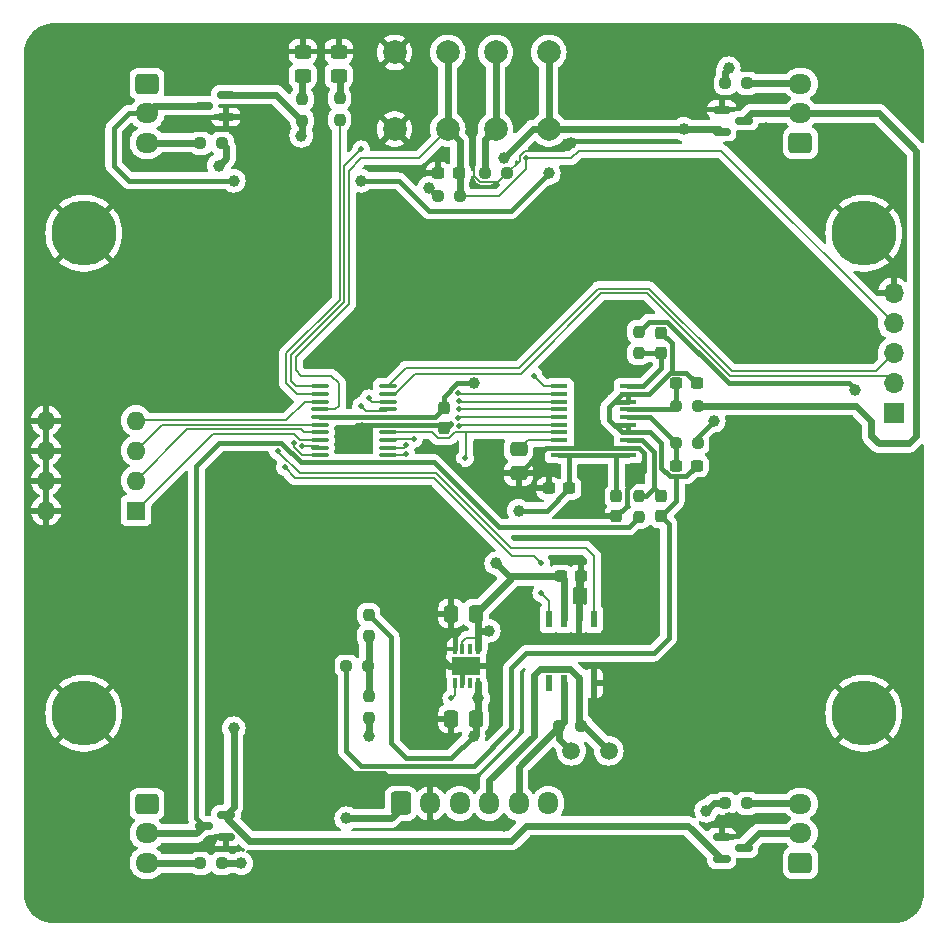
<source format=gtl>
G04 #@! TF.GenerationSoftware,KiCad,Pcbnew,7.0.7*
G04 #@! TF.CreationDate,2024-10-01T17:01:24-05:00*
G04 #@! TF.ProjectId,corner-board,636f726e-6572-42d6-926f-6172642e6b69,rev?*
G04 #@! TF.SameCoordinates,Original*
G04 #@! TF.FileFunction,Copper,L1,Top*
G04 #@! TF.FilePolarity,Positive*
%FSLAX46Y46*%
G04 Gerber Fmt 4.6, Leading zero omitted, Abs format (unit mm)*
G04 Created by KiCad (PCBNEW 7.0.7) date 2024-10-01 17:01:24*
%MOMM*%
%LPD*%
G01*
G04 APERTURE LIST*
G04 Aperture macros list*
%AMRoundRect*
0 Rectangle with rounded corners*
0 $1 Rounding radius*
0 $2 $3 $4 $5 $6 $7 $8 $9 X,Y pos of 4 corners*
0 Add a 4 corners polygon primitive as box body*
4,1,4,$2,$3,$4,$5,$6,$7,$8,$9,$2,$3,0*
0 Add four circle primitives for the rounded corners*
1,1,$1+$1,$2,$3*
1,1,$1+$1,$4,$5*
1,1,$1+$1,$6,$7*
1,1,$1+$1,$8,$9*
0 Add four rect primitives between the rounded corners*
20,1,$1+$1,$2,$3,$4,$5,0*
20,1,$1+$1,$4,$5,$6,$7,0*
20,1,$1+$1,$6,$7,$8,$9,0*
20,1,$1+$1,$8,$9,$2,$3,0*%
G04 Aperture macros list end*
G04 #@! TA.AperFunction,SMDPad,CuDef*
%ADD10C,1.500000*%
G04 #@! TD*
G04 #@! TA.AperFunction,SMDPad,CuDef*
%ADD11RoundRect,0.237500X-0.237500X0.250000X-0.237500X-0.250000X0.237500X-0.250000X0.237500X0.250000X0*%
G04 #@! TD*
G04 #@! TA.AperFunction,SMDPad,CuDef*
%ADD12RoundRect,0.237500X0.250000X0.237500X-0.250000X0.237500X-0.250000X-0.237500X0.250000X-0.237500X0*%
G04 #@! TD*
G04 #@! TA.AperFunction,SMDPad,CuDef*
%ADD13RoundRect,0.150000X-0.587500X-0.150000X0.587500X-0.150000X0.587500X0.150000X-0.587500X0.150000X0*%
G04 #@! TD*
G04 #@! TA.AperFunction,SMDPad,CuDef*
%ADD14RoundRect,0.250000X-0.450000X0.325000X-0.450000X-0.325000X0.450000X-0.325000X0.450000X0.325000X0*%
G04 #@! TD*
G04 #@! TA.AperFunction,ComponentPad*
%ADD15RoundRect,0.250000X-0.600000X-0.725000X0.600000X-0.725000X0.600000X0.725000X-0.600000X0.725000X0*%
G04 #@! TD*
G04 #@! TA.AperFunction,ComponentPad*
%ADD16O,1.700000X1.950000*%
G04 #@! TD*
G04 #@! TA.AperFunction,ComponentPad*
%ADD17C,2.000000*%
G04 #@! TD*
G04 #@! TA.AperFunction,ComponentPad*
%ADD18C,5.500000*%
G04 #@! TD*
G04 #@! TA.AperFunction,SMDPad,CuDef*
%ADD19RoundRect,0.237500X-0.250000X-0.237500X0.250000X-0.237500X0.250000X0.237500X-0.250000X0.237500X0*%
G04 #@! TD*
G04 #@! TA.AperFunction,ComponentPad*
%ADD20R,1.600000X1.600000*%
G04 #@! TD*
G04 #@! TA.AperFunction,ComponentPad*
%ADD21O,1.600000X1.600000*%
G04 #@! TD*
G04 #@! TA.AperFunction,SMDPad,CuDef*
%ADD22RoundRect,0.237500X-0.237500X0.300000X-0.237500X-0.300000X0.237500X-0.300000X0.237500X0.300000X0*%
G04 #@! TD*
G04 #@! TA.AperFunction,SMDPad,CuDef*
%ADD23R,1.473200X0.355600*%
G04 #@! TD*
G04 #@! TA.AperFunction,SMDPad,CuDef*
%ADD24R,0.558800X1.460500*%
G04 #@! TD*
G04 #@! TA.AperFunction,ComponentPad*
%ADD25R,1.700000X1.700000*%
G04 #@! TD*
G04 #@! TA.AperFunction,ComponentPad*
%ADD26O,1.700000X1.700000*%
G04 #@! TD*
G04 #@! TA.AperFunction,SMDPad,CuDef*
%ADD27RoundRect,0.100000X-0.637500X-0.100000X0.637500X-0.100000X0.637500X0.100000X-0.637500X0.100000X0*%
G04 #@! TD*
G04 #@! TA.AperFunction,SMDPad,CuDef*
%ADD28RoundRect,0.250000X0.337500X0.475000X-0.337500X0.475000X-0.337500X-0.475000X0.337500X-0.475000X0*%
G04 #@! TD*
G04 #@! TA.AperFunction,ComponentPad*
%ADD29O,1.950000X1.700000*%
G04 #@! TD*
G04 #@! TA.AperFunction,ComponentPad*
%ADD30RoundRect,0.250000X0.725000X-0.600000X0.725000X0.600000X-0.725000X0.600000X-0.725000X-0.600000X0*%
G04 #@! TD*
G04 #@! TA.AperFunction,SMDPad,CuDef*
%ADD31RoundRect,0.150000X0.587500X0.150000X-0.587500X0.150000X-0.587500X-0.150000X0.587500X-0.150000X0*%
G04 #@! TD*
G04 #@! TA.AperFunction,SMDPad,CuDef*
%ADD32RoundRect,0.237500X-0.300000X-0.237500X0.300000X-0.237500X0.300000X0.237500X-0.300000X0.237500X0*%
G04 #@! TD*
G04 #@! TA.AperFunction,SMDPad,CuDef*
%ADD33RoundRect,0.237500X0.300000X0.237500X-0.300000X0.237500X-0.300000X-0.237500X0.300000X-0.237500X0*%
G04 #@! TD*
G04 #@! TA.AperFunction,ComponentPad*
%ADD34RoundRect,0.250000X-0.725000X0.600000X-0.725000X-0.600000X0.725000X-0.600000X0.725000X0.600000X0*%
G04 #@! TD*
G04 #@! TA.AperFunction,SMDPad,CuDef*
%ADD35RoundRect,0.250000X-0.475000X0.337500X-0.475000X-0.337500X0.475000X-0.337500X0.475000X0.337500X0*%
G04 #@! TD*
G04 #@! TA.AperFunction,SMDPad,CuDef*
%ADD36RoundRect,0.237500X0.237500X-0.300000X0.237500X0.300000X-0.237500X0.300000X-0.237500X-0.300000X0*%
G04 #@! TD*
G04 #@! TA.AperFunction,SMDPad,CuDef*
%ADD37R,2.400000X1.650000*%
G04 #@! TD*
G04 #@! TA.AperFunction,SMDPad,CuDef*
%ADD38RoundRect,0.087500X-0.087500X0.337500X-0.087500X-0.337500X0.087500X-0.337500X0.087500X0.337500X0*%
G04 #@! TD*
G04 #@! TA.AperFunction,SMDPad,CuDef*
%ADD39RoundRect,0.237500X0.237500X-0.250000X0.237500X0.250000X-0.237500X0.250000X-0.237500X-0.250000X0*%
G04 #@! TD*
G04 #@! TA.AperFunction,ViaPad*
%ADD40C,0.500000*%
G04 #@! TD*
G04 #@! TA.AperFunction,ViaPad*
%ADD41C,1.000000*%
G04 #@! TD*
G04 #@! TA.AperFunction,Conductor*
%ADD42C,0.600000*%
G04 #@! TD*
G04 #@! TA.AperFunction,Conductor*
%ADD43C,0.200000*%
G04 #@! TD*
G04 #@! TA.AperFunction,Conductor*
%ADD44C,0.400000*%
G04 #@! TD*
G04 APERTURE END LIST*
D10*
X74930000Y-76835000D03*
X71755000Y-76835000D03*
D11*
X48960000Y-21662500D03*
X48960000Y-23487500D03*
D12*
X82470000Y-50800000D03*
X80645000Y-50800000D03*
D13*
X84485000Y-84140000D03*
X84485000Y-86040000D03*
X86360000Y-85090000D03*
D14*
X49030000Y-17635000D03*
X49030000Y-19685000D03*
D12*
X42187500Y-25400000D03*
X40362500Y-25400000D03*
D11*
X54610000Y-65300850D03*
X54610000Y-67125850D03*
D15*
X57310000Y-81280000D03*
D16*
X59810000Y-81280000D03*
X62310000Y-81280000D03*
X64810000Y-81280000D03*
X67310000Y-81280000D03*
X69810000Y-81280000D03*
D17*
X56805000Y-24205000D03*
X56805000Y-17705000D03*
X61305000Y-24205000D03*
X61305000Y-17705000D03*
D14*
X52070000Y-17635000D03*
X52070000Y-19685000D03*
D18*
X96520000Y-73660000D03*
D19*
X60505000Y-29845000D03*
X62330000Y-29845000D03*
D20*
X34915000Y-56505000D03*
D21*
X34915000Y-53965000D03*
X34915000Y-51425000D03*
X34915000Y-48885000D03*
X27295000Y-48885000D03*
X27295000Y-51425000D03*
X27295000Y-53965000D03*
X27295000Y-56505000D03*
D11*
X52135000Y-21582500D03*
X52135000Y-23407500D03*
D19*
X84812500Y-20320000D03*
X86637500Y-20320000D03*
D22*
X60960000Y-47805000D03*
X60960000Y-49530000D03*
D23*
X76581000Y-51820000D03*
X76581000Y-51169999D03*
X76581000Y-50520001D03*
X76581000Y-49869999D03*
X76581000Y-49220001D03*
X76581000Y-48570002D03*
X76581000Y-47920001D03*
X76581000Y-47270002D03*
X76581000Y-46620001D03*
X76581000Y-45970002D03*
X70739000Y-45970000D03*
X70739000Y-46619998D03*
X70739000Y-47269999D03*
X70739000Y-47919998D03*
X70739000Y-48569999D03*
X70739000Y-49219998D03*
X70739000Y-49869999D03*
X70739000Y-50519998D03*
X70739000Y-51169999D03*
X70739000Y-51819998D03*
D24*
X73660000Y-65671700D03*
X72390000Y-65671700D03*
X71120000Y-65671700D03*
X69850000Y-65671700D03*
X69850000Y-71120000D03*
X71120000Y-71120000D03*
X72390000Y-71120000D03*
X73660000Y-71120000D03*
D25*
X99060000Y-48260000D03*
D26*
X99060000Y-45720000D03*
X99060000Y-43180000D03*
X99060000Y-40640000D03*
X99060000Y-38100000D03*
D27*
X50477500Y-45970000D03*
X50477500Y-46620000D03*
X50477500Y-47270000D03*
X50477500Y-47920000D03*
X50477500Y-48570000D03*
X50477500Y-49220000D03*
X50477500Y-49870000D03*
X50477500Y-50520000D03*
X50477500Y-51170000D03*
X50477500Y-51820000D03*
X56202500Y-51820000D03*
X56202500Y-51170000D03*
X56202500Y-50520000D03*
X56202500Y-49870000D03*
X56202500Y-49220000D03*
X56202500Y-48570000D03*
X56202500Y-47920000D03*
X56202500Y-47270000D03*
X56202500Y-46620000D03*
X56202500Y-45970000D03*
D28*
X63670000Y-65220850D03*
X61595000Y-65220850D03*
D22*
X75565000Y-55245000D03*
X75565000Y-56970000D03*
D12*
X54530000Y-69665850D03*
X52705000Y-69665850D03*
D29*
X91165000Y-20360000D03*
X91165000Y-22860000D03*
D30*
X91165000Y-25360000D03*
D19*
X84812500Y-81280000D03*
X86637500Y-81280000D03*
D31*
X42515000Y-23175000D03*
X42515000Y-21275000D03*
X40640000Y-22225000D03*
D32*
X70892500Y-62045850D03*
X72617500Y-62045850D03*
D19*
X64492500Y-27940000D03*
X66317500Y-27940000D03*
D18*
X30480000Y-33020000D03*
D17*
X65355000Y-24205000D03*
X65355000Y-17705000D03*
X69855000Y-24205000D03*
X69855000Y-17705000D03*
D28*
X63670000Y-74110850D03*
X61595000Y-74110850D03*
D33*
X71575000Y-54610000D03*
X69850000Y-54610000D03*
D32*
X80645000Y-52705000D03*
X82370000Y-52705000D03*
D18*
X96520000Y-33020000D03*
D29*
X35835000Y-86320000D03*
X35835000Y-83820000D03*
D34*
X35835000Y-81320000D03*
D35*
X67310000Y-51265000D03*
X67310000Y-53340000D03*
D36*
X79375000Y-43180000D03*
X79375000Y-41455000D03*
D37*
X62865000Y-69665850D03*
D38*
X63840000Y-71115850D03*
X63190000Y-71115850D03*
X62540000Y-71115850D03*
X61890000Y-71115850D03*
X61890000Y-68215850D03*
X62540000Y-68215850D03*
X63190000Y-68215850D03*
X63840000Y-68215850D03*
D34*
X35835000Y-20360000D03*
D29*
X35835000Y-22860000D03*
X35835000Y-25360000D03*
D39*
X77470000Y-57070000D03*
X77470000Y-55245000D03*
D13*
X84485000Y-22545000D03*
X84485000Y-24445000D03*
X86360000Y-23495000D03*
D31*
X42515000Y-84135000D03*
X42515000Y-82235000D03*
X40640000Y-83185000D03*
D33*
X62230000Y-27940000D03*
X60505000Y-27940000D03*
D12*
X42187500Y-86360000D03*
X40362500Y-86360000D03*
X82470000Y-47625000D03*
X80645000Y-47625000D03*
D18*
X30480000Y-73660000D03*
D12*
X72577100Y-74745850D03*
X70752100Y-74745850D03*
D11*
X77470000Y-41355000D03*
X77470000Y-43180000D03*
X54610000Y-72205850D03*
X54610000Y-74030850D03*
D29*
X91165000Y-81320000D03*
X91165000Y-83820000D03*
D30*
X91165000Y-86320000D03*
D22*
X79375000Y-55245000D03*
X79375000Y-56970000D03*
D32*
X80645000Y-45720000D03*
X82370000Y-45720000D03*
D40*
X62750500Y-52070000D03*
D41*
X63865000Y-72390000D03*
X63500000Y-75565000D03*
X52705000Y-82550000D03*
X41275000Y-80010000D03*
X81280000Y-21590000D03*
X66040000Y-83185000D03*
X60325000Y-68580000D03*
X38735000Y-75565000D03*
X88265000Y-24130000D03*
X78105000Y-59055000D03*
X71755000Y-56515000D03*
X41275000Y-84455000D03*
D40*
X62230000Y-52705000D03*
D41*
X93980000Y-80010000D03*
X94615000Y-40005000D03*
X96520000Y-25400000D03*
X43815000Y-30480000D03*
X63500000Y-22225000D03*
X75565000Y-71120000D03*
X60960000Y-51435000D03*
D40*
X61554129Y-49177214D03*
D41*
X38100000Y-27305000D03*
X88265000Y-27940000D03*
X62865000Y-86360000D03*
X55245000Y-30480000D03*
X58420000Y-27940000D03*
X85090000Y-82550000D03*
X71755000Y-25400000D03*
X93980000Y-85725000D03*
X95250000Y-20955000D03*
X52070000Y-78740000D03*
X54060332Y-49469500D03*
X65405000Y-60960000D03*
X43180000Y-74930000D03*
X48895000Y-24765000D03*
X63500000Y-45720000D03*
X66040000Y-26670000D03*
X59690000Y-29210000D03*
X81280000Y-24205000D03*
X64770000Y-66675000D03*
X67310000Y-56515000D03*
D40*
X67945000Y-26670000D03*
X68580000Y-45085000D03*
D41*
X43180000Y-28575000D03*
X83820000Y-48895000D03*
X69850000Y-27940000D03*
X53975000Y-28575000D03*
X95813246Y-46283246D03*
X41910000Y-27305000D03*
X85090000Y-19050000D03*
X83185000Y-81915000D03*
X54610000Y-75565000D03*
X43815000Y-86360000D03*
D40*
X61595000Y-72390000D03*
X53975000Y-25920500D03*
X48998648Y-51069500D03*
X62246094Y-47229732D03*
X62199240Y-46531800D03*
X48260000Y-50800000D03*
X62217636Y-47928656D03*
X57789488Y-51679633D03*
X57785000Y-50969000D03*
X62192687Y-48627714D03*
X62289400Y-49320499D03*
X58420000Y-50419500D03*
X69215000Y-60960000D03*
X47482535Y-52847465D03*
X69215000Y-63500000D03*
X53975000Y-47625000D03*
X46925497Y-51435000D03*
X54610000Y-46990000D03*
D42*
X72840850Y-74745850D02*
X74930000Y-76835000D01*
X72577100Y-74745850D02*
X72840850Y-74745850D01*
X70752100Y-75832100D02*
X71755000Y-76835000D01*
X70752100Y-74745850D02*
X70752100Y-75832100D01*
D43*
X62865000Y-49869999D02*
X62865000Y-51955500D01*
X62865000Y-49869999D02*
X61917641Y-49869999D01*
X62865000Y-51955500D02*
X62750500Y-52070000D01*
X70739000Y-49869999D02*
X62865000Y-49869999D01*
D42*
X63670000Y-75395000D02*
X63500000Y-75565000D01*
D44*
X56515000Y-67205850D02*
X56515000Y-76200000D01*
D42*
X63865000Y-73915850D02*
X63865000Y-71115850D01*
X63670000Y-74110850D02*
X63865000Y-73915850D01*
D44*
X54610000Y-65300850D02*
X56515000Y-67205850D01*
X56515000Y-76200000D02*
X57785000Y-77470000D01*
D42*
X57310000Y-81280000D02*
X57310000Y-81755000D01*
X63670000Y-74110850D02*
X63670000Y-75395000D01*
D44*
X61595000Y-77470000D02*
X63500000Y-75565000D01*
D42*
X57310000Y-81755000D02*
X56515000Y-82550000D01*
D44*
X57785000Y-77470000D02*
X61595000Y-77470000D01*
D42*
X56515000Y-82550000D02*
X52705000Y-82550000D01*
D44*
X59810000Y-79495000D02*
X59690000Y-79375000D01*
X53340000Y-49530000D02*
X53999832Y-49530000D01*
X59810000Y-81280000D02*
X59690000Y-81400000D01*
D43*
X67395000Y-26442182D02*
X67802182Y-26035000D01*
D44*
X84485000Y-83155000D02*
X85090000Y-82550000D01*
X76440000Y-54680939D02*
X76440000Y-56095000D01*
X53650000Y-49220000D02*
X53340000Y-49530000D01*
X84485000Y-84140000D02*
X84485000Y-83155000D01*
X41595000Y-84135000D02*
X41275000Y-84455000D01*
X55880000Y-78740000D02*
X52070000Y-78740000D01*
X56202500Y-49220000D02*
X53650000Y-49220000D01*
X59690000Y-81400000D02*
X59690000Y-82550000D01*
D42*
X72390000Y-62273350D02*
X72617500Y-62045850D01*
D43*
X63500000Y-22225000D02*
X63500000Y-17145000D01*
D42*
X61410850Y-69665850D02*
X60325000Y-68580000D01*
X62865000Y-69665850D02*
X61410850Y-69665850D01*
D44*
X59690000Y-82550000D02*
X60325000Y-83185000D01*
D43*
X67802182Y-26035000D02*
X69215000Y-26035000D01*
D44*
X61890000Y-66970000D02*
X61595000Y-66675000D01*
X70739000Y-51169999D02*
X69602400Y-51169999D01*
X77944536Y-51595465D02*
X77944536Y-53176403D01*
X59810000Y-81280000D02*
X59810000Y-79495000D01*
D43*
X71120000Y-26035000D02*
X71755000Y-25400000D01*
D44*
X77519070Y-51169999D02*
X77944536Y-51595465D01*
X62540000Y-71115850D02*
X62540000Y-69990850D01*
X76581000Y-51169999D02*
X77519070Y-51169999D01*
D43*
X69215000Y-26035000D02*
X71120000Y-26035000D01*
D44*
X60960000Y-49530000D02*
X61201343Y-49530000D01*
X69602400Y-51169999D02*
X67432399Y-53340000D01*
D43*
X65542500Y-28715000D02*
X64019860Y-28715000D01*
D44*
X60325000Y-83185000D02*
X66040000Y-83185000D01*
X77944536Y-53176403D02*
X76440000Y-54680939D01*
X76440000Y-56095000D02*
X75565000Y-56970000D01*
D43*
X66317500Y-27940000D02*
X67395000Y-26862500D01*
X58635000Y-15875000D02*
X56805000Y-17705000D01*
D44*
X60960000Y-49530000D02*
X60650000Y-49220000D01*
D43*
X64019860Y-28715000D02*
X63500000Y-28195140D01*
D44*
X61890000Y-68215850D02*
X61890000Y-66970000D01*
X61595000Y-66675000D02*
X61595000Y-65220850D01*
D43*
X62230000Y-15875000D02*
X58635000Y-15875000D01*
D44*
X70739000Y-51169999D02*
X76581000Y-51169999D01*
D43*
X66317500Y-27940000D02*
X65542500Y-28715000D01*
D44*
X67432399Y-53340000D02*
X67310000Y-53340000D01*
X60650000Y-49220000D02*
X56202500Y-49220000D01*
D43*
X63500000Y-28195140D02*
X63500000Y-22225000D01*
D44*
X53999832Y-49530000D02*
X54060332Y-49469500D01*
D42*
X72390000Y-65671700D02*
X72390000Y-62273350D01*
D44*
X61201343Y-49530000D02*
X61554129Y-49177214D01*
X62540000Y-69990850D02*
X62865000Y-69665850D01*
X42515000Y-84135000D02*
X41595000Y-84135000D01*
D43*
X63500000Y-17145000D02*
X62230000Y-15875000D01*
X67395000Y-26862500D02*
X67395000Y-26442182D01*
D44*
X59690000Y-79375000D02*
X56515000Y-79375000D01*
X56515000Y-79375000D02*
X55880000Y-78740000D01*
X60505000Y-27940000D02*
X58420000Y-27940000D01*
D42*
X66845000Y-62045850D02*
X70892500Y-62045850D01*
D44*
X76580998Y-51819998D02*
X76581000Y-51820000D01*
D42*
X81280000Y-24205000D02*
X84245000Y-24205000D01*
X71120000Y-62273350D02*
X70892500Y-62045850D01*
X84485000Y-86040000D02*
X81630000Y-83185000D01*
D44*
X60960000Y-46851801D02*
X62091801Y-45720000D01*
X71575000Y-54610000D02*
X71575000Y-51999998D01*
D42*
X69855000Y-24205000D02*
X68505000Y-24205000D01*
X48960000Y-23487500D02*
X48960000Y-24700000D01*
X44491739Y-84455000D02*
X42515000Y-82478261D01*
X43180000Y-81570000D02*
X43180000Y-74930000D01*
X63865000Y-67310000D02*
X63865000Y-68215850D01*
D43*
X62865000Y-67310000D02*
X63865000Y-67310000D01*
D42*
X48960000Y-24700000D02*
X48895000Y-24765000D01*
D44*
X75565000Y-51819998D02*
X76580998Y-51819998D01*
X69670000Y-56515000D02*
X67310000Y-56515000D01*
X70739000Y-51819998D02*
X71755000Y-51819998D01*
D42*
X63670000Y-65220850D02*
X63865000Y-65415850D01*
D43*
X62540000Y-67635000D02*
X62865000Y-67310000D01*
D44*
X50477500Y-48570000D02*
X56202500Y-48570000D01*
D42*
X63865000Y-65415850D02*
X63865000Y-66675000D01*
X68505000Y-24205000D02*
X66040000Y-26670000D01*
D44*
X62091801Y-45720000D02*
X63500000Y-45720000D01*
X71755000Y-51819998D02*
X75565000Y-51819998D01*
D42*
X67945000Y-83185000D02*
X66675000Y-84455000D01*
D44*
X56202500Y-48570000D02*
X60195000Y-48570000D01*
D42*
X81630000Y-83185000D02*
X67945000Y-83185000D01*
X66845000Y-62045850D02*
X66490850Y-62045850D01*
X42515000Y-82235000D02*
X43180000Y-81570000D01*
D44*
X60325000Y-29845000D02*
X59690000Y-29210000D01*
X60505000Y-29845000D02*
X60325000Y-29845000D01*
D42*
X66490850Y-62045850D02*
X65405000Y-60960000D01*
D44*
X60195000Y-48570000D02*
X60960000Y-47805000D01*
X60960000Y-47805000D02*
X60960000Y-46851801D01*
D42*
X66675000Y-84455000D02*
X44491739Y-84455000D01*
X42515000Y-21275000D02*
X46747500Y-21275000D01*
X69855000Y-24205000D02*
X81280000Y-24205000D01*
X69855000Y-24205000D02*
X69855000Y-17705000D01*
D44*
X75565000Y-55245000D02*
X75565000Y-51819998D01*
D43*
X62540000Y-68215850D02*
X62540000Y-67635000D01*
D42*
X63865000Y-66675000D02*
X64770000Y-66675000D01*
X84245000Y-24205000D02*
X84485000Y-24445000D01*
X63670000Y-65220850D02*
X66845000Y-62045850D01*
X42515000Y-82478261D02*
X42515000Y-82235000D01*
D44*
X71575000Y-51999998D02*
X71755000Y-51819998D01*
X71575000Y-54610000D02*
X69670000Y-56515000D01*
D42*
X63865000Y-66675000D02*
X63865000Y-67310000D01*
X46747500Y-21275000D02*
X48960000Y-23487500D01*
X71120000Y-65671700D02*
X71120000Y-62273350D01*
D44*
X78740000Y-51542401D02*
X78740000Y-54610000D01*
X78105000Y-55245000D02*
X78740000Y-54610000D01*
X76581000Y-50520001D02*
X77717600Y-50520001D01*
X78740000Y-54610000D02*
X79375000Y-55245000D01*
X77717600Y-50520001D02*
X78740000Y-51542401D01*
X77470000Y-55245000D02*
X78105000Y-55245000D01*
X80010000Y-67310000D02*
X80010000Y-57605000D01*
X80080939Y-44845000D02*
X81495000Y-44845000D01*
X76022200Y-49869999D02*
X76581000Y-49869999D01*
X76581000Y-49869999D02*
X78444999Y-49869999D01*
X74930000Y-48777799D02*
X74988601Y-48836399D01*
X81495000Y-44845000D02*
X82370000Y-45720000D01*
X78444999Y-49869999D02*
X79375000Y-50800000D01*
X53975000Y-78105000D02*
X63500000Y-78105000D01*
X52705000Y-69665850D02*
X52705000Y-76835000D01*
X52705000Y-76835000D02*
X53975000Y-78105000D01*
X66675000Y-74930000D02*
X66675000Y-69850000D01*
X76581000Y-46620001D02*
X76022200Y-46620001D01*
X79925469Y-45000469D02*
X80250000Y-44675938D01*
X74930000Y-47712201D02*
X74930000Y-48777799D01*
X78740000Y-68580000D02*
X80010000Y-67310000D01*
X67945000Y-68580000D02*
X78740000Y-68580000D01*
X76581000Y-47270002D02*
X76581000Y-46620001D01*
X80010000Y-57605000D02*
X79375000Y-56970000D01*
X75372203Y-49220001D02*
X74988601Y-48836399D01*
X78305938Y-46620001D02*
X79925469Y-45000469D01*
X66675000Y-69850000D02*
X67945000Y-68580000D01*
X79375000Y-50800000D02*
X79375000Y-52874061D01*
X79375000Y-56970000D02*
X80645000Y-55700000D01*
X80645000Y-55700000D02*
X80645000Y-53580000D01*
X81495000Y-53580000D02*
X82370000Y-52705000D01*
X75372199Y-47270002D02*
X74930000Y-47712201D01*
X74988601Y-48836399D02*
X76022200Y-49869999D01*
X80645000Y-53580000D02*
X81495000Y-53580000D01*
X80250000Y-42330000D02*
X79375000Y-41455000D01*
X76022200Y-46620001D02*
X74930000Y-47712201D01*
X76581000Y-49220001D02*
X75372203Y-49220001D01*
X79925469Y-45000469D02*
X80080939Y-44845000D01*
X76581000Y-49220001D02*
X76581000Y-49869999D01*
X76581000Y-46620001D02*
X78305938Y-46620001D01*
X76581000Y-47270002D02*
X75372199Y-47270002D01*
X79375000Y-52874061D02*
X80080939Y-53580000D01*
X80080939Y-53580000D02*
X80645000Y-53580000D01*
X80250000Y-44675938D02*
X80250000Y-42330000D01*
X63500000Y-78105000D02*
X66675000Y-74930000D01*
D43*
X68055002Y-50519998D02*
X70739000Y-50519998D01*
X67310000Y-51265000D02*
X68055002Y-50519998D01*
D44*
X78415002Y-48570002D02*
X80645000Y-50800000D01*
X80645000Y-50800000D02*
X80645000Y-52705000D01*
X76581000Y-48570002D02*
X78415002Y-48570002D01*
X80349999Y-47920001D02*
X80645000Y-47625000D01*
X80645000Y-47625000D02*
X80645000Y-45720000D01*
X76581000Y-47920001D02*
X80349999Y-47920001D01*
X76581000Y-45970002D02*
X77854998Y-45970002D01*
X77470000Y-43180000D02*
X79375000Y-43180000D01*
X77854998Y-45970002D02*
X79375000Y-44450000D01*
X79375000Y-44450000D02*
X79375000Y-43180000D01*
D42*
X62330000Y-25230000D02*
X61305000Y-24205000D01*
D43*
X72390000Y-26035000D02*
X83820000Y-26035000D01*
X65660140Y-29845000D02*
X62330000Y-29845000D01*
D42*
X62330000Y-29845000D02*
X62330000Y-25230000D01*
D43*
X48425000Y-43511372D02*
X52935000Y-39001370D01*
X67945000Y-26670000D02*
X67945000Y-27560140D01*
X67945000Y-26670000D02*
X71755000Y-26670000D01*
X48895000Y-45085000D02*
X48425000Y-44615000D01*
X51435000Y-45085000D02*
X48895000Y-45085000D01*
X52070000Y-45720000D02*
X51435000Y-45085000D01*
X52935000Y-39001370D02*
X52935000Y-27710000D01*
X84455000Y-26035000D02*
X83820000Y-26035000D01*
X70739000Y-45970000D02*
X69465000Y-45970000D01*
D42*
X61305000Y-17705000D02*
X61305000Y-24205000D01*
D43*
X58840000Y-26670000D02*
X61305000Y-24205000D01*
X52070000Y-47625000D02*
X52070000Y-45720000D01*
X71755000Y-26670000D02*
X72390000Y-26035000D01*
X52935000Y-27710000D02*
X53975000Y-26670000D01*
X67945000Y-27560140D02*
X65660140Y-29845000D01*
X53975000Y-26670000D02*
X58840000Y-26670000D01*
X48425000Y-44615000D02*
X48425000Y-43511372D01*
X99060000Y-40640000D02*
X84455000Y-26035000D01*
X50477500Y-47920000D02*
X51775000Y-47920000D01*
X69465000Y-45970000D02*
X68580000Y-45085000D01*
X51775000Y-47920000D02*
X52070000Y-47625000D01*
D44*
X41925000Y-50785000D02*
X40005000Y-52705000D01*
X76632500Y-57907500D02*
X65599606Y-57907500D01*
X60114962Y-52422856D02*
X48832592Y-52422856D01*
X77470000Y-57070000D02*
X76632500Y-57907500D01*
X47194736Y-50785000D02*
X41925000Y-50785000D01*
X40005000Y-82550000D02*
X40640000Y-83185000D01*
D42*
X35835000Y-83820000D02*
X40005000Y-83820000D01*
D44*
X65599606Y-57907500D02*
X60114962Y-52422856D01*
X48832592Y-52422856D02*
X47194736Y-50785000D01*
X40005000Y-52705000D02*
X40005000Y-82550000D01*
D42*
X40005000Y-83820000D02*
X40640000Y-83185000D01*
D44*
X59690000Y-31115000D02*
X57150000Y-28575000D01*
X43180000Y-28575000D02*
X34290000Y-28575000D01*
X33020000Y-27305000D02*
X33020000Y-24130000D01*
X34290000Y-28575000D02*
X33020000Y-27305000D01*
X69850000Y-27940000D02*
X66675000Y-31115000D01*
D42*
X40640000Y-22225000D02*
X36470000Y-22225000D01*
D44*
X33020000Y-24130000D02*
X34290000Y-22860000D01*
X82470000Y-50245000D02*
X83820000Y-48895000D01*
X34290000Y-22860000D02*
X35835000Y-22860000D01*
X57150000Y-28575000D02*
X53975000Y-28575000D01*
X82470000Y-50800000D02*
X82470000Y-50245000D01*
X66675000Y-31115000D02*
X59690000Y-31115000D01*
D42*
X36470000Y-22225000D02*
X35835000Y-22860000D01*
X100965000Y-26035000D02*
X97790000Y-22860000D01*
X100330000Y-50800000D02*
X100965000Y-50165000D01*
X82470000Y-47625000D02*
X95885000Y-47625000D01*
X97155000Y-50165000D02*
X97790000Y-50800000D01*
X97155000Y-48895000D02*
X97155000Y-50165000D01*
X86995000Y-22860000D02*
X86360000Y-23495000D01*
X95885000Y-47625000D02*
X97155000Y-48895000D01*
X97790000Y-22860000D02*
X91165000Y-22860000D01*
X97790000Y-50800000D02*
X100330000Y-50800000D01*
X91165000Y-22860000D02*
X86995000Y-22860000D01*
X100965000Y-50165000D02*
X100965000Y-26035000D01*
X91165000Y-83820000D02*
X87630000Y-83820000D01*
D44*
X77470000Y-41355000D02*
X78307500Y-40517500D01*
D42*
X87630000Y-83820000D02*
X86360000Y-85090000D01*
D44*
X79887500Y-40517500D02*
X85090000Y-45720000D01*
X85090000Y-45720000D02*
X95250000Y-45720000D01*
X78307500Y-40517500D02*
X79887500Y-40517500D01*
X95250000Y-45720000D02*
X95813246Y-46283246D01*
D42*
X52135000Y-21582500D02*
X52135000Y-19750000D01*
X52135000Y-19750000D02*
X52070000Y-19685000D01*
X48960000Y-19755000D02*
X49030000Y-19685000D01*
X48960000Y-21662500D02*
X48960000Y-19755000D01*
X42187500Y-86360000D02*
X43815000Y-86360000D01*
X84812500Y-19327500D02*
X85090000Y-19050000D01*
X83820000Y-81280000D02*
X83185000Y-81915000D01*
X54610000Y-74030850D02*
X54610000Y-75565000D01*
X84812500Y-20320000D02*
X84812500Y-19327500D01*
X84812500Y-81280000D02*
X83820000Y-81280000D01*
X42545000Y-26670000D02*
X41910000Y-27305000D01*
X42545000Y-25757500D02*
X42545000Y-26670000D01*
X42187500Y-25400000D02*
X42545000Y-25757500D01*
X72390000Y-74558750D02*
X72577100Y-74745850D01*
X68580000Y-75565000D02*
X64810000Y-79335000D01*
X72390000Y-70669150D02*
X71610600Y-69889750D01*
X64810000Y-79335000D02*
X64810000Y-81280000D01*
X68580000Y-70380350D02*
X68580000Y-75565000D01*
X71610600Y-69889750D02*
X69070600Y-69889750D01*
X69070600Y-69889750D02*
X68580000Y-70380350D01*
X72390000Y-71120000D02*
X72390000Y-70669150D01*
X72390000Y-71120000D02*
X72390000Y-74558750D01*
X67310000Y-78187950D02*
X67310000Y-81280000D01*
X70752100Y-74745850D02*
X67310000Y-78187950D01*
X71120000Y-74377950D02*
X70752100Y-74745850D01*
X71120000Y-71120000D02*
X71120000Y-74377950D01*
D43*
X61890000Y-72095000D02*
X61595000Y-72390000D01*
X61890000Y-71115850D02*
X61890000Y-72095000D01*
D42*
X35875000Y-86360000D02*
X35835000Y-86320000D01*
X40362500Y-86360000D02*
X35875000Y-86360000D01*
X35835000Y-25360000D02*
X40322500Y-25360000D01*
X40322500Y-25360000D02*
X40362500Y-25400000D01*
X91125000Y-20320000D02*
X91165000Y-20360000D01*
X86637500Y-20320000D02*
X91125000Y-20320000D01*
X91125000Y-81280000D02*
X91165000Y-81320000D01*
X86637500Y-81280000D02*
X91125000Y-81280000D01*
D43*
X58555685Y-44920000D02*
X67475000Y-44920000D01*
X56855685Y-46620000D02*
X58555685Y-44920000D01*
X67475000Y-44920000D02*
X74295000Y-38100000D01*
X78177106Y-38100000D02*
X85162106Y-45085000D01*
X74295000Y-38100000D02*
X78177106Y-38100000D01*
X98425000Y-45085000D02*
X99060000Y-45720000D01*
X56202500Y-46620000D02*
X56855685Y-46620000D01*
X85162106Y-45085000D02*
X98425000Y-45085000D01*
X67310000Y-44450000D02*
X74060000Y-37700000D01*
X56202500Y-45970000D02*
X57722500Y-44450000D01*
X78342792Y-37700000D02*
X85327792Y-44685000D01*
X85327792Y-44685000D02*
X97555000Y-44685000D01*
X57722500Y-44450000D02*
X67310000Y-44450000D01*
X74060000Y-37700000D02*
X78342792Y-37700000D01*
X97555000Y-44685000D02*
X99060000Y-43180000D01*
D42*
X54610000Y-69745850D02*
X54530000Y-69665850D01*
X54610000Y-67125850D02*
X54610000Y-69585850D01*
X54610000Y-72205850D02*
X54610000Y-69745850D01*
X54610000Y-69585850D02*
X54530000Y-69665850D01*
D43*
X48025000Y-45554314D02*
X48025000Y-43345686D01*
D42*
X65355000Y-24205000D02*
X65355000Y-17705000D01*
D43*
X52535000Y-33655000D02*
X52535000Y-27360500D01*
X50477500Y-45970000D02*
X48440686Y-45970000D01*
D42*
X64492500Y-27940000D02*
X64492500Y-25067500D01*
D43*
X48440686Y-45970000D02*
X48025000Y-45554314D01*
D42*
X64492500Y-25067500D02*
X65355000Y-24205000D01*
D43*
X52535000Y-27360500D02*
X53975000Y-25920500D01*
X48542843Y-42827843D02*
X52535000Y-38835685D01*
X48025000Y-43345686D02*
X48542843Y-42827843D01*
X52535000Y-38835685D02*
X52535000Y-33655000D01*
X50477500Y-46620000D02*
X48525000Y-46620000D01*
X48525000Y-46620000D02*
X47625000Y-45720000D01*
X52135000Y-38670000D02*
X52135000Y-23407500D01*
X47625000Y-45720000D02*
X47625000Y-43180000D01*
X47625000Y-43180000D02*
X52135000Y-38670000D01*
X48260000Y-50020000D02*
X48760000Y-50520000D01*
X34915000Y-56505000D02*
X41400000Y-50020000D01*
X48760000Y-50520000D02*
X50477500Y-50520000D01*
X41400000Y-50020000D02*
X48260000Y-50020000D01*
X49145000Y-49870000D02*
X50477500Y-49870000D01*
X34915000Y-53965000D02*
X39260000Y-49620000D01*
X48895000Y-49620000D02*
X49145000Y-49870000D01*
X39260000Y-49620000D02*
X48895000Y-49620000D01*
X34915000Y-51425000D02*
X37120000Y-49220000D01*
X37120000Y-49220000D02*
X50477500Y-49220000D01*
X49175000Y-47270000D02*
X50477500Y-47270000D01*
X47625000Y-48820000D02*
X49175000Y-47270000D01*
X34915000Y-48885000D02*
X34980000Y-48820000D01*
X34980000Y-48820000D02*
X47625000Y-48820000D01*
X48998648Y-51069500D02*
X50377000Y-51069500D01*
X62286361Y-47269999D02*
X70739000Y-47269999D01*
X62246094Y-47229732D02*
X62286361Y-47269999D01*
X50377000Y-51069500D02*
X50477500Y-51170000D01*
X48971330Y-51820000D02*
X48260000Y-51108670D01*
X48260000Y-51108670D02*
X48260000Y-50800000D01*
X62287438Y-46619998D02*
X70739000Y-46619998D01*
X50477500Y-51820000D02*
X48971330Y-51820000D01*
X62199240Y-46531800D02*
X62287438Y-46619998D01*
X57649121Y-51820000D02*
X57789488Y-51679633D01*
X56202500Y-51820000D02*
X57649121Y-51820000D01*
X62217636Y-47928656D02*
X62226294Y-47919998D01*
X62226294Y-47919998D02*
X70739000Y-47919998D01*
X62250402Y-48569999D02*
X70739000Y-48569999D01*
X57584000Y-51170000D02*
X57785000Y-50969000D01*
X56202500Y-51170000D02*
X57584000Y-51170000D01*
X62192687Y-48627714D02*
X62250402Y-48569999D01*
X62389901Y-49219998D02*
X62289400Y-49320499D01*
X58420000Y-50419500D02*
X56303000Y-50419500D01*
X56303000Y-50419500D02*
X56202500Y-50520000D01*
X70739000Y-49219998D02*
X62389901Y-49219998D01*
X61917641Y-49869999D02*
X61420140Y-50367500D01*
X60002360Y-49870000D02*
X56202500Y-49870000D01*
X61420140Y-50367500D02*
X60499860Y-50367500D01*
X60499860Y-50367500D02*
X60002360Y-49870000D01*
X56202500Y-47937500D02*
X56070000Y-48070000D01*
X66744314Y-60325000D02*
X68580000Y-60325000D01*
X56070000Y-48070000D02*
X54420000Y-48070000D01*
X68580000Y-60325000D02*
X69215000Y-60960000D01*
X48375070Y-53740000D02*
X60159314Y-53740000D01*
X56202500Y-47920000D02*
X56202500Y-47937500D01*
X69850000Y-64135000D02*
X69215000Y-63500000D01*
X54420000Y-48070000D02*
X53975000Y-47625000D01*
X60159314Y-53740000D02*
X66744314Y-60325000D01*
X47482535Y-52847465D02*
X48375070Y-53740000D01*
X69850000Y-65671700D02*
X69850000Y-64135000D01*
X66675000Y-59690000D02*
X73025000Y-59690000D01*
X46925497Y-51513315D02*
X48752182Y-53340000D01*
X46925497Y-51435000D02*
X46925497Y-51513315D01*
X54890000Y-47270000D02*
X54610000Y-46990000D01*
X73660000Y-60325000D02*
X73660000Y-65671700D01*
X60325000Y-53340000D02*
X66675000Y-59690000D01*
X48752182Y-53340000D02*
X60325000Y-53340000D01*
X56202500Y-47270000D02*
X54890000Y-47270000D01*
X73025000Y-59690000D02*
X73660000Y-60325000D01*
G04 #@! TA.AperFunction,Conductor*
G36*
X27188331Y-54353091D02*
G01*
X27220699Y-54358218D01*
X27263515Y-54365000D01*
X27263519Y-54365000D01*
X27326485Y-54365000D01*
X27369300Y-54358218D01*
X27401602Y-54353102D01*
X27470894Y-54362056D01*
X27524347Y-54407052D01*
X27544987Y-54473803D01*
X27545000Y-54475575D01*
X27545000Y-55994424D01*
X27525315Y-56061463D01*
X27472511Y-56107218D01*
X27403353Y-56117162D01*
X27401602Y-56116897D01*
X27326486Y-56105000D01*
X27326481Y-56105000D01*
X27263519Y-56105000D01*
X27263512Y-56105000D01*
X27188396Y-56116897D01*
X27119103Y-56107942D01*
X27065651Y-56062946D01*
X27045012Y-55996194D01*
X27044999Y-55994424D01*
X27045000Y-55305000D01*
X27045000Y-54475575D01*
X27064685Y-54408536D01*
X27117489Y-54362781D01*
X27186647Y-54352837D01*
X27188331Y-54353091D01*
G37*
G04 #@! TD.AperFunction*
G04 #@! TA.AperFunction,Conductor*
G36*
X27188331Y-51813091D02*
G01*
X27220699Y-51818218D01*
X27263515Y-51825000D01*
X27263519Y-51825000D01*
X27326485Y-51825000D01*
X27369300Y-51818218D01*
X27401602Y-51813102D01*
X27470894Y-51822056D01*
X27524347Y-51867052D01*
X27544987Y-51933803D01*
X27545000Y-51935575D01*
X27545000Y-53454424D01*
X27525315Y-53521463D01*
X27472511Y-53567218D01*
X27403353Y-53577162D01*
X27401602Y-53576897D01*
X27326486Y-53565000D01*
X27326481Y-53565000D01*
X27263519Y-53565000D01*
X27263512Y-53565000D01*
X27188396Y-53576897D01*
X27119103Y-53567942D01*
X27065651Y-53522946D01*
X27045012Y-53456194D01*
X27044999Y-53454424D01*
X27045000Y-52765000D01*
X27045000Y-51935575D01*
X27064685Y-51868536D01*
X27117489Y-51822781D01*
X27186647Y-51812837D01*
X27188331Y-51813091D01*
G37*
G04 #@! TD.AperFunction*
G04 #@! TA.AperFunction,Conductor*
G36*
X27188331Y-49273091D02*
G01*
X27220699Y-49278218D01*
X27263515Y-49285000D01*
X27263519Y-49285000D01*
X27326485Y-49285000D01*
X27369300Y-49278218D01*
X27401602Y-49273102D01*
X27470894Y-49282056D01*
X27524347Y-49327052D01*
X27544987Y-49393803D01*
X27545000Y-49395575D01*
X27545000Y-50914424D01*
X27525315Y-50981463D01*
X27472511Y-51027218D01*
X27403353Y-51037162D01*
X27401602Y-51036897D01*
X27326486Y-51025000D01*
X27326481Y-51025000D01*
X27263519Y-51025000D01*
X27263512Y-51025000D01*
X27188396Y-51036897D01*
X27119103Y-51027942D01*
X27065651Y-50982946D01*
X27045012Y-50916194D01*
X27044999Y-50914424D01*
X27045000Y-50225000D01*
X27045000Y-49395575D01*
X27064685Y-49328536D01*
X27117489Y-49282781D01*
X27186647Y-49272837D01*
X27188331Y-49273091D01*
G37*
G04 #@! TD.AperFunction*
G04 #@! TA.AperFunction,Conductor*
G36*
X34590020Y-23653148D02*
G01*
X34645954Y-23695019D01*
X34648262Y-23698207D01*
X34671505Y-23731402D01*
X34838597Y-23898494D01*
X34995595Y-24008425D01*
X35039220Y-24063002D01*
X35046414Y-24132500D01*
X35014891Y-24194855D01*
X34995595Y-24211575D01*
X34838597Y-24321505D01*
X34671506Y-24488597D01*
X34671501Y-24488604D01*
X34535967Y-24682165D01*
X34535965Y-24682169D01*
X34485499Y-24790395D01*
X34443302Y-24880887D01*
X34436098Y-24896335D01*
X34436094Y-24896344D01*
X34374938Y-25124586D01*
X34374936Y-25124596D01*
X34354341Y-25359999D01*
X34354341Y-25360000D01*
X34374936Y-25595403D01*
X34374938Y-25595413D01*
X34436094Y-25823655D01*
X34436096Y-25823659D01*
X34436097Y-25823663D01*
X34472020Y-25900699D01*
X34535964Y-26037828D01*
X34535965Y-26037830D01*
X34671505Y-26231402D01*
X34838597Y-26398494D01*
X35032169Y-26534034D01*
X35032171Y-26534035D01*
X35246337Y-26633903D01*
X35474592Y-26695063D01*
X35651034Y-26710500D01*
X36018966Y-26710500D01*
X36195408Y-26695063D01*
X36423663Y-26633903D01*
X36637829Y-26534035D01*
X36831401Y-26398495D01*
X36998495Y-26231401D01*
X37011116Y-26213375D01*
X37065693Y-26169752D01*
X37112691Y-26160500D01*
X39540448Y-26160500D01*
X39607487Y-26180185D01*
X39628129Y-26196819D01*
X39651650Y-26220340D01*
X39798484Y-26310908D01*
X39962247Y-26365174D01*
X40063323Y-26375500D01*
X40661676Y-26375499D01*
X40661684Y-26375498D01*
X40661687Y-26375498D01*
X40749018Y-26366577D01*
X40762753Y-26365174D01*
X40926516Y-26310908D01*
X41073350Y-26220340D01*
X41187319Y-26106371D01*
X41248642Y-26072886D01*
X41318334Y-26077870D01*
X41362681Y-26106371D01*
X41476922Y-26220612D01*
X41510407Y-26281935D01*
X41505423Y-26351627D01*
X41463551Y-26407560D01*
X41447695Y-26417651D01*
X41351464Y-26469088D01*
X41351460Y-26469090D01*
X41199116Y-26594116D01*
X41074090Y-26746460D01*
X41074086Y-26746467D01*
X40981188Y-26920266D01*
X40923975Y-27108870D01*
X40904659Y-27305000D01*
X40923975Y-27501129D01*
X40923976Y-27501132D01*
X40975219Y-27670057D01*
X40981188Y-27689732D01*
X40982428Y-27692052D01*
X40982710Y-27693409D01*
X40983518Y-27695359D01*
X40983148Y-27695512D01*
X40996667Y-27760455D01*
X40971663Y-27825698D01*
X40915357Y-27867066D01*
X40873067Y-27874500D01*
X34631519Y-27874500D01*
X34564480Y-27854815D01*
X34543838Y-27838181D01*
X33756819Y-27051162D01*
X33723334Y-26989839D01*
X33720500Y-26963481D01*
X33720500Y-24471518D01*
X33740185Y-24404479D01*
X33756815Y-24383841D01*
X34459008Y-23681647D01*
X34520329Y-23648164D01*
X34590020Y-23653148D01*
G37*
G04 #@! TD.AperFunction*
G04 #@! TA.AperFunction,Conductor*
G36*
X99061737Y-15240598D02*
G01*
X99095041Y-15242467D01*
X99175603Y-15246992D01*
X99347691Y-15257401D01*
X99354297Y-15258160D01*
X99425907Y-15270327D01*
X99490343Y-15281277D01*
X99583462Y-15298340D01*
X99639227Y-15308560D01*
X99645198Y-15309963D01*
X99782032Y-15349384D01*
X99922850Y-15393265D01*
X99928092Y-15395164D01*
X100061420Y-15450391D01*
X100194609Y-15510334D01*
X100199147Y-15512605D01*
X100272221Y-15552991D01*
X100326422Y-15582947D01*
X100326439Y-15582956D01*
X100450935Y-15658217D01*
X100454739Y-15660711D01*
X100572726Y-15744427D01*
X100575072Y-15746176D01*
X100670416Y-15820874D01*
X100688332Y-15834910D01*
X100691409Y-15837486D01*
X100799430Y-15934018D01*
X100801957Y-15936408D01*
X100903590Y-16038041D01*
X100905980Y-16040568D01*
X101002512Y-16148589D01*
X101005088Y-16151666D01*
X101093811Y-16264912D01*
X101095571Y-16267272D01*
X101179287Y-16385259D01*
X101181781Y-16389063D01*
X101257043Y-16513560D01*
X101327393Y-16640851D01*
X101329668Y-16645398D01*
X101389609Y-16778581D01*
X101444831Y-16911899D01*
X101446744Y-16917183D01*
X101468935Y-16988393D01*
X101490631Y-17058021D01*
X101530032Y-17194790D01*
X101531440Y-17200781D01*
X101558722Y-17349656D01*
X101581835Y-17485683D01*
X101582599Y-17492330D01*
X101593012Y-17664475D01*
X101599402Y-17778263D01*
X101599500Y-17781741D01*
X101599500Y-25238060D01*
X101579815Y-25305099D01*
X101527011Y-25350854D01*
X101457853Y-25360798D01*
X101394297Y-25331773D01*
X101387819Y-25325741D01*
X98292262Y-22230184D01*
X98292259Y-22230182D01*
X98256904Y-22207966D01*
X98251229Y-22203940D01*
X98218589Y-22177910D01*
X98180959Y-22159787D01*
X98174872Y-22156422D01*
X98139525Y-22134212D01*
X98100114Y-22120421D01*
X98093688Y-22117759D01*
X98056061Y-22099639D01*
X98015345Y-22090345D01*
X98008662Y-22088420D01*
X97969259Y-22074632D01*
X97927763Y-22069955D01*
X97920908Y-22068791D01*
X97880200Y-22059501D01*
X97880196Y-22059500D01*
X97880194Y-22059500D01*
X97880191Y-22059500D01*
X92442691Y-22059500D01*
X92375652Y-22039815D01*
X92341116Y-22006624D01*
X92328495Y-21988599D01*
X92328492Y-21988596D01*
X92328491Y-21988594D01*
X92161403Y-21821506D01*
X92086541Y-21769088D01*
X92004401Y-21711573D01*
X91960778Y-21656999D01*
X91953584Y-21587500D01*
X91985106Y-21525145D01*
X92004398Y-21508428D01*
X92161401Y-21398495D01*
X92328495Y-21231401D01*
X92464035Y-21037830D01*
X92563903Y-20823663D01*
X92625063Y-20595408D01*
X92645659Y-20360000D01*
X92625063Y-20124592D01*
X92563903Y-19896337D01*
X92464035Y-19682171D01*
X92399014Y-19589310D01*
X92328494Y-19488597D01*
X92161402Y-19321505D01*
X91967830Y-19185965D01*
X91967828Y-19185964D01*
X91795371Y-19105546D01*
X91753663Y-19086097D01*
X91753659Y-19086096D01*
X91753655Y-19086094D01*
X91525413Y-19024938D01*
X91525403Y-19024936D01*
X91348966Y-19009500D01*
X90981034Y-19009500D01*
X90804596Y-19024936D01*
X90804586Y-19024938D01*
X90576344Y-19086094D01*
X90576335Y-19086098D01*
X90362171Y-19185964D01*
X90362169Y-19185965D01*
X90168597Y-19321505D01*
X90006922Y-19483181D01*
X89945599Y-19516666D01*
X89919241Y-19519500D01*
X87415682Y-19519500D01*
X87350585Y-19501039D01*
X87348351Y-19499661D01*
X87348350Y-19499660D01*
X87201516Y-19409092D01*
X87037753Y-19354826D01*
X87037751Y-19354825D01*
X86936678Y-19344500D01*
X86338330Y-19344500D01*
X86338312Y-19344501D01*
X86237247Y-19354825D01*
X86230622Y-19356244D01*
X86230156Y-19354068D01*
X86170784Y-19356105D01*
X86110746Y-19320367D01*
X86079560Y-19257843D01*
X86078218Y-19223852D01*
X86095341Y-19050000D01*
X86076024Y-18853868D01*
X86018814Y-18665273D01*
X86018811Y-18665269D01*
X86018811Y-18665266D01*
X85925913Y-18491467D01*
X85925909Y-18491460D01*
X85800883Y-18339116D01*
X85648539Y-18214090D01*
X85648532Y-18214086D01*
X85474733Y-18121188D01*
X85474727Y-18121186D01*
X85286132Y-18063976D01*
X85286129Y-18063975D01*
X85090000Y-18044659D01*
X84893870Y-18063975D01*
X84705266Y-18121188D01*
X84531467Y-18214086D01*
X84531460Y-18214090D01*
X84379116Y-18339116D01*
X84254090Y-18491460D01*
X84254086Y-18491467D01*
X84161188Y-18665266D01*
X84103975Y-18853870D01*
X84095182Y-18943150D01*
X84088819Y-18971955D01*
X84072916Y-19017394D01*
X84070255Y-19023818D01*
X84052140Y-19061437D01*
X84042844Y-19102159D01*
X84040919Y-19108841D01*
X84027132Y-19148244D01*
X84022455Y-19189735D01*
X84021291Y-19196589D01*
X84012000Y-19237306D01*
X84012000Y-19537947D01*
X83992315Y-19604986D01*
X83983720Y-19615656D01*
X83984138Y-19615987D01*
X83979661Y-19621647D01*
X83889093Y-19768481D01*
X83889091Y-19768484D01*
X83889092Y-19768484D01*
X83834826Y-19932247D01*
X83834826Y-19932248D01*
X83834825Y-19932248D01*
X83824500Y-20033315D01*
X83824500Y-20606669D01*
X83824501Y-20606687D01*
X83834825Y-20707752D01*
X83842628Y-20731298D01*
X83888395Y-20869414D01*
X83889092Y-20871515D01*
X83889093Y-20871518D01*
X83923394Y-20927129D01*
X83979660Y-21018350D01*
X84101650Y-21140340D01*
X84248484Y-21230908D01*
X84412247Y-21285174D01*
X84513323Y-21295500D01*
X85111676Y-21295499D01*
X85111684Y-21295498D01*
X85111687Y-21295498D01*
X85167030Y-21289844D01*
X85212753Y-21285174D01*
X85376516Y-21230908D01*
X85523350Y-21140340D01*
X85637318Y-21026371D01*
X85698642Y-20992886D01*
X85768334Y-20997870D01*
X85812681Y-21026371D01*
X85926650Y-21140340D01*
X86073484Y-21230908D01*
X86237247Y-21285174D01*
X86338323Y-21295500D01*
X86936676Y-21295499D01*
X86936684Y-21295498D01*
X86936687Y-21295498D01*
X86992030Y-21289844D01*
X87037753Y-21285174D01*
X87201516Y-21230908D01*
X87348350Y-21140340D01*
X87348351Y-21140338D01*
X87350585Y-21138961D01*
X87415682Y-21120500D01*
X89859301Y-21120500D01*
X89926340Y-21140185D01*
X89960876Y-21173377D01*
X90001505Y-21231402D01*
X90168597Y-21398494D01*
X90325595Y-21508425D01*
X90369220Y-21563002D01*
X90376414Y-21632500D01*
X90344891Y-21694855D01*
X90325595Y-21711575D01*
X90168597Y-21821505D01*
X90001508Y-21988594D01*
X89988884Y-22006624D01*
X89934307Y-22050248D01*
X89887309Y-22059500D01*
X87085195Y-22059500D01*
X86904806Y-22059500D01*
X86898888Y-22060850D01*
X86864089Y-22068791D01*
X86857235Y-22069955D01*
X86815743Y-22074632D01*
X86776339Y-22088419D01*
X86769658Y-22090344D01*
X86731389Y-22099080D01*
X86728944Y-22099639D01*
X86728935Y-22099641D01*
X86691308Y-22117759D01*
X86684885Y-22120420D01*
X86645481Y-22134210D01*
X86645475Y-22134212D01*
X86610122Y-22156425D01*
X86604036Y-22159789D01*
X86566417Y-22177905D01*
X86533763Y-22203945D01*
X86528091Y-22207969D01*
X86492743Y-22230180D01*
X86492740Y-22230182D01*
X86402165Y-22320754D01*
X86402161Y-22320760D01*
X86064741Y-22658181D01*
X86003418Y-22691666D01*
X85977060Y-22694500D01*
X85706804Y-22694500D01*
X85669932Y-22697401D01*
X85669926Y-22697402D01*
X85512106Y-22743254D01*
X85512103Y-22743255D01*
X85453806Y-22777732D01*
X85390685Y-22795000D01*
X83250205Y-22795000D01*
X83250204Y-22795001D01*
X83250399Y-22797486D01*
X83296218Y-22955198D01*
X83379814Y-23096552D01*
X83379821Y-23096561D01*
X83476079Y-23192819D01*
X83509564Y-23254142D01*
X83504580Y-23323834D01*
X83462708Y-23379767D01*
X83397244Y-23404184D01*
X83388398Y-23404500D01*
X81926053Y-23404500D01*
X81859014Y-23384815D01*
X81847392Y-23376356D01*
X81838538Y-23369090D01*
X81838537Y-23369089D01*
X81838534Y-23369087D01*
X81838532Y-23369086D01*
X81664733Y-23276188D01*
X81664727Y-23276186D01*
X81476132Y-23218976D01*
X81476129Y-23218975D01*
X81280000Y-23199659D01*
X81083870Y-23218975D01*
X80895266Y-23276188D01*
X80721467Y-23369086D01*
X80721465Y-23369087D01*
X80717276Y-23372525D01*
X80712612Y-23376352D01*
X80648304Y-23403666D01*
X80633947Y-23404500D01*
X71191469Y-23404500D01*
X71124430Y-23384815D01*
X71087660Y-23348321D01*
X71043166Y-23280217D01*
X71008381Y-23242431D01*
X70874744Y-23097262D01*
X70703336Y-22963850D01*
X70662525Y-22907141D01*
X70655500Y-22865998D01*
X70655500Y-22294998D01*
X83250204Y-22294998D01*
X83250205Y-22295000D01*
X84235000Y-22295000D01*
X84235000Y-21745000D01*
X84735000Y-21745000D01*
X84735000Y-22295000D01*
X85719795Y-22295000D01*
X85719795Y-22294998D01*
X85719600Y-22292513D01*
X85673781Y-22134801D01*
X85590185Y-21993447D01*
X85590178Y-21993438D01*
X85474061Y-21877321D01*
X85474052Y-21877314D01*
X85332696Y-21793717D01*
X85332693Y-21793716D01*
X85174995Y-21747900D01*
X85174989Y-21747899D01*
X85138144Y-21745000D01*
X84735000Y-21745000D01*
X84235000Y-21745000D01*
X83831856Y-21745000D01*
X83795010Y-21747899D01*
X83795004Y-21747900D01*
X83637306Y-21793716D01*
X83637303Y-21793717D01*
X83495947Y-21877314D01*
X83495938Y-21877321D01*
X83379821Y-21993438D01*
X83379814Y-21993447D01*
X83296218Y-22134801D01*
X83250399Y-22292513D01*
X83250204Y-22294998D01*
X70655500Y-22294998D01*
X70655500Y-19044002D01*
X70675185Y-18976963D01*
X70703335Y-18946150D01*
X70874744Y-18812738D01*
X71043164Y-18629785D01*
X71179173Y-18421607D01*
X71279063Y-18193881D01*
X71340108Y-17952821D01*
X71345728Y-17885000D01*
X71360643Y-17705005D01*
X71360643Y-17704994D01*
X71340109Y-17457187D01*
X71340107Y-17457175D01*
X71279063Y-17216118D01*
X71179173Y-16988393D01*
X71043166Y-16780217D01*
X70919056Y-16645398D01*
X70874744Y-16597262D01*
X70678509Y-16444526D01*
X70678507Y-16444525D01*
X70678506Y-16444524D01*
X70459811Y-16326172D01*
X70459802Y-16326169D01*
X70224616Y-16245429D01*
X69979335Y-16204500D01*
X69730665Y-16204500D01*
X69485383Y-16245429D01*
X69250197Y-16326169D01*
X69250188Y-16326172D01*
X69031493Y-16444524D01*
X68835257Y-16597261D01*
X68666833Y-16780217D01*
X68530826Y-16988393D01*
X68430936Y-17216118D01*
X68369892Y-17457175D01*
X68369890Y-17457187D01*
X68349357Y-17704994D01*
X68349357Y-17705005D01*
X68369890Y-17952812D01*
X68369892Y-17952824D01*
X68430936Y-18193881D01*
X68530826Y-18421606D01*
X68666833Y-18629782D01*
X68666836Y-18629785D01*
X68835256Y-18812738D01*
X69006663Y-18946149D01*
X69047475Y-19002859D01*
X69054500Y-19044002D01*
X69054500Y-22865998D01*
X69034815Y-22933037D01*
X69006664Y-22963849D01*
X68927456Y-23025500D01*
X68835257Y-23097261D01*
X68666833Y-23280217D01*
X68622340Y-23348321D01*
X68569194Y-23393678D01*
X68518531Y-23404500D01*
X68414805Y-23404500D01*
X68414803Y-23404500D01*
X68414797Y-23404501D01*
X68374098Y-23413790D01*
X68367242Y-23414955D01*
X68325743Y-23419632D01*
X68286328Y-23433423D01*
X68279646Y-23435348D01*
X68238940Y-23444640D01*
X68201326Y-23462753D01*
X68194901Y-23465414D01*
X68155482Y-23479209D01*
X68155474Y-23479213D01*
X68120117Y-23501428D01*
X68114032Y-23504791D01*
X68076413Y-23522908D01*
X68076411Y-23522909D01*
X68043769Y-23548941D01*
X68038096Y-23552966D01*
X68002739Y-23575183D01*
X67912164Y-23665755D01*
X67912160Y-23665761D01*
X67053550Y-24524370D01*
X66992227Y-24557855D01*
X66922535Y-24552871D01*
X66866602Y-24510999D01*
X66842185Y-24445535D01*
X66842293Y-24426449D01*
X66842455Y-24424501D01*
X66850989Y-24321505D01*
X66860643Y-24205005D01*
X66860643Y-24204994D01*
X66840109Y-23957187D01*
X66840107Y-23957175D01*
X66779063Y-23716118D01*
X66679173Y-23488393D01*
X66543166Y-23280217D01*
X66508381Y-23242431D01*
X66374744Y-23097262D01*
X66203336Y-22963850D01*
X66162525Y-22907141D01*
X66155500Y-22865998D01*
X66155500Y-20992886D01*
X66155500Y-19043998D01*
X66175184Y-18976963D01*
X66203332Y-18946153D01*
X66374744Y-18812738D01*
X66543164Y-18629785D01*
X66679173Y-18421607D01*
X66779063Y-18193881D01*
X66840108Y-17952821D01*
X66845728Y-17885000D01*
X66860643Y-17705005D01*
X66860643Y-17704994D01*
X66840109Y-17457187D01*
X66840107Y-17457175D01*
X66779063Y-17216118D01*
X66679173Y-16988393D01*
X66543166Y-16780217D01*
X66419056Y-16645398D01*
X66374744Y-16597262D01*
X66178509Y-16444526D01*
X66178507Y-16444525D01*
X66178506Y-16444524D01*
X65959811Y-16326172D01*
X65959802Y-16326169D01*
X65724616Y-16245429D01*
X65479335Y-16204500D01*
X65230665Y-16204500D01*
X64985383Y-16245429D01*
X64750197Y-16326169D01*
X64750188Y-16326172D01*
X64531493Y-16444524D01*
X64335257Y-16597261D01*
X64166833Y-16780217D01*
X64030826Y-16988393D01*
X63930936Y-17216118D01*
X63869892Y-17457175D01*
X63869890Y-17457187D01*
X63849357Y-17704994D01*
X63849357Y-17705005D01*
X63869890Y-17952812D01*
X63869892Y-17952824D01*
X63930936Y-18193881D01*
X64030826Y-18421606D01*
X64166833Y-18629782D01*
X64166836Y-18629785D01*
X64335256Y-18812738D01*
X64436246Y-18891342D01*
X64506662Y-18946149D01*
X64547474Y-19002859D01*
X64554499Y-19044002D01*
X64554500Y-22865998D01*
X64534815Y-22933037D01*
X64506664Y-22963849D01*
X64427456Y-23025500D01*
X64335257Y-23097261D01*
X64166833Y-23280217D01*
X64030826Y-23488393D01*
X63930936Y-23716118D01*
X63869892Y-23957175D01*
X63869890Y-23957187D01*
X63849357Y-24204994D01*
X63849357Y-24205005D01*
X63869890Y-24452812D01*
X63869893Y-24452826D01*
X63875080Y-24473312D01*
X63872452Y-24543132D01*
X63859867Y-24569720D01*
X63840467Y-24600594D01*
X63836441Y-24606268D01*
X63810410Y-24638910D01*
X63792291Y-24676533D01*
X63788927Y-24682620D01*
X63766712Y-24717976D01*
X63766708Y-24717983D01*
X63752916Y-24757395D01*
X63750255Y-24763820D01*
X63732139Y-24801439D01*
X63722844Y-24842159D01*
X63720919Y-24848841D01*
X63707132Y-24888244D01*
X63702455Y-24929735D01*
X63701291Y-24936589D01*
X63691999Y-24977306D01*
X63692000Y-27157947D01*
X63672315Y-27224986D01*
X63663723Y-27235652D01*
X63664141Y-27235983D01*
X63659658Y-27241651D01*
X63569096Y-27388475D01*
X63569091Y-27388486D01*
X63567098Y-27394500D01*
X63514826Y-27552247D01*
X63514826Y-27552248D01*
X63514825Y-27552248D01*
X63509607Y-27603327D01*
X63483210Y-27668018D01*
X63426029Y-27708169D01*
X63356218Y-27711031D01*
X63295941Y-27675697D01*
X63264337Y-27613383D01*
X63262891Y-27603323D01*
X63262430Y-27598814D01*
X63257674Y-27552247D01*
X63203408Y-27388484D01*
X63148959Y-27300208D01*
X63130499Y-27235117D01*
X63130500Y-25185046D01*
X63130500Y-25185045D01*
X63130500Y-25139806D01*
X63121207Y-25099093D01*
X63120042Y-25092233D01*
X63115368Y-25050745D01*
X63105501Y-25022546D01*
X63101576Y-25011328D01*
X63099653Y-25004655D01*
X63090360Y-24963939D01*
X63073888Y-24929735D01*
X63072239Y-24926310D01*
X63069576Y-24919881D01*
X63055789Y-24880478D01*
X63055787Y-24880475D01*
X63055787Y-24880474D01*
X63050233Y-24871637D01*
X63033569Y-24845116D01*
X63030218Y-24839054D01*
X63012092Y-24801413D01*
X62986048Y-24768755D01*
X62982032Y-24763095D01*
X62959816Y-24727738D01*
X62849704Y-24617626D01*
X62849700Y-24617620D01*
X62818669Y-24586589D01*
X62785184Y-24525266D01*
X62786145Y-24468465D01*
X62790108Y-24452821D01*
X62791115Y-24440666D01*
X62810643Y-24205005D01*
X62810643Y-24204994D01*
X62790109Y-23957187D01*
X62790107Y-23957175D01*
X62729063Y-23716118D01*
X62629173Y-23488393D01*
X62493166Y-23280217D01*
X62458381Y-23242431D01*
X62324744Y-23097262D01*
X62153336Y-22963850D01*
X62112525Y-22907141D01*
X62105500Y-22865998D01*
X62105500Y-19044002D01*
X62125185Y-18976963D01*
X62153335Y-18946150D01*
X62324744Y-18812738D01*
X62493164Y-18629785D01*
X62629173Y-18421607D01*
X62729063Y-18193881D01*
X62790108Y-17952821D01*
X62795728Y-17885000D01*
X62810643Y-17705005D01*
X62810643Y-17704994D01*
X62790109Y-17457187D01*
X62790107Y-17457175D01*
X62729063Y-17216118D01*
X62629173Y-16988393D01*
X62493166Y-16780217D01*
X62369056Y-16645398D01*
X62324744Y-16597262D01*
X62128509Y-16444526D01*
X62128507Y-16444525D01*
X62128506Y-16444524D01*
X61909811Y-16326172D01*
X61909802Y-16326169D01*
X61674616Y-16245429D01*
X61429335Y-16204500D01*
X61180665Y-16204500D01*
X60935383Y-16245429D01*
X60700197Y-16326169D01*
X60700188Y-16326172D01*
X60481493Y-16444524D01*
X60285257Y-16597261D01*
X60116833Y-16780217D01*
X59980826Y-16988393D01*
X59880936Y-17216118D01*
X59819892Y-17457175D01*
X59819890Y-17457187D01*
X59799357Y-17704994D01*
X59799357Y-17705005D01*
X59819890Y-17952812D01*
X59819892Y-17952824D01*
X59880936Y-18193881D01*
X59980826Y-18421606D01*
X60116833Y-18629782D01*
X60116836Y-18629785D01*
X60285256Y-18812738D01*
X60456663Y-18946149D01*
X60497475Y-19002859D01*
X60504500Y-19044002D01*
X60504499Y-22865998D01*
X60484814Y-22933037D01*
X60456662Y-22963851D01*
X60285258Y-23097260D01*
X60116833Y-23280217D01*
X59980826Y-23488393D01*
X59880936Y-23716118D01*
X59819892Y-23957175D01*
X59819890Y-23957187D01*
X59799357Y-24204994D01*
X59799357Y-24205005D01*
X59819890Y-24452812D01*
X59819892Y-24452824D01*
X59881007Y-24694160D01*
X59878382Y-24763980D01*
X59848482Y-24812281D01*
X58627584Y-26033181D01*
X58566261Y-26066666D01*
X58539903Y-26069500D01*
X54852217Y-26069500D01*
X54785178Y-26049815D01*
X54739423Y-25997011D01*
X54728997Y-25931618D01*
X54730249Y-25920505D01*
X54730249Y-25920497D01*
X54711314Y-25752443D01*
X54660323Y-25606719D01*
X54655456Y-25592810D01*
X54655455Y-25592809D01*
X54655454Y-25592805D01*
X54655452Y-25592802D01*
X54565481Y-25449615D01*
X54565476Y-25449609D01*
X54445890Y-25330023D01*
X54445884Y-25330018D01*
X54302697Y-25240047D01*
X54302694Y-25240045D01*
X54143056Y-25184185D01*
X53975003Y-25165251D01*
X53974997Y-25165251D01*
X53806943Y-25184185D01*
X53647305Y-25240045D01*
X53647302Y-25240047D01*
X53504115Y-25330018D01*
X53504109Y-25330023D01*
X53384523Y-25449609D01*
X53384518Y-25449615D01*
X53294547Y-25592802D01*
X53294544Y-25592807D01*
X53238687Y-25752440D01*
X53238687Y-25752443D01*
X53236543Y-25771466D01*
X53209473Y-25835879D01*
X53201004Y-25845259D01*
X52947181Y-26099083D01*
X52885858Y-26132568D01*
X52816167Y-26127584D01*
X52760233Y-26085713D01*
X52735816Y-26020248D01*
X52735500Y-26011402D01*
X52735500Y-24369900D01*
X52755185Y-24302861D01*
X52794401Y-24264363D01*
X52833350Y-24240340D01*
X52868685Y-24205005D01*
X55299859Y-24205005D01*
X55320385Y-24452729D01*
X55320387Y-24452738D01*
X55381412Y-24693717D01*
X55481266Y-24921364D01*
X55581564Y-25074882D01*
X56156482Y-24499964D01*
X56217805Y-24466479D01*
X56287496Y-24471463D01*
X56343430Y-24513334D01*
X56346514Y-24518249D01*
X56346549Y-24518225D01*
X56351441Y-24525156D01*
X56428069Y-24607204D01*
X56454638Y-24635652D01*
X56489698Y-24656973D01*
X56536749Y-24708623D01*
X56548407Y-24777513D01*
X56520970Y-24841770D01*
X56512950Y-24850601D01*
X55934942Y-25428609D01*
X55981768Y-25465055D01*
X55981770Y-25465056D01*
X56200385Y-25583364D01*
X56200396Y-25583369D01*
X56435506Y-25664083D01*
X56680707Y-25705000D01*
X56929293Y-25705000D01*
X57174493Y-25664083D01*
X57409603Y-25583369D01*
X57409614Y-25583364D01*
X57628228Y-25465057D01*
X57628231Y-25465055D01*
X57675056Y-25428609D01*
X57098165Y-24851718D01*
X57064680Y-24790395D01*
X57069664Y-24720703D01*
X57107588Y-24667853D01*
X57210739Y-24583934D01*
X57261052Y-24512655D01*
X57315793Y-24469239D01*
X57385318Y-24462310D01*
X57447553Y-24494068D01*
X57450037Y-24496484D01*
X58028434Y-25074882D01*
X58128731Y-24921369D01*
X58228587Y-24693717D01*
X58289612Y-24452738D01*
X58289614Y-24452729D01*
X58310141Y-24205005D01*
X58310141Y-24204994D01*
X58289614Y-23957270D01*
X58289612Y-23957261D01*
X58228587Y-23716282D01*
X58128731Y-23488630D01*
X58028434Y-23335116D01*
X57453517Y-23910034D01*
X57392194Y-23943519D01*
X57322502Y-23938535D01*
X57266569Y-23896663D01*
X57263486Y-23891750D01*
X57263451Y-23891775D01*
X57258558Y-23884843D01*
X57186558Y-23807751D01*
X57155362Y-23774348D01*
X57120300Y-23753026D01*
X57073248Y-23701374D01*
X57061591Y-23632484D01*
X57089029Y-23568227D01*
X57097048Y-23559397D01*
X57675056Y-22981389D01*
X57628229Y-22944943D01*
X57409614Y-22826635D01*
X57409603Y-22826630D01*
X57174493Y-22745916D01*
X56929293Y-22705000D01*
X56680707Y-22705000D01*
X56435506Y-22745916D01*
X56200396Y-22826630D01*
X56200390Y-22826632D01*
X55981761Y-22944949D01*
X55934942Y-22981388D01*
X55934942Y-22981390D01*
X56511833Y-23558280D01*
X56545318Y-23619603D01*
X56540334Y-23689294D01*
X56502408Y-23742148D01*
X56399262Y-23826064D01*
X56399258Y-23826069D01*
X56348947Y-23897343D01*
X56294204Y-23940760D01*
X56224679Y-23947689D01*
X56162444Y-23915930D01*
X56159962Y-23913515D01*
X55581564Y-23335116D01*
X55481267Y-23488632D01*
X55381412Y-23716282D01*
X55320387Y-23957261D01*
X55320385Y-23957270D01*
X55299859Y-24204994D01*
X55299859Y-24205005D01*
X52868685Y-24205005D01*
X52955340Y-24118350D01*
X53045908Y-23971516D01*
X53100174Y-23807753D01*
X53110500Y-23706677D01*
X53110499Y-23108324D01*
X53109297Y-23096561D01*
X53100174Y-23007247D01*
X53091605Y-22981388D01*
X53045908Y-22843484D01*
X52955340Y-22696650D01*
X52841370Y-22582680D01*
X52807886Y-22521358D01*
X52812870Y-22451666D01*
X52841371Y-22407319D01*
X52893375Y-22355315D01*
X52955340Y-22293350D01*
X53045908Y-22146516D01*
X53100174Y-21982753D01*
X53110500Y-21881677D01*
X53110499Y-21283324D01*
X53110091Y-21279334D01*
X53100174Y-21182247D01*
X53097235Y-21173377D01*
X53045908Y-21018484D01*
X53045826Y-21018351D01*
X52953961Y-20869413D01*
X52935500Y-20804317D01*
X52935500Y-20704706D01*
X52955185Y-20637667D01*
X52984404Y-20608987D01*
X52982987Y-20607195D01*
X52988654Y-20602713D01*
X52988653Y-20602713D01*
X52988656Y-20602712D01*
X53112712Y-20478656D01*
X53204814Y-20329334D01*
X53259999Y-20162797D01*
X53270500Y-20060009D01*
X53270499Y-19309992D01*
X53267695Y-19282546D01*
X53259999Y-19207203D01*
X53259998Y-19207200D01*
X53256482Y-19196589D01*
X53204814Y-19040666D01*
X53112712Y-18891344D01*
X52988656Y-18767288D01*
X52985342Y-18765243D01*
X52983546Y-18763248D01*
X52982989Y-18762807D01*
X52983064Y-18762711D01*
X52938618Y-18713297D01*
X52927397Y-18644334D01*
X52955240Y-18580252D01*
X52985348Y-18554165D01*
X52988342Y-18552318D01*
X53112315Y-18428345D01*
X53204356Y-18279124D01*
X53204358Y-18279119D01*
X53259505Y-18112697D01*
X53259506Y-18112690D01*
X53269999Y-18009986D01*
X53270000Y-18009973D01*
X53270000Y-17885000D01*
X50870001Y-17885000D01*
X50870001Y-18009986D01*
X50880494Y-18112697D01*
X50935641Y-18279119D01*
X50935643Y-18279124D01*
X51027684Y-18428345D01*
X51151655Y-18552316D01*
X51151659Y-18552319D01*
X51154656Y-18554168D01*
X51156279Y-18555972D01*
X51157323Y-18556798D01*
X51157181Y-18556976D01*
X51201381Y-18606116D01*
X51212602Y-18675079D01*
X51184759Y-18739161D01*
X51154661Y-18765241D01*
X51151349Y-18767283D01*
X51151343Y-18767288D01*
X51027289Y-18891342D01*
X50935187Y-19040663D01*
X50935185Y-19040668D01*
X50920131Y-19086098D01*
X50880001Y-19207203D01*
X50880001Y-19207204D01*
X50880000Y-19207204D01*
X50869500Y-19309983D01*
X50869500Y-20060001D01*
X50869501Y-20060019D01*
X50880000Y-20162796D01*
X50880001Y-20162799D01*
X50935185Y-20329331D01*
X50935186Y-20329334D01*
X51027288Y-20478656D01*
X51151344Y-20602712D01*
X51220202Y-20645184D01*
X51275595Y-20679350D01*
X51322320Y-20731298D01*
X51334499Y-20784889D01*
X51334499Y-20804318D01*
X51316038Y-20869414D01*
X51224095Y-21018477D01*
X51224091Y-21018486D01*
X51210565Y-21059306D01*
X51169826Y-21182247D01*
X51169826Y-21182248D01*
X51169825Y-21182248D01*
X51159500Y-21283315D01*
X51159500Y-21881669D01*
X51159501Y-21881687D01*
X51169825Y-21982752D01*
X51198336Y-22068791D01*
X51212594Y-22111819D01*
X51224092Y-22146515D01*
X51224093Y-22146518D01*
X51232279Y-22159789D01*
X51295430Y-22262174D01*
X51314661Y-22293351D01*
X51428629Y-22407319D01*
X51462114Y-22468642D01*
X51457130Y-22538334D01*
X51428629Y-22582681D01*
X51314661Y-22696648D01*
X51224093Y-22843481D01*
X51224091Y-22843486D01*
X51207657Y-22893081D01*
X51169826Y-23007247D01*
X51169826Y-23007248D01*
X51169825Y-23007248D01*
X51159500Y-23108315D01*
X51159500Y-23706669D01*
X51159501Y-23706687D01*
X51169825Y-23807752D01*
X51203719Y-23910034D01*
X51220649Y-23961127D01*
X51224092Y-23971515D01*
X51224093Y-23971518D01*
X51224452Y-23972100D01*
X51314660Y-24118350D01*
X51436650Y-24240340D01*
X51475595Y-24264361D01*
X51522320Y-24316308D01*
X51534499Y-24369900D01*
X51534500Y-38369902D01*
X51514815Y-38436941D01*
X51498181Y-38457583D01*
X47231096Y-42724668D01*
X47224994Y-42730019D01*
X47196716Y-42751719D01*
X47117245Y-42855289D01*
X47100464Y-42877158D01*
X47100461Y-42877163D01*
X47039957Y-43023234D01*
X47039955Y-43023239D01*
X47019318Y-43179998D01*
X47019318Y-43179999D01*
X47023969Y-43215326D01*
X47024500Y-43223428D01*
X47024500Y-45676571D01*
X47023969Y-45684669D01*
X47019318Y-45720000D01*
X47024500Y-45759361D01*
X47026843Y-45777159D01*
X47039955Y-45876760D01*
X47039956Y-45876762D01*
X47093771Y-46006684D01*
X47100464Y-46022841D01*
X47196718Y-46148282D01*
X47224995Y-46169980D01*
X47231085Y-46175320D01*
X47671837Y-46616072D01*
X48069669Y-47013904D01*
X48075020Y-47020005D01*
X48096718Y-47048282D01*
X48193751Y-47122738D01*
X48222159Y-47144536D01*
X48222162Y-47144537D01*
X48222163Y-47144538D01*
X48227431Y-47147580D01*
X48275647Y-47198146D01*
X48288872Y-47266752D01*
X48262905Y-47331618D01*
X48253114Y-47342649D01*
X47412584Y-48183181D01*
X47351261Y-48216666D01*
X47324903Y-48219500D01*
X36101180Y-48219500D01*
X36034141Y-48199815D01*
X35999605Y-48166623D01*
X35915045Y-48045858D01*
X35754141Y-47884954D01*
X35567734Y-47754432D01*
X35567732Y-47754431D01*
X35361497Y-47658261D01*
X35361488Y-47658258D01*
X35141697Y-47599366D01*
X35141693Y-47599365D01*
X35141692Y-47599365D01*
X35141691Y-47599364D01*
X35141686Y-47599364D01*
X34915002Y-47579532D01*
X34914998Y-47579532D01*
X34688313Y-47599364D01*
X34688302Y-47599366D01*
X34468511Y-47658258D01*
X34468502Y-47658261D01*
X34262267Y-47754431D01*
X34262265Y-47754432D01*
X34075858Y-47884954D01*
X33914954Y-48045858D01*
X33784432Y-48232265D01*
X33784431Y-48232267D01*
X33688261Y-48438502D01*
X33688258Y-48438511D01*
X33629366Y-48658302D01*
X33629364Y-48658313D01*
X33609532Y-48884998D01*
X33609532Y-48885001D01*
X33629364Y-49111686D01*
X33629366Y-49111697D01*
X33688258Y-49331488D01*
X33688261Y-49331497D01*
X33784431Y-49537732D01*
X33784432Y-49537734D01*
X33914954Y-49724141D01*
X34075858Y-49885045D01*
X34261648Y-50015135D01*
X34262266Y-50015568D01*
X34320278Y-50042619D01*
X34372713Y-50088788D01*
X34391866Y-50155982D01*
X34371651Y-50222863D01*
X34320277Y-50267380D01*
X34262268Y-50294430D01*
X34262265Y-50294432D01*
X34075858Y-50424954D01*
X33914954Y-50585858D01*
X33784432Y-50772265D01*
X33784431Y-50772267D01*
X33688261Y-50978502D01*
X33688258Y-50978511D01*
X33629366Y-51198302D01*
X33629364Y-51198313D01*
X33609532Y-51424998D01*
X33609532Y-51425001D01*
X33629364Y-51651686D01*
X33629366Y-51651697D01*
X33688258Y-51871488D01*
X33688261Y-51871497D01*
X33784431Y-52077732D01*
X33784432Y-52077734D01*
X33914954Y-52264141D01*
X34075858Y-52425045D01*
X34261648Y-52555135D01*
X34262266Y-52555568D01*
X34320278Y-52582619D01*
X34372713Y-52628788D01*
X34391866Y-52695982D01*
X34371651Y-52762863D01*
X34320277Y-52807380D01*
X34262268Y-52834430D01*
X34262265Y-52834432D01*
X34075858Y-52964954D01*
X33914954Y-53125858D01*
X33784432Y-53312265D01*
X33784431Y-53312267D01*
X33688261Y-53518502D01*
X33688258Y-53518511D01*
X33629366Y-53738302D01*
X33629364Y-53738313D01*
X33609532Y-53964998D01*
X33609532Y-53965001D01*
X33629364Y-54191686D01*
X33629366Y-54191697D01*
X33688258Y-54411488D01*
X33688261Y-54411497D01*
X33784431Y-54617732D01*
X33784432Y-54617734D01*
X33914954Y-54804141D01*
X34075858Y-54965045D01*
X34100462Y-54982273D01*
X34144087Y-55036849D01*
X34151281Y-55106348D01*
X34119758Y-55168703D01*
X34059529Y-55204117D01*
X34042593Y-55207138D01*
X34007516Y-55210908D01*
X33872671Y-55261202D01*
X33872664Y-55261206D01*
X33757455Y-55347452D01*
X33757452Y-55347455D01*
X33671206Y-55462664D01*
X33671202Y-55462671D01*
X33620908Y-55597517D01*
X33614501Y-55657116D01*
X33614500Y-55657135D01*
X33614500Y-57352870D01*
X33614501Y-57352876D01*
X33620908Y-57412483D01*
X33671202Y-57547328D01*
X33671206Y-57547335D01*
X33757452Y-57662544D01*
X33757455Y-57662547D01*
X33872664Y-57748793D01*
X33872671Y-57748797D01*
X34007517Y-57799091D01*
X34007516Y-57799091D01*
X34014444Y-57799835D01*
X34067127Y-57805500D01*
X35762872Y-57805499D01*
X35822483Y-57799091D01*
X35957331Y-57748796D01*
X36072546Y-57662546D01*
X36158796Y-57547331D01*
X36209091Y-57412483D01*
X36215500Y-57352873D01*
X36215499Y-56105095D01*
X36235184Y-56038057D01*
X36251813Y-56017420D01*
X39092821Y-53176413D01*
X39154142Y-53142930D01*
X39223834Y-53147914D01*
X39279767Y-53189786D01*
X39304184Y-53255250D01*
X39304500Y-53264096D01*
X39304500Y-82526951D01*
X39304387Y-82530696D01*
X39300971Y-82587174D01*
X39300642Y-82592606D01*
X39304203Y-82612038D01*
X39311821Y-82653612D01*
X39312384Y-82657313D01*
X39319859Y-82718870D01*
X39319860Y-82718874D01*
X39323451Y-82728343D01*
X39329474Y-82749946D01*
X39331304Y-82759930D01*
X39356759Y-82816490D01*
X39358193Y-82819951D01*
X39370169Y-82851529D01*
X39375536Y-82921192D01*
X39342389Y-82982698D01*
X39281251Y-83016520D01*
X39254227Y-83019500D01*
X37112691Y-83019500D01*
X37045652Y-82999815D01*
X37011116Y-82966624D01*
X36998495Y-82948599D01*
X36998493Y-82948597D01*
X36998491Y-82948594D01*
X36851295Y-82801398D01*
X36817810Y-82740075D01*
X36822794Y-82670383D01*
X36864666Y-82614450D01*
X36873880Y-82608178D01*
X36907935Y-82587173D01*
X37028656Y-82512712D01*
X37152712Y-82388656D01*
X37244814Y-82239334D01*
X37299999Y-82072797D01*
X37310500Y-81970009D01*
X37310499Y-80669992D01*
X37299999Y-80567203D01*
X37244814Y-80400666D01*
X37152712Y-80251344D01*
X37028656Y-80127288D01*
X36930684Y-80066859D01*
X36879336Y-80035187D01*
X36879331Y-80035185D01*
X36877862Y-80034698D01*
X36712797Y-79980001D01*
X36712795Y-79980000D01*
X36610010Y-79969500D01*
X35059998Y-79969500D01*
X35059981Y-79969501D01*
X34957203Y-79980000D01*
X34957200Y-79980001D01*
X34790668Y-80035185D01*
X34790663Y-80035187D01*
X34641342Y-80127289D01*
X34517289Y-80251342D01*
X34425187Y-80400663D01*
X34425185Y-80400668D01*
X34405637Y-80459660D01*
X34370001Y-80567203D01*
X34370001Y-80567204D01*
X34370000Y-80567204D01*
X34359500Y-80669983D01*
X34359500Y-81970001D01*
X34359501Y-81970018D01*
X34370000Y-82072796D01*
X34370001Y-82072799D01*
X34425185Y-82239331D01*
X34425187Y-82239336D01*
X34438241Y-82260500D01*
X34517288Y-82388656D01*
X34641344Y-82512712D01*
X34748866Y-82579032D01*
X34796120Y-82608178D01*
X34842845Y-82660126D01*
X34854068Y-82729088D01*
X34826224Y-82793171D01*
X34818706Y-82801398D01*
X34671501Y-82948603D01*
X34671501Y-82948604D01*
X34535967Y-83142165D01*
X34535965Y-83142169D01*
X34457536Y-83310360D01*
X34445876Y-83335367D01*
X34436098Y-83356335D01*
X34436094Y-83356344D01*
X34374938Y-83584586D01*
X34374936Y-83584596D01*
X34354341Y-83819999D01*
X34354341Y-83820000D01*
X34374936Y-84055403D01*
X34374938Y-84055413D01*
X34436094Y-84283655D01*
X34436096Y-84283659D01*
X34436097Y-84283663D01*
X34476504Y-84370315D01*
X34535964Y-84497828D01*
X34535965Y-84497830D01*
X34671505Y-84691402D01*
X34838597Y-84858494D01*
X34995595Y-84968425D01*
X35039220Y-85023002D01*
X35046414Y-85092500D01*
X35014891Y-85154855D01*
X34995595Y-85171575D01*
X34838597Y-85281505D01*
X34671506Y-85448597D01*
X34671501Y-85448604D01*
X34535967Y-85642165D01*
X34535965Y-85642169D01*
X34436098Y-85856335D01*
X34436094Y-85856344D01*
X34374938Y-86084586D01*
X34374936Y-86084596D01*
X34354341Y-86319999D01*
X34354341Y-86320000D01*
X34374936Y-86555403D01*
X34374938Y-86555413D01*
X34436094Y-86783655D01*
X34436096Y-86783659D01*
X34436097Y-86783663D01*
X34462601Y-86840500D01*
X34535964Y-86997828D01*
X34535965Y-86997830D01*
X34671505Y-87191402D01*
X34838597Y-87358494D01*
X35032169Y-87494034D01*
X35032171Y-87494035D01*
X35246337Y-87593903D01*
X35474592Y-87655063D01*
X35651034Y-87670500D01*
X36018966Y-87670500D01*
X36195408Y-87655063D01*
X36423663Y-87593903D01*
X36637829Y-87494035D01*
X36831401Y-87358495D01*
X36901085Y-87288811D01*
X36993078Y-87196819D01*
X37054401Y-87163334D01*
X37080759Y-87160500D01*
X39584318Y-87160500D01*
X39649415Y-87178961D01*
X39651648Y-87180338D01*
X39651650Y-87180340D01*
X39798484Y-87270908D01*
X39962247Y-87325174D01*
X40063323Y-87335500D01*
X40661676Y-87335499D01*
X40661684Y-87335498D01*
X40661687Y-87335498D01*
X40717030Y-87329844D01*
X40762753Y-87325174D01*
X40926516Y-87270908D01*
X41073350Y-87180340D01*
X41187319Y-87066370D01*
X41248642Y-87032886D01*
X41318334Y-87037870D01*
X41362680Y-87066371D01*
X41476650Y-87180340D01*
X41623484Y-87270908D01*
X41787247Y-87325174D01*
X41888323Y-87335500D01*
X42486676Y-87335499D01*
X42486684Y-87335498D01*
X42486687Y-87335498D01*
X42542030Y-87329844D01*
X42587753Y-87325174D01*
X42751516Y-87270908D01*
X42898350Y-87180340D01*
X42898351Y-87180338D01*
X42900585Y-87178961D01*
X42965682Y-87160500D01*
X43168947Y-87160500D01*
X43235986Y-87180185D01*
X43247607Y-87188643D01*
X43256462Y-87195910D01*
X43256463Y-87195910D01*
X43256465Y-87195912D01*
X43256467Y-87195913D01*
X43430266Y-87288811D01*
X43430269Y-87288811D01*
X43430273Y-87288814D01*
X43618868Y-87346024D01*
X43815000Y-87365341D01*
X44011132Y-87346024D01*
X44199727Y-87288814D01*
X44233231Y-87270906D01*
X44373532Y-87195913D01*
X44373534Y-87195912D01*
X44373538Y-87195910D01*
X44525883Y-87070883D01*
X44650910Y-86918538D01*
X44743814Y-86744727D01*
X44801024Y-86556132D01*
X44820341Y-86360000D01*
X44801024Y-86163868D01*
X44743814Y-85975273D01*
X44743811Y-85975269D01*
X44743811Y-85975266D01*
X44650913Y-85801467D01*
X44650909Y-85801460D01*
X44525883Y-85649116D01*
X44373539Y-85524090D01*
X44373532Y-85524086D01*
X44291605Y-85480295D01*
X44241761Y-85431333D01*
X44226300Y-85363195D01*
X44250132Y-85297516D01*
X44305689Y-85255147D01*
X44375334Y-85249540D01*
X44377565Y-85250026D01*
X44401545Y-85255500D01*
X44401547Y-85255500D01*
X66765194Y-85255500D01*
X66805903Y-85246208D01*
X66812760Y-85245043D01*
X66854255Y-85240368D01*
X66893680Y-85226571D01*
X66900321Y-85224658D01*
X66941061Y-85215360D01*
X66978693Y-85197236D01*
X66985105Y-85194580D01*
X67024522Y-85180789D01*
X67059889Y-85158565D01*
X67065961Y-85155209D01*
X67103587Y-85137091D01*
X67136236Y-85111052D01*
X67141895Y-85107037D01*
X67177262Y-85084816D01*
X67304816Y-84957262D01*
X68240258Y-84021819D01*
X68301582Y-83988334D01*
X68327940Y-83985500D01*
X81247060Y-83985500D01*
X81314099Y-84005185D01*
X81334741Y-84021819D01*
X83210681Y-85897759D01*
X83244166Y-85959082D01*
X83247000Y-85985440D01*
X83247000Y-86255696D01*
X83249901Y-86292567D01*
X83249902Y-86292573D01*
X83295754Y-86450393D01*
X83295755Y-86450396D01*
X83379417Y-86591862D01*
X83379423Y-86591870D01*
X83495629Y-86708076D01*
X83495633Y-86708079D01*
X83495635Y-86708081D01*
X83637102Y-86791744D01*
X83678724Y-86803836D01*
X83794926Y-86837597D01*
X83794929Y-86837597D01*
X83794931Y-86837598D01*
X83807222Y-86838565D01*
X83831804Y-86840500D01*
X83831806Y-86840500D01*
X85138196Y-86840500D01*
X85156631Y-86839049D01*
X85175069Y-86837598D01*
X85175071Y-86837597D01*
X85175073Y-86837597D01*
X85216691Y-86825505D01*
X85332898Y-86791744D01*
X85474365Y-86708081D01*
X85590581Y-86591865D01*
X85674244Y-86450398D01*
X85708005Y-86334191D01*
X85720097Y-86292573D01*
X85720098Y-86292567D01*
X85723000Y-86255696D01*
X85723000Y-86014500D01*
X85742685Y-85947461D01*
X85795489Y-85901706D01*
X85847000Y-85890500D01*
X87013196Y-85890500D01*
X87031631Y-85889049D01*
X87050069Y-85887598D01*
X87050071Y-85887597D01*
X87050073Y-85887597D01*
X87091691Y-85875505D01*
X87207898Y-85841744D01*
X87349365Y-85758081D01*
X87465581Y-85641865D01*
X87549244Y-85500398D01*
X87589127Y-85363121D01*
X87595097Y-85342573D01*
X87595098Y-85342567D01*
X87598000Y-85305696D01*
X87598000Y-85035439D01*
X87617685Y-84968400D01*
X87634319Y-84947758D01*
X87925259Y-84656819D01*
X87986582Y-84623334D01*
X88012940Y-84620500D01*
X89887309Y-84620500D01*
X89954348Y-84640185D01*
X89988884Y-84673376D01*
X90001508Y-84691405D01*
X90148704Y-84838601D01*
X90182189Y-84899924D01*
X90177205Y-84969616D01*
X90135333Y-85025549D01*
X90126120Y-85031820D01*
X89971347Y-85127285D01*
X89971343Y-85127288D01*
X89847289Y-85251342D01*
X89755187Y-85400663D01*
X89755185Y-85400668D01*
X89727349Y-85484670D01*
X89700001Y-85567203D01*
X89700001Y-85567204D01*
X89700000Y-85567204D01*
X89689500Y-85669983D01*
X89689500Y-86970001D01*
X89689501Y-86970018D01*
X89700000Y-87072796D01*
X89700001Y-87072799D01*
X89739303Y-87191402D01*
X89755186Y-87239334D01*
X89847288Y-87388656D01*
X89971344Y-87512712D01*
X90120666Y-87604814D01*
X90287203Y-87659999D01*
X90389991Y-87670500D01*
X91940008Y-87670499D01*
X92042797Y-87659999D01*
X92209334Y-87604814D01*
X92358656Y-87512712D01*
X92482712Y-87388656D01*
X92574814Y-87239334D01*
X92629999Y-87072797D01*
X92640500Y-86970009D01*
X92640499Y-85669992D01*
X92638366Y-85649116D01*
X92629999Y-85567203D01*
X92629998Y-85567200D01*
X92615711Y-85524086D01*
X92574814Y-85400666D01*
X92482712Y-85251344D01*
X92358656Y-85127288D01*
X92256049Y-85064000D01*
X92203879Y-85031821D01*
X92157155Y-84979873D01*
X92145932Y-84910910D01*
X92173776Y-84846828D01*
X92181295Y-84838601D01*
X92231176Y-84788720D01*
X92328495Y-84691401D01*
X92464035Y-84497830D01*
X92563903Y-84283663D01*
X92625063Y-84055408D01*
X92645659Y-83820000D01*
X92625063Y-83584592D01*
X92563903Y-83356337D01*
X92464035Y-83142171D01*
X92464034Y-83142169D01*
X92328494Y-82948597D01*
X92161403Y-82781506D01*
X92071951Y-82718872D01*
X92004401Y-82671573D01*
X91960778Y-82616999D01*
X91953584Y-82547500D01*
X91985106Y-82485145D01*
X92004398Y-82468428D01*
X92161401Y-82358495D01*
X92328495Y-82191401D01*
X92464035Y-81997830D01*
X92563903Y-81783663D01*
X92625063Y-81555408D01*
X92645659Y-81320000D01*
X92625063Y-81084592D01*
X92563903Y-80856337D01*
X92464035Y-80642171D01*
X92435999Y-80602130D01*
X92328494Y-80448597D01*
X92161402Y-80281505D01*
X91967830Y-80145965D01*
X91967828Y-80145964D01*
X91839968Y-80086342D01*
X91753663Y-80046097D01*
X91753659Y-80046096D01*
X91753655Y-80046094D01*
X91525413Y-79984938D01*
X91525403Y-79984936D01*
X91348966Y-79969500D01*
X90981034Y-79969500D01*
X90804596Y-79984936D01*
X90804586Y-79984938D01*
X90576344Y-80046094D01*
X90576335Y-80046098D01*
X90362171Y-80145964D01*
X90362169Y-80145965D01*
X90168597Y-80281505D01*
X90006922Y-80443181D01*
X89945599Y-80476666D01*
X89919241Y-80479500D01*
X87415682Y-80479500D01*
X87350585Y-80461039D01*
X87348351Y-80459661D01*
X87348350Y-80459660D01*
X87201516Y-80369092D01*
X87037753Y-80314826D01*
X87037751Y-80314825D01*
X86936678Y-80304500D01*
X86338330Y-80304500D01*
X86338312Y-80304501D01*
X86237247Y-80314825D01*
X86073484Y-80369092D01*
X86073481Y-80369093D01*
X85926648Y-80459661D01*
X85812681Y-80573629D01*
X85751358Y-80607114D01*
X85681666Y-80602130D01*
X85637319Y-80573629D01*
X85523351Y-80459661D01*
X85523351Y-80459660D01*
X85523350Y-80459660D01*
X85376516Y-80369092D01*
X85212753Y-80314826D01*
X85212751Y-80314825D01*
X85111678Y-80304500D01*
X84513330Y-80304500D01*
X84513312Y-80304501D01*
X84412247Y-80314825D01*
X84248484Y-80369092D01*
X84248481Y-80369093D01*
X84150242Y-80429687D01*
X84101650Y-80459660D01*
X84101648Y-80459661D01*
X84099415Y-80461039D01*
X84034318Y-80479500D01*
X83910195Y-80479500D01*
X83729806Y-80479500D01*
X83723888Y-80480850D01*
X83689089Y-80488791D01*
X83682235Y-80489955D01*
X83640743Y-80494632D01*
X83601339Y-80508419D01*
X83594658Y-80510344D01*
X83553935Y-80519641D01*
X83516308Y-80537759D01*
X83509885Y-80540420D01*
X83470481Y-80554210D01*
X83470475Y-80554212D01*
X83435122Y-80576425D01*
X83429036Y-80579789D01*
X83391417Y-80597905D01*
X83358763Y-80623945D01*
X83353091Y-80627969D01*
X83317743Y-80650180D01*
X83317740Y-80650182D01*
X83317737Y-80650184D01*
X83317738Y-80650184D01*
X83297924Y-80669998D01*
X83268308Y-80699613D01*
X83268307Y-80699614D01*
X83075789Y-80892131D01*
X83014466Y-80925616D01*
X83000266Y-80927853D01*
X82988864Y-80928976D01*
X82800271Y-80986186D01*
X82626467Y-81079086D01*
X82626460Y-81079090D01*
X82474116Y-81204116D01*
X82349090Y-81356460D01*
X82349086Y-81356467D01*
X82256188Y-81530266D01*
X82198975Y-81718870D01*
X82179659Y-81915000D01*
X82198975Y-82111129D01*
X82198976Y-82111132D01*
X82249110Y-82276402D01*
X82256188Y-82299733D01*
X82304239Y-82389630D01*
X82318481Y-82458033D01*
X82293481Y-82523277D01*
X82237175Y-82564647D01*
X82167442Y-82569009D01*
X82128909Y-82553077D01*
X82096904Y-82532967D01*
X82091230Y-82528941D01*
X82058589Y-82502910D01*
X82020959Y-82484787D01*
X82014872Y-82481422D01*
X81979525Y-82459212D01*
X81940114Y-82445421D01*
X81933688Y-82442759D01*
X81896061Y-82424639D01*
X81855345Y-82415345D01*
X81848662Y-82413420D01*
X81809259Y-82399632D01*
X81767763Y-82394955D01*
X81760908Y-82393791D01*
X81720200Y-82384501D01*
X81720196Y-82384500D01*
X81720194Y-82384500D01*
X81720191Y-82384500D01*
X71011005Y-82384500D01*
X70943966Y-82364815D01*
X70898211Y-82312011D01*
X70888267Y-82242853D01*
X70909430Y-82189377D01*
X70964219Y-82111129D01*
X70984035Y-82082829D01*
X71083903Y-81868663D01*
X71145063Y-81640408D01*
X71160500Y-81463966D01*
X71160500Y-81096034D01*
X71145063Y-80919592D01*
X71083903Y-80691337D01*
X70984035Y-80477171D01*
X70983682Y-80476666D01*
X70848494Y-80283597D01*
X70681402Y-80116506D01*
X70681395Y-80116501D01*
X70487834Y-79980967D01*
X70487830Y-79980965D01*
X70447777Y-79962288D01*
X70273663Y-79881097D01*
X70273659Y-79881096D01*
X70273655Y-79881094D01*
X70045413Y-79819938D01*
X70045403Y-79819936D01*
X69810001Y-79799341D01*
X69809999Y-79799341D01*
X69574596Y-79819936D01*
X69574586Y-79819938D01*
X69346344Y-79881094D01*
X69346335Y-79881098D01*
X69132171Y-79980964D01*
X69132169Y-79980965D01*
X68938597Y-80116505D01*
X68771505Y-80283597D01*
X68661575Y-80440595D01*
X68606998Y-80484220D01*
X68537500Y-80491414D01*
X68475145Y-80459891D01*
X68458425Y-80440595D01*
X68348494Y-80283597D01*
X68181404Y-80116508D01*
X68181402Y-80116506D01*
X68181401Y-80116505D01*
X68163374Y-80103882D01*
X68119751Y-80049306D01*
X68110500Y-80002309D01*
X68110500Y-78570890D01*
X68130185Y-78503851D01*
X68146819Y-78483209D01*
X68988151Y-77641877D01*
X70121295Y-76508732D01*
X70182616Y-76475249D01*
X70252308Y-76480233D01*
X70296655Y-76508734D01*
X70468747Y-76680825D01*
X70502232Y-76742148D01*
X70504594Y-76779312D01*
X70499723Y-76834996D01*
X70499723Y-76835002D01*
X70518793Y-77052975D01*
X70518793Y-77052979D01*
X70575422Y-77264322D01*
X70575424Y-77264326D01*
X70575425Y-77264330D01*
X70593422Y-77302924D01*
X70667897Y-77462638D01*
X70667898Y-77462639D01*
X70793402Y-77641877D01*
X70948123Y-77796598D01*
X71127361Y-77922102D01*
X71325670Y-78014575D01*
X71537023Y-78071207D01*
X71719926Y-78087208D01*
X71754998Y-78090277D01*
X71755000Y-78090277D01*
X71755002Y-78090277D01*
X71783254Y-78087805D01*
X71972977Y-78071207D01*
X72184330Y-78014575D01*
X72382639Y-77922102D01*
X72561877Y-77796598D01*
X72716598Y-77641877D01*
X72842102Y-77462639D01*
X72934575Y-77264330D01*
X72991207Y-77052977D01*
X73010277Y-76835000D01*
X72991207Y-76617023D01*
X72935717Y-76409932D01*
X72934577Y-76405677D01*
X72934574Y-76405668D01*
X72921832Y-76378343D01*
X72852556Y-76229782D01*
X72842065Y-76160707D01*
X72870584Y-76096923D01*
X72929061Y-76058683D01*
X72998928Y-76058128D01*
X73052620Y-76089698D01*
X73643747Y-76680825D01*
X73677232Y-76742148D01*
X73679594Y-76779312D01*
X73674723Y-76834996D01*
X73674723Y-76835002D01*
X73693793Y-77052975D01*
X73693793Y-77052979D01*
X73750422Y-77264322D01*
X73750424Y-77264326D01*
X73750425Y-77264330D01*
X73768422Y-77302924D01*
X73842897Y-77462638D01*
X73842898Y-77462639D01*
X73968402Y-77641877D01*
X74123123Y-77796598D01*
X74302361Y-77922102D01*
X74500670Y-78014575D01*
X74712023Y-78071207D01*
X74894926Y-78087208D01*
X74929998Y-78090277D01*
X74930000Y-78090277D01*
X74930002Y-78090277D01*
X74958254Y-78087805D01*
X75147977Y-78071207D01*
X75359330Y-78014575D01*
X75557639Y-77922102D01*
X75736877Y-77796598D01*
X75891598Y-77641877D01*
X76017102Y-77462639D01*
X76109575Y-77264330D01*
X76166207Y-77052977D01*
X76185277Y-76835000D01*
X76166207Y-76617023D01*
X76110717Y-76409932D01*
X76109577Y-76405677D01*
X76109576Y-76405676D01*
X76109575Y-76405670D01*
X76017102Y-76207362D01*
X76017100Y-76207359D01*
X76017099Y-76207357D01*
X75891599Y-76028124D01*
X75830137Y-75966662D01*
X75736877Y-75873402D01*
X75595675Y-75774531D01*
X75557638Y-75747897D01*
X75458484Y-75701661D01*
X75359330Y-75655425D01*
X75359326Y-75655424D01*
X75359322Y-75655422D01*
X75147977Y-75598793D01*
X74930002Y-75579723D01*
X74929996Y-75579723D01*
X74874312Y-75584594D01*
X74805812Y-75570827D01*
X74775825Y-75548747D01*
X73560488Y-74333410D01*
X73530463Y-74284733D01*
X73508720Y-74219117D01*
X73500508Y-74194334D01*
X73409940Y-74047500D01*
X73287950Y-73925510D01*
X73287949Y-73925509D01*
X73249402Y-73901733D01*
X73202678Y-73849785D01*
X73190500Y-73796195D01*
X73190500Y-73660002D01*
X93265227Y-73660002D01*
X93284306Y-74011900D01*
X93284308Y-74011917D01*
X93341319Y-74359667D01*
X93341325Y-74359693D01*
X93435600Y-74699243D01*
X93435602Y-74699250D01*
X93566043Y-75026634D01*
X93566052Y-75026652D01*
X93731124Y-75338011D01*
X93928896Y-75629702D01*
X94051914Y-75774532D01*
X95127413Y-74699032D01*
X95188736Y-74665547D01*
X95258427Y-74670531D01*
X95309381Y-74706179D01*
X95385130Y-74794870D01*
X95448855Y-74849296D01*
X95473816Y-74870615D01*
X95512009Y-74929122D01*
X95512507Y-74998990D01*
X95480965Y-75052586D01*
X94402625Y-76130926D01*
X94402625Y-76130928D01*
X94412900Y-76140660D01*
X94693460Y-76353938D01*
X94693464Y-76353941D01*
X94995445Y-76535635D01*
X95315273Y-76683603D01*
X95649256Y-76796136D01*
X95993437Y-76871896D01*
X96343788Y-76909999D01*
X96343795Y-76910000D01*
X96696205Y-76910000D01*
X96696211Y-76909999D01*
X97046562Y-76871896D01*
X97390743Y-76796136D01*
X97724726Y-76683603D01*
X98044554Y-76535635D01*
X98346535Y-76353941D01*
X98346539Y-76353938D01*
X98627093Y-76140665D01*
X98627105Y-76140654D01*
X98637373Y-76130927D01*
X98637373Y-76130926D01*
X97559033Y-75052586D01*
X97525548Y-74991263D01*
X97530532Y-74921571D01*
X97566180Y-74870617D01*
X97654870Y-74794870D01*
X97730617Y-74706180D01*
X97789121Y-74667990D01*
X97858989Y-74667490D01*
X97912586Y-74699033D01*
X98988084Y-75774532D01*
X98988085Y-75774531D01*
X99111102Y-75629704D01*
X99308875Y-75338011D01*
X99473947Y-75026652D01*
X99473956Y-75026634D01*
X99604397Y-74699250D01*
X99604399Y-74699243D01*
X99698674Y-74359693D01*
X99698680Y-74359667D01*
X99755691Y-74011917D01*
X99755693Y-74011900D01*
X99774773Y-73660002D01*
X99774773Y-73659997D01*
X99755693Y-73308099D01*
X99755691Y-73308082D01*
X99698680Y-72960332D01*
X99698674Y-72960306D01*
X99604399Y-72620756D01*
X99604397Y-72620749D01*
X99473956Y-72293365D01*
X99473947Y-72293347D01*
X99308875Y-71981988D01*
X99111099Y-71690291D01*
X98988085Y-71545467D01*
X98988084Y-71545466D01*
X97912586Y-72620965D01*
X97851263Y-72654450D01*
X97781571Y-72649466D01*
X97730615Y-72613816D01*
X97683436Y-72558577D01*
X97654870Y-72525130D01*
X97566179Y-72449381D01*
X97527989Y-72390878D01*
X97527489Y-72321010D01*
X97559032Y-72267413D01*
X98637374Y-71189072D01*
X98627099Y-71179340D01*
X98627087Y-71179330D01*
X98346539Y-70966061D01*
X98346535Y-70966058D01*
X98044554Y-70784364D01*
X97724726Y-70636396D01*
X97390743Y-70523863D01*
X97046562Y-70448103D01*
X96696211Y-70410000D01*
X96343788Y-70410000D01*
X95993437Y-70448103D01*
X95649256Y-70523863D01*
X95315273Y-70636396D01*
X94995445Y-70784364D01*
X94693464Y-70966058D01*
X94693460Y-70966061D01*
X94412906Y-71179334D01*
X94402625Y-71189071D01*
X94402625Y-71189073D01*
X95480966Y-72267413D01*
X95514451Y-72328736D01*
X95509467Y-72398428D01*
X95473817Y-72449384D01*
X95385130Y-72525130D01*
X95309384Y-72613817D01*
X95250877Y-72652010D01*
X95181009Y-72652508D01*
X95127413Y-72620966D01*
X94051914Y-71545466D01*
X94051913Y-71545466D01*
X93928896Y-71690296D01*
X93731124Y-71981988D01*
X93566052Y-72293347D01*
X93566043Y-72293365D01*
X93435602Y-72620749D01*
X93435600Y-72620756D01*
X93341325Y-72960306D01*
X93341319Y-72960332D01*
X93284308Y-73308082D01*
X93284306Y-73308099D01*
X93265227Y-73659997D01*
X93265227Y-73660002D01*
X73190500Y-73660002D01*
X73190500Y-72473000D01*
X73210185Y-72405961D01*
X73262989Y-72360206D01*
X73327764Y-72349711D01*
X73332774Y-72350250D01*
X73410000Y-72350250D01*
X73410000Y-71370000D01*
X73910000Y-71370000D01*
X73910000Y-72350250D01*
X73987228Y-72350250D01*
X73987244Y-72350249D01*
X74046772Y-72343848D01*
X74046779Y-72343846D01*
X74181486Y-72293604D01*
X74181493Y-72293600D01*
X74296587Y-72207440D01*
X74296590Y-72207437D01*
X74382750Y-72092343D01*
X74382754Y-72092336D01*
X74432996Y-71957629D01*
X74432998Y-71957622D01*
X74439399Y-71898094D01*
X74439400Y-71898077D01*
X74439400Y-71370000D01*
X73910000Y-71370000D01*
X73410000Y-71370000D01*
X73410000Y-69889750D01*
X73910000Y-69889750D01*
X73910000Y-70870000D01*
X74439400Y-70870000D01*
X74439400Y-70341922D01*
X74439399Y-70341905D01*
X74432998Y-70282377D01*
X74432996Y-70282370D01*
X74382754Y-70147663D01*
X74382750Y-70147656D01*
X74296590Y-70032562D01*
X74296587Y-70032559D01*
X74181493Y-69946399D01*
X74181486Y-69946395D01*
X74046779Y-69896153D01*
X74046772Y-69896151D01*
X73987244Y-69889750D01*
X73910000Y-69889750D01*
X73410000Y-69889750D01*
X73332755Y-69889750D01*
X73273227Y-69896151D01*
X73273220Y-69896153D01*
X73138513Y-69946395D01*
X73138506Y-69946399D01*
X73099726Y-69975430D01*
X73034261Y-69999847D01*
X72965989Y-69984995D01*
X72951104Y-69975429D01*
X72911731Y-69945954D01*
X72911728Y-69945952D01*
X72776884Y-69895658D01*
X72774100Y-69895001D01*
X72772039Y-69893851D01*
X72769616Y-69892948D01*
X72769754Y-69892577D01*
X72714933Y-69862005D01*
X72345109Y-69492181D01*
X72311624Y-69430858D01*
X72316608Y-69361166D01*
X72358480Y-69305233D01*
X72423944Y-69280816D01*
X72432790Y-69280500D01*
X78716952Y-69280500D01*
X78720697Y-69280613D01*
X78728042Y-69281057D01*
X78782606Y-69284358D01*
X78820314Y-69277447D01*
X78843621Y-69273177D01*
X78847325Y-69272613D01*
X78865170Y-69270446D01*
X78908872Y-69265140D01*
X78918335Y-69261550D01*
X78939961Y-69255522D01*
X78940893Y-69255351D01*
X78949932Y-69253695D01*
X79006512Y-69228229D01*
X79009942Y-69226809D01*
X79067930Y-69204818D01*
X79076266Y-69199062D01*
X79095821Y-69188034D01*
X79105057Y-69183878D01*
X79153896Y-69145613D01*
X79156876Y-69143421D01*
X79207929Y-69108183D01*
X79249065Y-69061748D01*
X79251599Y-69059056D01*
X80489056Y-67821599D01*
X80491748Y-67819065D01*
X80538183Y-67777929D01*
X80573436Y-67726855D01*
X80575613Y-67723896D01*
X80613878Y-67675057D01*
X80618037Y-67665815D01*
X80629062Y-67646268D01*
X80634818Y-67637930D01*
X80656820Y-67579912D01*
X80658235Y-67576495D01*
X80683694Y-67519932D01*
X80685520Y-67509965D01*
X80691548Y-67488340D01*
X80695140Y-67478872D01*
X80700570Y-67434153D01*
X80702615Y-67417309D01*
X80703179Y-67413605D01*
X80708259Y-67385883D01*
X80714357Y-67352606D01*
X80710613Y-67290707D01*
X80710500Y-67286963D01*
X80710500Y-57628047D01*
X80710613Y-57624302D01*
X80714358Y-57562394D01*
X80703175Y-57501371D01*
X80702613Y-57497674D01*
X80700618Y-57481251D01*
X80695140Y-57436128D01*
X80691548Y-57426656D01*
X80685521Y-57405034D01*
X80683695Y-57395071D01*
X80683695Y-57395069D01*
X80658224Y-57338476D01*
X80656817Y-57335079D01*
X80634818Y-57277070D01*
X80634816Y-57277068D01*
X80634816Y-57277066D01*
X80629062Y-57268731D01*
X80618034Y-57249177D01*
X80613881Y-57239949D01*
X80613878Y-57239945D01*
X80613878Y-57239944D01*
X80575626Y-57191120D01*
X80573416Y-57188115D01*
X80561382Y-57170681D01*
X80538183Y-57137071D01*
X80491742Y-57095928D01*
X80489048Y-57093392D01*
X80453337Y-57057680D01*
X80419852Y-56996358D01*
X80424836Y-56926666D01*
X80453337Y-56882319D01*
X80759726Y-56575930D01*
X81124056Y-56211599D01*
X81126748Y-56209065D01*
X81173183Y-56167929D01*
X81208436Y-56116855D01*
X81210613Y-56113896D01*
X81248878Y-56065057D01*
X81253037Y-56055815D01*
X81264062Y-56036268D01*
X81269818Y-56027930D01*
X81291820Y-55969912D01*
X81293235Y-55966495D01*
X81318694Y-55909932D01*
X81320520Y-55899965D01*
X81326548Y-55878340D01*
X81330140Y-55868872D01*
X81337615Y-55807309D01*
X81338179Y-55803605D01*
X81344055Y-55771537D01*
X81349357Y-55742606D01*
X81345613Y-55680707D01*
X81345500Y-55676963D01*
X81345500Y-54404500D01*
X81365185Y-54337461D01*
X81417989Y-54291706D01*
X81469500Y-54280500D01*
X81471952Y-54280500D01*
X81475697Y-54280613D01*
X81483042Y-54281057D01*
X81537606Y-54284358D01*
X81575314Y-54277447D01*
X81598621Y-54273177D01*
X81602325Y-54272613D01*
X81625368Y-54269815D01*
X81663872Y-54265140D01*
X81673335Y-54261550D01*
X81694961Y-54255522D01*
X81695893Y-54255351D01*
X81704932Y-54253695D01*
X81761512Y-54228229D01*
X81764942Y-54226809D01*
X81822930Y-54204818D01*
X81831266Y-54199062D01*
X81850821Y-54188034D01*
X81860057Y-54183878D01*
X81908896Y-54145613D01*
X81911876Y-54143421D01*
X81962929Y-54108183D01*
X82004065Y-54061748D01*
X82006599Y-54059056D01*
X82348838Y-53716818D01*
X82410161Y-53683333D01*
X82436519Y-53680499D01*
X82719170Y-53680499D01*
X82719176Y-53680499D01*
X82820253Y-53670174D01*
X82984016Y-53615908D01*
X83130850Y-53525340D01*
X83252840Y-53403350D01*
X83343408Y-53256516D01*
X83397674Y-53092753D01*
X83408000Y-52991677D01*
X83407999Y-52418324D01*
X83407167Y-52410183D01*
X83397674Y-52317247D01*
X83387755Y-52287314D01*
X83343408Y-52153484D01*
X83252840Y-52006650D01*
X83130850Y-51884660D01*
X83130849Y-51884659D01*
X83112690Y-51873459D01*
X83065965Y-51821512D01*
X83054742Y-51752549D01*
X83082585Y-51688467D01*
X83112688Y-51662382D01*
X83180850Y-51620340D01*
X83302840Y-51498350D01*
X83393408Y-51351516D01*
X83447674Y-51187753D01*
X83458000Y-51086677D01*
X83457999Y-50513324D01*
X83447674Y-50412247D01*
X83433335Y-50368978D01*
X83430934Y-50299151D01*
X83463359Y-50242296D01*
X83772339Y-49933316D01*
X83833660Y-49899833D01*
X83847855Y-49897597D01*
X84016132Y-49881024D01*
X84204727Y-49823814D01*
X84233537Y-49808415D01*
X84323478Y-49760340D01*
X84378538Y-49730910D01*
X84530883Y-49605883D01*
X84655910Y-49453538D01*
X84744341Y-49288095D01*
X84748811Y-49279733D01*
X84748811Y-49279732D01*
X84748814Y-49279727D01*
X84806024Y-49091132D01*
X84825341Y-48895000D01*
X84806024Y-48698868D01*
X84793718Y-48658302D01*
X84771633Y-48585496D01*
X84771009Y-48515629D01*
X84808257Y-48456516D01*
X84871551Y-48426925D01*
X84890293Y-48425500D01*
X95502060Y-48425500D01*
X95569099Y-48445185D01*
X95589741Y-48461819D01*
X96318181Y-49190258D01*
X96351666Y-49251581D01*
X96354500Y-49277939D01*
X96354500Y-50255191D01*
X96354501Y-50255200D01*
X96363791Y-50295908D01*
X96364955Y-50302763D01*
X96369632Y-50344259D01*
X96383420Y-50383662D01*
X96385345Y-50390345D01*
X96394639Y-50431061D01*
X96412759Y-50468688D01*
X96415421Y-50475114D01*
X96429212Y-50514525D01*
X96451422Y-50549872D01*
X96454787Y-50555959D01*
X96472910Y-50593589D01*
X96498940Y-50626229D01*
X96502966Y-50631904D01*
X96522437Y-50662890D01*
X96525184Y-50667262D01*
X96557173Y-50699251D01*
X96557174Y-50699252D01*
X96853420Y-50995498D01*
X97142742Y-51284819D01*
X97142743Y-51284821D01*
X97142744Y-51284821D01*
X97160184Y-51302261D01*
X97160184Y-51302262D01*
X97216780Y-51358858D01*
X97287738Y-51429816D01*
X97323096Y-51452033D01*
X97328770Y-51456060D01*
X97361411Y-51482090D01*
X97361414Y-51482092D01*
X97399038Y-51500210D01*
X97405123Y-51503574D01*
X97426520Y-51517019D01*
X97440478Y-51525789D01*
X97479899Y-51539583D01*
X97486307Y-51542238D01*
X97523939Y-51560360D01*
X97564641Y-51569650D01*
X97571328Y-51571576D01*
X97610742Y-51585367D01*
X97610745Y-51585368D01*
X97652241Y-51590043D01*
X97659093Y-51591207D01*
X97699806Y-51600500D01*
X97699808Y-51600500D01*
X100420194Y-51600500D01*
X100460903Y-51591208D01*
X100467760Y-51590043D01*
X100509255Y-51585368D01*
X100548680Y-51571571D01*
X100555321Y-51569658D01*
X100596061Y-51560360D01*
X100633693Y-51542236D01*
X100640105Y-51539580D01*
X100679522Y-51525789D01*
X100714889Y-51503565D01*
X100720961Y-51500209D01*
X100758587Y-51482091D01*
X100791236Y-51456052D01*
X100796895Y-51452037D01*
X100832262Y-51429816D01*
X100959816Y-51302262D01*
X100959816Y-51302261D01*
X101387820Y-50874257D01*
X101449142Y-50840773D01*
X101518834Y-50845757D01*
X101574767Y-50887629D01*
X101599184Y-50953093D01*
X101599500Y-50961939D01*
X101599500Y-88898258D01*
X101599402Y-88901736D01*
X101593012Y-89015524D01*
X101582599Y-89187668D01*
X101581835Y-89194315D01*
X101558722Y-89330343D01*
X101531440Y-89479217D01*
X101530032Y-89485208D01*
X101490625Y-89622001D01*
X101446744Y-89762815D01*
X101444831Y-89768099D01*
X101389609Y-89901418D01*
X101329668Y-90034600D01*
X101327394Y-90039147D01*
X101257043Y-90166439D01*
X101181781Y-90290936D01*
X101179287Y-90294739D01*
X101095571Y-90412726D01*
X101093811Y-90415086D01*
X101005088Y-90528332D01*
X101002512Y-90531409D01*
X100905980Y-90639430D01*
X100903590Y-90641957D01*
X100801957Y-90743590D01*
X100799430Y-90745980D01*
X100691409Y-90842512D01*
X100688332Y-90845088D01*
X100575086Y-90933811D01*
X100572726Y-90935571D01*
X100454739Y-91019287D01*
X100450936Y-91021781D01*
X100326439Y-91097043D01*
X100199147Y-91167394D01*
X100194600Y-91169668D01*
X100061418Y-91229609D01*
X99928099Y-91284831D01*
X99922815Y-91286744D01*
X99805231Y-91323385D01*
X99781990Y-91330627D01*
X99645208Y-91370032D01*
X99639217Y-91371440D01*
X99490343Y-91398722D01*
X99354315Y-91421835D01*
X99347668Y-91422599D01*
X99175524Y-91433012D01*
X99061736Y-91439402D01*
X99058258Y-91439500D01*
X27941742Y-91439500D01*
X27938265Y-91439402D01*
X27824475Y-91433012D01*
X27652330Y-91422599D01*
X27645683Y-91421835D01*
X27509656Y-91398722D01*
X27360781Y-91371440D01*
X27354790Y-91370032D01*
X27218021Y-91330631D01*
X27150634Y-91309633D01*
X27077183Y-91286744D01*
X27071899Y-91284831D01*
X26938581Y-91229609D01*
X26805398Y-91169668D01*
X26800851Y-91167393D01*
X26673560Y-91097043D01*
X26549063Y-91021781D01*
X26545259Y-91019287D01*
X26427272Y-90935571D01*
X26424912Y-90933811D01*
X26311666Y-90845088D01*
X26308589Y-90842512D01*
X26200568Y-90745980D01*
X26198041Y-90743590D01*
X26096408Y-90641957D01*
X26094018Y-90639430D01*
X25997486Y-90531409D01*
X25994910Y-90528332D01*
X25980874Y-90510416D01*
X25906176Y-90415072D01*
X25904427Y-90412726D01*
X25820711Y-90294739D01*
X25818217Y-90290935D01*
X25742956Y-90166439D01*
X25672605Y-90039147D01*
X25670330Y-90034600D01*
X25610390Y-89901418D01*
X25555167Y-89768099D01*
X25553265Y-89762850D01*
X25509375Y-89622001D01*
X25469963Y-89485198D01*
X25468560Y-89479227D01*
X25458340Y-89423462D01*
X25441277Y-89330343D01*
X25430327Y-89265907D01*
X25418160Y-89194297D01*
X25417401Y-89187691D01*
X25406994Y-89015652D01*
X25400596Y-88901717D01*
X25400500Y-88898294D01*
X25400500Y-73660002D01*
X27225227Y-73660002D01*
X27244306Y-74011900D01*
X27244308Y-74011917D01*
X27301319Y-74359667D01*
X27301325Y-74359693D01*
X27395600Y-74699243D01*
X27395602Y-74699250D01*
X27526043Y-75026634D01*
X27526052Y-75026652D01*
X27691124Y-75338011D01*
X27888896Y-75629702D01*
X28011914Y-75774532D01*
X29087413Y-74699032D01*
X29148736Y-74665547D01*
X29218427Y-74670531D01*
X29269381Y-74706179D01*
X29345130Y-74794870D01*
X29408855Y-74849296D01*
X29433816Y-74870615D01*
X29472009Y-74929122D01*
X29472507Y-74998990D01*
X29440965Y-75052586D01*
X28362625Y-76130926D01*
X28362625Y-76130928D01*
X28372900Y-76140660D01*
X28653460Y-76353938D01*
X28653464Y-76353941D01*
X28955445Y-76535635D01*
X29275273Y-76683603D01*
X29609256Y-76796136D01*
X29953437Y-76871896D01*
X30303788Y-76909999D01*
X30303795Y-76910000D01*
X30656205Y-76910000D01*
X30656211Y-76909999D01*
X31006562Y-76871896D01*
X31350743Y-76796136D01*
X31684726Y-76683603D01*
X32004554Y-76535635D01*
X32306535Y-76353941D01*
X32306539Y-76353938D01*
X32587093Y-76140665D01*
X32587105Y-76140654D01*
X32597373Y-76130927D01*
X32597373Y-76130926D01*
X31519033Y-75052586D01*
X31485548Y-74991263D01*
X31490532Y-74921571D01*
X31526180Y-74870617D01*
X31614870Y-74794870D01*
X31690617Y-74706180D01*
X31749121Y-74667990D01*
X31818989Y-74667490D01*
X31872586Y-74699033D01*
X32948084Y-75774532D01*
X32948085Y-75774531D01*
X33071102Y-75629704D01*
X33268875Y-75338011D01*
X33433947Y-75026652D01*
X33433956Y-75026634D01*
X33564397Y-74699250D01*
X33564399Y-74699243D01*
X33658674Y-74359693D01*
X33658680Y-74359667D01*
X33715691Y-74011917D01*
X33715693Y-74011900D01*
X33734773Y-73660002D01*
X33734773Y-73659997D01*
X33715693Y-73308099D01*
X33715691Y-73308082D01*
X33658680Y-72960332D01*
X33658674Y-72960306D01*
X33564399Y-72620756D01*
X33564397Y-72620749D01*
X33433956Y-72293365D01*
X33433947Y-72293347D01*
X33268875Y-71981988D01*
X33071099Y-71690291D01*
X32948085Y-71545467D01*
X32948084Y-71545466D01*
X31872586Y-72620965D01*
X31811263Y-72654450D01*
X31741571Y-72649466D01*
X31690615Y-72613816D01*
X31643436Y-72558577D01*
X31614870Y-72525130D01*
X31526179Y-72449381D01*
X31487989Y-72390878D01*
X31487489Y-72321010D01*
X31519032Y-72267413D01*
X32597374Y-71189072D01*
X32587099Y-71179340D01*
X32587087Y-71179330D01*
X32306539Y-70966061D01*
X32306535Y-70966058D01*
X32004554Y-70784364D01*
X31684726Y-70636396D01*
X31350743Y-70523863D01*
X31006562Y-70448103D01*
X30656211Y-70410000D01*
X30303788Y-70410000D01*
X29953437Y-70448103D01*
X29609256Y-70523863D01*
X29275273Y-70636396D01*
X28955445Y-70784364D01*
X28653464Y-70966058D01*
X28653460Y-70966061D01*
X28372906Y-71179334D01*
X28362625Y-71189071D01*
X28362625Y-71189073D01*
X29440966Y-72267413D01*
X29474451Y-72328736D01*
X29469467Y-72398428D01*
X29433817Y-72449384D01*
X29345130Y-72525130D01*
X29269384Y-72613817D01*
X29210877Y-72652010D01*
X29141009Y-72652508D01*
X29087413Y-72620966D01*
X28011914Y-71545466D01*
X28011913Y-71545466D01*
X27888896Y-71690296D01*
X27691124Y-71981988D01*
X27526052Y-72293347D01*
X27526043Y-72293365D01*
X27395602Y-72620749D01*
X27395600Y-72620756D01*
X27301325Y-72960306D01*
X27301319Y-72960332D01*
X27244308Y-73308082D01*
X27244306Y-73308099D01*
X27225227Y-73659997D01*
X27225227Y-73660002D01*
X25400500Y-73660002D01*
X25400500Y-56254999D01*
X26016127Y-56254999D01*
X26016128Y-56255000D01*
X26784424Y-56255000D01*
X26851463Y-56274685D01*
X26897218Y-56327489D01*
X26907162Y-56396647D01*
X26906897Y-56398397D01*
X26890014Y-56504996D01*
X26890014Y-56505003D01*
X26906897Y-56611603D01*
X26897942Y-56680896D01*
X26852946Y-56734348D01*
X26786194Y-56754987D01*
X26784424Y-56755000D01*
X26016128Y-56755000D01*
X26068730Y-56951317D01*
X26068734Y-56951326D01*
X26164865Y-57157482D01*
X26295342Y-57343820D01*
X26456179Y-57504657D01*
X26642517Y-57635134D01*
X26848673Y-57731265D01*
X26848682Y-57731269D01*
X27044999Y-57783872D01*
X27045000Y-57783871D01*
X27045000Y-57015575D01*
X27064685Y-56948536D01*
X27117489Y-56902781D01*
X27186647Y-56892837D01*
X27188331Y-56893091D01*
X27220699Y-56898218D01*
X27263515Y-56905000D01*
X27263519Y-56905000D01*
X27326485Y-56905000D01*
X27369300Y-56898218D01*
X27401602Y-56893102D01*
X27470894Y-56902056D01*
X27524347Y-56947052D01*
X27544987Y-57013803D01*
X27545000Y-57015575D01*
X27545000Y-57783872D01*
X27741317Y-57731269D01*
X27741326Y-57731265D01*
X27947482Y-57635134D01*
X28133820Y-57504657D01*
X28294657Y-57343820D01*
X28425134Y-57157482D01*
X28521265Y-56951326D01*
X28521269Y-56951317D01*
X28573872Y-56755000D01*
X27805576Y-56755000D01*
X27738537Y-56735315D01*
X27692782Y-56682511D01*
X27682838Y-56613353D01*
X27683103Y-56611603D01*
X27699986Y-56505003D01*
X27699986Y-56504996D01*
X27683103Y-56398397D01*
X27692058Y-56329104D01*
X27737054Y-56275652D01*
X27803806Y-56255013D01*
X27805576Y-56255000D01*
X28573872Y-56255000D01*
X28573872Y-56254999D01*
X28521269Y-56058682D01*
X28521265Y-56058673D01*
X28425134Y-55852517D01*
X28294657Y-55666179D01*
X28133820Y-55505342D01*
X27947481Y-55374865D01*
X27947479Y-55374864D01*
X27888543Y-55347382D01*
X27836103Y-55301210D01*
X27816951Y-55234017D01*
X27837166Y-55167136D01*
X27888543Y-55122618D01*
X27947479Y-55095135D01*
X27947481Y-55095134D01*
X28133820Y-54964657D01*
X28294657Y-54803820D01*
X28425134Y-54617482D01*
X28521265Y-54411326D01*
X28521269Y-54411317D01*
X28573872Y-54215000D01*
X27805576Y-54215000D01*
X27738537Y-54195315D01*
X27692782Y-54142511D01*
X27682838Y-54073353D01*
X27683103Y-54071603D01*
X27699986Y-53965003D01*
X27699986Y-53964996D01*
X27683103Y-53858397D01*
X27692058Y-53789104D01*
X27737054Y-53735652D01*
X27803806Y-53715013D01*
X27805576Y-53715000D01*
X28573872Y-53715000D01*
X28573872Y-53714999D01*
X28521269Y-53518682D01*
X28521265Y-53518673D01*
X28425134Y-53312517D01*
X28294657Y-53126179D01*
X28133820Y-52965342D01*
X27947481Y-52834865D01*
X27947479Y-52834864D01*
X27888543Y-52807382D01*
X27836103Y-52761210D01*
X27816951Y-52694017D01*
X27837166Y-52627136D01*
X27888543Y-52582618D01*
X27947479Y-52555135D01*
X27947481Y-52555134D01*
X28133820Y-52424657D01*
X28294657Y-52263820D01*
X28425134Y-52077482D01*
X28521265Y-51871326D01*
X28521269Y-51871317D01*
X28573872Y-51675000D01*
X27805576Y-51675000D01*
X27738537Y-51655315D01*
X27692782Y-51602511D01*
X27682838Y-51533353D01*
X27683103Y-51531603D01*
X27699986Y-51425003D01*
X27699986Y-51424996D01*
X27683103Y-51318397D01*
X27692058Y-51249104D01*
X27737054Y-51195652D01*
X27803806Y-51175013D01*
X27805576Y-51175000D01*
X28573872Y-51175000D01*
X28573872Y-51174999D01*
X28521269Y-50978682D01*
X28521265Y-50978673D01*
X28425134Y-50772517D01*
X28294657Y-50586179D01*
X28133820Y-50425342D01*
X27947481Y-50294865D01*
X27947479Y-50294864D01*
X27888543Y-50267382D01*
X27836103Y-50221210D01*
X27816951Y-50154017D01*
X27837166Y-50087136D01*
X27888543Y-50042618D01*
X27947479Y-50015135D01*
X27947481Y-50015134D01*
X28133820Y-49884657D01*
X28294657Y-49723820D01*
X28425134Y-49537482D01*
X28521265Y-49331326D01*
X28521269Y-49331317D01*
X28573872Y-49135000D01*
X27805576Y-49135000D01*
X27738537Y-49115315D01*
X27692782Y-49062511D01*
X27682838Y-48993353D01*
X27683103Y-48991603D01*
X27699986Y-48885003D01*
X27699986Y-48884996D01*
X27683103Y-48778397D01*
X27692058Y-48709104D01*
X27737054Y-48655652D01*
X27803806Y-48635013D01*
X27805576Y-48635000D01*
X28573872Y-48635000D01*
X28573872Y-48634999D01*
X28521269Y-48438682D01*
X28521265Y-48438673D01*
X28425134Y-48232517D01*
X28294657Y-48046179D01*
X28133820Y-47885342D01*
X27947482Y-47754865D01*
X27741328Y-47658734D01*
X27545000Y-47606127D01*
X27545000Y-48374424D01*
X27525315Y-48441463D01*
X27472511Y-48487218D01*
X27403353Y-48497162D01*
X27401602Y-48496897D01*
X27326486Y-48485000D01*
X27326481Y-48485000D01*
X27263519Y-48485000D01*
X27263514Y-48485000D01*
X27188398Y-48496897D01*
X27119104Y-48487942D01*
X27065652Y-48442946D01*
X27045013Y-48376194D01*
X27045000Y-48374424D01*
X27045000Y-47606127D01*
X26848671Y-47658734D01*
X26642517Y-47754865D01*
X26456179Y-47885342D01*
X26295342Y-48046179D01*
X26164865Y-48232517D01*
X26068734Y-48438673D01*
X26068730Y-48438682D01*
X26016127Y-48634999D01*
X26016128Y-48635000D01*
X26784424Y-48635000D01*
X26851463Y-48654685D01*
X26897218Y-48707489D01*
X26907162Y-48776647D01*
X26906897Y-48778397D01*
X26890014Y-48884996D01*
X26890014Y-48885003D01*
X26906897Y-48991603D01*
X26897942Y-49060896D01*
X26852946Y-49114348D01*
X26786194Y-49134987D01*
X26784424Y-49135000D01*
X26016128Y-49135000D01*
X26068730Y-49331317D01*
X26068734Y-49331326D01*
X26164865Y-49537482D01*
X26295342Y-49723820D01*
X26456179Y-49884657D01*
X26642517Y-50015134D01*
X26701457Y-50042618D01*
X26753896Y-50088790D01*
X26773048Y-50155984D01*
X26752832Y-50222865D01*
X26701457Y-50267382D01*
X26642517Y-50294865D01*
X26456179Y-50425342D01*
X26295342Y-50586179D01*
X26164865Y-50772517D01*
X26068734Y-50978673D01*
X26068730Y-50978682D01*
X26016127Y-51174999D01*
X26016128Y-51175000D01*
X26784424Y-51175000D01*
X26851463Y-51194685D01*
X26897218Y-51247489D01*
X26907162Y-51316647D01*
X26906897Y-51318397D01*
X26890014Y-51424996D01*
X26890014Y-51425003D01*
X26906897Y-51531603D01*
X26897942Y-51600896D01*
X26852946Y-51654348D01*
X26786194Y-51674987D01*
X26784424Y-51675000D01*
X26016128Y-51675000D01*
X26068730Y-51871317D01*
X26068734Y-51871326D01*
X26164865Y-52077482D01*
X26295342Y-52263820D01*
X26456179Y-52424657D01*
X26642517Y-52555134D01*
X26701457Y-52582618D01*
X26753896Y-52628790D01*
X26773048Y-52695984D01*
X26752832Y-52762865D01*
X26701457Y-52807382D01*
X26642517Y-52834865D01*
X26456179Y-52965342D01*
X26295342Y-53126179D01*
X26164865Y-53312517D01*
X26068734Y-53518673D01*
X26068730Y-53518682D01*
X26016127Y-53714999D01*
X26016128Y-53715000D01*
X26784424Y-53715000D01*
X26851463Y-53734685D01*
X26897218Y-53787489D01*
X26907162Y-53856647D01*
X26906897Y-53858397D01*
X26890014Y-53964996D01*
X26890014Y-53965003D01*
X26906897Y-54071603D01*
X26897942Y-54140896D01*
X26852946Y-54194348D01*
X26786194Y-54214987D01*
X26784424Y-54215000D01*
X26016128Y-54215000D01*
X26068730Y-54411317D01*
X26068734Y-54411326D01*
X26164865Y-54617482D01*
X26295342Y-54803820D01*
X26456179Y-54964657D01*
X26642517Y-55095134D01*
X26701457Y-55122618D01*
X26753896Y-55168790D01*
X26773048Y-55235984D01*
X26752832Y-55302865D01*
X26701457Y-55347382D01*
X26642517Y-55374865D01*
X26456179Y-55505342D01*
X26295342Y-55666179D01*
X26164865Y-55852517D01*
X26068734Y-56058673D01*
X26068730Y-56058682D01*
X26016127Y-56254999D01*
X25400500Y-56254999D01*
X25400500Y-33020002D01*
X27225227Y-33020002D01*
X27244306Y-33371900D01*
X27244308Y-33371917D01*
X27301319Y-33719667D01*
X27301325Y-33719693D01*
X27395600Y-34059243D01*
X27395602Y-34059250D01*
X27526043Y-34386634D01*
X27526052Y-34386652D01*
X27691124Y-34698011D01*
X27888896Y-34989702D01*
X28011914Y-35134532D01*
X29087413Y-34059032D01*
X29148736Y-34025547D01*
X29218427Y-34030531D01*
X29269381Y-34066179D01*
X29345130Y-34154870D01*
X29408855Y-34209296D01*
X29433816Y-34230615D01*
X29472009Y-34289122D01*
X29472507Y-34358990D01*
X29440965Y-34412586D01*
X28362625Y-35490926D01*
X28362625Y-35490928D01*
X28372900Y-35500660D01*
X28653460Y-35713938D01*
X28653464Y-35713941D01*
X28955445Y-35895635D01*
X29275273Y-36043603D01*
X29609256Y-36156136D01*
X29953437Y-36231896D01*
X30303788Y-36269999D01*
X30303795Y-36270000D01*
X30656205Y-36270000D01*
X30656211Y-36269999D01*
X31006562Y-36231896D01*
X31350743Y-36156136D01*
X31684726Y-36043603D01*
X32004554Y-35895635D01*
X32306535Y-35713941D01*
X32306539Y-35713938D01*
X32587093Y-35500665D01*
X32587105Y-35500654D01*
X32597373Y-35490927D01*
X32597373Y-35490926D01*
X31519033Y-34412586D01*
X31485548Y-34351263D01*
X31490532Y-34281571D01*
X31526180Y-34230617D01*
X31614870Y-34154870D01*
X31690617Y-34066180D01*
X31749121Y-34027990D01*
X31818989Y-34027490D01*
X31872586Y-34059033D01*
X32948084Y-35134532D01*
X32948085Y-35134531D01*
X33071102Y-34989704D01*
X33268875Y-34698011D01*
X33433947Y-34386652D01*
X33433956Y-34386634D01*
X33564397Y-34059250D01*
X33564399Y-34059243D01*
X33658674Y-33719693D01*
X33658680Y-33719667D01*
X33715691Y-33371917D01*
X33715693Y-33371900D01*
X33734773Y-33020002D01*
X33734773Y-33019997D01*
X33715693Y-32668099D01*
X33715691Y-32668082D01*
X33658680Y-32320332D01*
X33658674Y-32320306D01*
X33564399Y-31980756D01*
X33564397Y-31980749D01*
X33433956Y-31653365D01*
X33433947Y-31653347D01*
X33268875Y-31341988D01*
X33071099Y-31050291D01*
X32948085Y-30905467D01*
X32948084Y-30905466D01*
X31872586Y-31980965D01*
X31811263Y-32014450D01*
X31741571Y-32009466D01*
X31690615Y-31973816D01*
X31669296Y-31948855D01*
X31614870Y-31885130D01*
X31526179Y-31809381D01*
X31487989Y-31750878D01*
X31487489Y-31681010D01*
X31519032Y-31627413D01*
X32597374Y-30549072D01*
X32587099Y-30539340D01*
X32587087Y-30539330D01*
X32306539Y-30326061D01*
X32306535Y-30326058D01*
X32004554Y-30144364D01*
X31684726Y-29996396D01*
X31350743Y-29883863D01*
X31006562Y-29808103D01*
X30656211Y-29770000D01*
X30303788Y-29770000D01*
X29953437Y-29808103D01*
X29609256Y-29883863D01*
X29275273Y-29996396D01*
X28955445Y-30144364D01*
X28653464Y-30326058D01*
X28653460Y-30326061D01*
X28372906Y-30539334D01*
X28362625Y-30549071D01*
X28362625Y-30549073D01*
X29440966Y-31627413D01*
X29474451Y-31688736D01*
X29469467Y-31758428D01*
X29433817Y-31809384D01*
X29345130Y-31885130D01*
X29269384Y-31973817D01*
X29210877Y-32012010D01*
X29141009Y-32012508D01*
X29087413Y-31980966D01*
X28011914Y-30905466D01*
X28011913Y-30905466D01*
X27888896Y-31050296D01*
X27691124Y-31341988D01*
X27526052Y-31653347D01*
X27526043Y-31653365D01*
X27395602Y-31980749D01*
X27395600Y-31980756D01*
X27301325Y-32320306D01*
X27301319Y-32320332D01*
X27244308Y-32668082D01*
X27244306Y-32668099D01*
X27225227Y-33019997D01*
X27225227Y-33020002D01*
X25400500Y-33020002D01*
X25400500Y-27347605D01*
X32315642Y-27347605D01*
X32326821Y-27408612D01*
X32327384Y-27412313D01*
X32334859Y-27473870D01*
X32334860Y-27473874D01*
X32338451Y-27483343D01*
X32344474Y-27504946D01*
X32346304Y-27514930D01*
X32371759Y-27571490D01*
X32373189Y-27574941D01*
X32395182Y-27632930D01*
X32395183Y-27632931D01*
X32400936Y-27641266D01*
X32411961Y-27660813D01*
X32416120Y-27670055D01*
X32416124Y-27670060D01*
X32431532Y-27689727D01*
X32452822Y-27716902D01*
X32454371Y-27718878D01*
X32456591Y-27721896D01*
X32491812Y-27772924D01*
X32491816Y-27772928D01*
X32491817Y-27772929D01*
X32538250Y-27814064D01*
X32540941Y-27816598D01*
X33778399Y-29054056D01*
X33780935Y-29056750D01*
X33822071Y-29103183D01*
X33822073Y-29103185D01*
X33838191Y-29114310D01*
X33873117Y-29138417D01*
X33876107Y-29140617D01*
X33924943Y-29178878D01*
X33934180Y-29183035D01*
X33953726Y-29194058D01*
X33962070Y-29199818D01*
X34020052Y-29221807D01*
X34023514Y-29223241D01*
X34034603Y-29228231D01*
X34080068Y-29248694D01*
X34090030Y-29250519D01*
X34111651Y-29256546D01*
X34121125Y-29260139D01*
X34121128Y-29260140D01*
X34137871Y-29262173D01*
X34182689Y-29267615D01*
X34186386Y-29268177D01*
X34247394Y-29279357D01*
X34247395Y-29279356D01*
X34247396Y-29279357D01*
X34309293Y-29275613D01*
X34313037Y-29275500D01*
X42412098Y-29275500D01*
X42479137Y-29295185D01*
X42490757Y-29303642D01*
X42500720Y-29311819D01*
X42621460Y-29410909D01*
X42621467Y-29410913D01*
X42795266Y-29503811D01*
X42795269Y-29503811D01*
X42795273Y-29503814D01*
X42983868Y-29561024D01*
X43180000Y-29580341D01*
X43376132Y-29561024D01*
X43564727Y-29503814D01*
X43619501Y-29474537D01*
X43738532Y-29410913D01*
X43738538Y-29410910D01*
X43890883Y-29285883D01*
X44015910Y-29133538D01*
X44108814Y-28959727D01*
X44166024Y-28771132D01*
X44185341Y-28575000D01*
X44166024Y-28378868D01*
X44108814Y-28190273D01*
X44108811Y-28190269D01*
X44108811Y-28190266D01*
X44015913Y-28016467D01*
X44015909Y-28016460D01*
X43890883Y-27864116D01*
X43738539Y-27739090D01*
X43738532Y-27739086D01*
X43564733Y-27646188D01*
X43564727Y-27646186D01*
X43423441Y-27603327D01*
X43376129Y-27588975D01*
X43180000Y-27569659D01*
X43078323Y-27579673D01*
X43009677Y-27566654D01*
X42958967Y-27518589D01*
X42942292Y-27450738D01*
X42964948Y-27384643D01*
X42978480Y-27368596D01*
X43142827Y-27204251D01*
X43142826Y-27204250D01*
X43161986Y-27185091D01*
X43174816Y-27172262D01*
X43197036Y-27136896D01*
X43201054Y-27131234D01*
X43227092Y-27098586D01*
X43245211Y-27060961D01*
X43248570Y-27054881D01*
X43270789Y-27019522D01*
X43284581Y-26980107D01*
X43287244Y-26973679D01*
X43291423Y-26965001D01*
X43305360Y-26936061D01*
X43314658Y-26895321D01*
X43316571Y-26888680D01*
X43330368Y-26849255D01*
X43335043Y-26807760D01*
X43336208Y-26800905D01*
X43337726Y-26794249D01*
X43345500Y-26760194D01*
X43345500Y-26579805D01*
X43345500Y-26579804D01*
X43345500Y-25712546D01*
X43345500Y-25712545D01*
X43345500Y-25667305D01*
X43336203Y-25626576D01*
X43335044Y-25619751D01*
X43330368Y-25578245D01*
X43316574Y-25538824D01*
X43314652Y-25532155D01*
X43305359Y-25491439D01*
X43287245Y-25453826D01*
X43284583Y-25447398D01*
X43270789Y-25407978D01*
X43269033Y-25405184D01*
X43248563Y-25372606D01*
X43245213Y-25366544D01*
X43227091Y-25328913D01*
X43201048Y-25296257D01*
X43197027Y-25290588D01*
X43194490Y-25286550D01*
X43175499Y-25220602D01*
X43175499Y-25113330D01*
X43175498Y-25113313D01*
X43165174Y-25012247D01*
X43162654Y-25004641D01*
X43110908Y-24848484D01*
X43020340Y-24701650D01*
X42898350Y-24579660D01*
X42779940Y-24506624D01*
X42751518Y-24489093D01*
X42751513Y-24489091D01*
X42698481Y-24471518D01*
X42587753Y-24434826D01*
X42587751Y-24434825D01*
X42486678Y-24424500D01*
X41888330Y-24424500D01*
X41888312Y-24424501D01*
X41787247Y-24434825D01*
X41623484Y-24489092D01*
X41623481Y-24489093D01*
X41476651Y-24579659D01*
X41362681Y-24693629D01*
X41301358Y-24727113D01*
X41231666Y-24722129D01*
X41187319Y-24693629D01*
X41132600Y-24638910D01*
X41073350Y-24579660D01*
X40954940Y-24506624D01*
X40926518Y-24489093D01*
X40926513Y-24489091D01*
X40873481Y-24471518D01*
X40762753Y-24434826D01*
X40762751Y-24434825D01*
X40661678Y-24424500D01*
X40063330Y-24424500D01*
X40063312Y-24424501D01*
X39962247Y-24434825D01*
X39962244Y-24434826D01*
X39798485Y-24489091D01*
X39714265Y-24541039D01*
X39649168Y-24559500D01*
X37112691Y-24559500D01*
X37045652Y-24539815D01*
X37011116Y-24506624D01*
X37002324Y-24494068D01*
X36998495Y-24488599D01*
X36998493Y-24488597D01*
X36998491Y-24488594D01*
X36831402Y-24321505D01*
X36674403Y-24211574D01*
X36630778Y-24156997D01*
X36623584Y-24087499D01*
X36655107Y-24025144D01*
X36674391Y-24008433D01*
X36831401Y-23898495D01*
X36998495Y-23731401D01*
X37134035Y-23537830D01*
X37186648Y-23425001D01*
X41280204Y-23425001D01*
X41280399Y-23427486D01*
X41326218Y-23585198D01*
X41409814Y-23726552D01*
X41409821Y-23726561D01*
X41525938Y-23842678D01*
X41525947Y-23842685D01*
X41667303Y-23926282D01*
X41667306Y-23926283D01*
X41825004Y-23972099D01*
X41825010Y-23972100D01*
X41861856Y-23975000D01*
X42265000Y-23975000D01*
X42265000Y-23425000D01*
X42765000Y-23425000D01*
X42765000Y-23975000D01*
X43168144Y-23975000D01*
X43204989Y-23972100D01*
X43204995Y-23972099D01*
X43362693Y-23926283D01*
X43362696Y-23926282D01*
X43504052Y-23842685D01*
X43504061Y-23842678D01*
X43620178Y-23726561D01*
X43620185Y-23726552D01*
X43703781Y-23585198D01*
X43749600Y-23427486D01*
X43749795Y-23425001D01*
X43749795Y-23425000D01*
X42765000Y-23425000D01*
X42265000Y-23425000D01*
X41280205Y-23425000D01*
X41280204Y-23425001D01*
X37186648Y-23425001D01*
X37233903Y-23323663D01*
X37289168Y-23117405D01*
X37325533Y-23057747D01*
X37388379Y-23027217D01*
X37408943Y-23025500D01*
X41293196Y-23025500D01*
X41311631Y-23024049D01*
X41330069Y-23022598D01*
X41330071Y-23022597D01*
X41330073Y-23022597D01*
X41371691Y-23010505D01*
X41487898Y-22976744D01*
X41546193Y-22942268D01*
X41609315Y-22925000D01*
X42265000Y-22925000D01*
X42265000Y-22375000D01*
X42765000Y-22375000D01*
X42765000Y-22925000D01*
X43749795Y-22925000D01*
X43749795Y-22924998D01*
X43749600Y-22922513D01*
X43703781Y-22764801D01*
X43620185Y-22623447D01*
X43620178Y-22623438D01*
X43504061Y-22507321D01*
X43504052Y-22507314D01*
X43362696Y-22423717D01*
X43362693Y-22423716D01*
X43204995Y-22377900D01*
X43204989Y-22377899D01*
X43168144Y-22375000D01*
X42765000Y-22375000D01*
X42265000Y-22375000D01*
X42002000Y-22375000D01*
X41934961Y-22355315D01*
X41889206Y-22302511D01*
X41878000Y-22251000D01*
X41878000Y-22199500D01*
X41897685Y-22132461D01*
X41950489Y-22086706D01*
X42002000Y-22075500D01*
X42470046Y-22075500D01*
X46364560Y-22075500D01*
X46431599Y-22095185D01*
X46452241Y-22111819D01*
X47948181Y-23607759D01*
X47981666Y-23669082D01*
X47984500Y-23695439D01*
X47984500Y-23786668D01*
X47984501Y-23786687D01*
X47994825Y-23887752D01*
X48017834Y-23957187D01*
X48049092Y-24051516D01*
X48056177Y-24063002D01*
X48061783Y-24072092D01*
X48080222Y-24139485D01*
X48061063Y-24200609D01*
X48061961Y-24201089D01*
X48059427Y-24205829D01*
X48059353Y-24206066D01*
X48059091Y-24206457D01*
X47966188Y-24380266D01*
X47908975Y-24568870D01*
X47889659Y-24765000D01*
X47908975Y-24961129D01*
X47908976Y-24961132D01*
X47963176Y-25139806D01*
X47966188Y-25149733D01*
X48059086Y-25323532D01*
X48059090Y-25323539D01*
X48184116Y-25475883D01*
X48336460Y-25600909D01*
X48336467Y-25600913D01*
X48510266Y-25693811D01*
X48510269Y-25693811D01*
X48510273Y-25693814D01*
X48698868Y-25751024D01*
X48895000Y-25770341D01*
X49091132Y-25751024D01*
X49279727Y-25693814D01*
X49329328Y-25667302D01*
X49442672Y-25606718D01*
X49453538Y-25600910D01*
X49605883Y-25475883D01*
X49730910Y-25323538D01*
X49781283Y-25229297D01*
X49823811Y-25149733D01*
X49823811Y-25149732D01*
X49823814Y-25149727D01*
X49881024Y-24961132D01*
X49900341Y-24765000D01*
X49881024Y-24568868D01*
X49823814Y-24380273D01*
X49785142Y-24307922D01*
X49770900Y-24239520D01*
X49788960Y-24184374D01*
X49870908Y-24051516D01*
X49925174Y-23887753D01*
X49935500Y-23786677D01*
X49935499Y-23188324D01*
X49925174Y-23087247D01*
X49870908Y-22923484D01*
X49780340Y-22776650D01*
X49666370Y-22662680D01*
X49632886Y-22601358D01*
X49637870Y-22531666D01*
X49666371Y-22487319D01*
X49712996Y-22440694D01*
X49780340Y-22373350D01*
X49870908Y-22226516D01*
X49925174Y-22062753D01*
X49935500Y-21961677D01*
X49935499Y-21363324D01*
X49934343Y-21352011D01*
X49925174Y-21262247D01*
X49914953Y-21231402D01*
X49870908Y-21098484D01*
X49780340Y-20951650D01*
X49780338Y-20951648D01*
X49778961Y-20949415D01*
X49760500Y-20884318D01*
X49760500Y-20787973D01*
X49780185Y-20720934D01*
X49819401Y-20682436D01*
X49948656Y-20602712D01*
X50072712Y-20478656D01*
X50164814Y-20329334D01*
X50219999Y-20162797D01*
X50230500Y-20060009D01*
X50230499Y-19309992D01*
X50227695Y-19282546D01*
X50219999Y-19207203D01*
X50219998Y-19207200D01*
X50216482Y-19196589D01*
X50164814Y-19040666D01*
X50072712Y-18891344D01*
X49948656Y-18767288D01*
X49945342Y-18765243D01*
X49943546Y-18763248D01*
X49942989Y-18762807D01*
X49943064Y-18762711D01*
X49898618Y-18713297D01*
X49887397Y-18644334D01*
X49915240Y-18580252D01*
X49945348Y-18554165D01*
X49948342Y-18552318D01*
X50072315Y-18428345D01*
X50164356Y-18279124D01*
X50164358Y-18279119D01*
X50219505Y-18112697D01*
X50219506Y-18112690D01*
X50229999Y-18009986D01*
X50230000Y-18009973D01*
X50230000Y-17885000D01*
X47830001Y-17885000D01*
X47830001Y-18009986D01*
X47840494Y-18112697D01*
X47895641Y-18279119D01*
X47895643Y-18279124D01*
X47987684Y-18428345D01*
X48111655Y-18552316D01*
X48111659Y-18552319D01*
X48114656Y-18554168D01*
X48116279Y-18555972D01*
X48117323Y-18556798D01*
X48117181Y-18556976D01*
X48161381Y-18606116D01*
X48172602Y-18675079D01*
X48144759Y-18739161D01*
X48114661Y-18765241D01*
X48111349Y-18767283D01*
X48111343Y-18767288D01*
X47987289Y-18891342D01*
X47895187Y-19040663D01*
X47895185Y-19040668D01*
X47880131Y-19086098D01*
X47840001Y-19207203D01*
X47840001Y-19207204D01*
X47840000Y-19207204D01*
X47829500Y-19309983D01*
X47829500Y-20060001D01*
X47829501Y-20060019D01*
X47840000Y-20162796D01*
X47840001Y-20162799D01*
X47895185Y-20329331D01*
X47895186Y-20329334D01*
X47987288Y-20478656D01*
X48111344Y-20602712D01*
X48111346Y-20602713D01*
X48112412Y-20603556D01*
X48112955Y-20604323D01*
X48116451Y-20607819D01*
X48115853Y-20608416D01*
X48152787Y-20660579D01*
X48159499Y-20700820D01*
X48159500Y-20884317D01*
X48141039Y-20949415D01*
X48049093Y-21098481D01*
X48049092Y-21098484D01*
X48026202Y-21167561D01*
X47986428Y-21225006D01*
X47921912Y-21251828D01*
X47853137Y-21239512D01*
X47820815Y-21216237D01*
X47249762Y-20645184D01*
X47249759Y-20645182D01*
X47214404Y-20622966D01*
X47208729Y-20618940D01*
X47176089Y-20592910D01*
X47138459Y-20574787D01*
X47132372Y-20571422D01*
X47097025Y-20549212D01*
X47057614Y-20535421D01*
X47051188Y-20532759D01*
X47013561Y-20514639D01*
X46972845Y-20505345D01*
X46966162Y-20503420D01*
X46926759Y-20489632D01*
X46885263Y-20484955D01*
X46878408Y-20483791D01*
X46837700Y-20474501D01*
X46837696Y-20474500D01*
X46837694Y-20474500D01*
X46792454Y-20474500D01*
X43168194Y-20474500D01*
X41861806Y-20474500D01*
X41861804Y-20474500D01*
X41824932Y-20477401D01*
X41824926Y-20477402D01*
X41667106Y-20523254D01*
X41667103Y-20523255D01*
X41525637Y-20606917D01*
X41525629Y-20606923D01*
X41409423Y-20723129D01*
X41409417Y-20723137D01*
X41325755Y-20864603D01*
X41325754Y-20864606D01*
X41279902Y-21022426D01*
X41279901Y-21022432D01*
X41277000Y-21059304D01*
X41277000Y-21300500D01*
X41257315Y-21367539D01*
X41204511Y-21413294D01*
X41153000Y-21424500D01*
X37368430Y-21424500D01*
X37301391Y-21404815D01*
X37255636Y-21352011D01*
X37245692Y-21282853D01*
X37250721Y-21261505D01*
X37299999Y-21112797D01*
X37310500Y-21010009D01*
X37310499Y-19709992D01*
X37299999Y-19607203D01*
X37244814Y-19440666D01*
X37152712Y-19291344D01*
X37028656Y-19167288D01*
X36928556Y-19105546D01*
X36879336Y-19075187D01*
X36879331Y-19075185D01*
X36837842Y-19061437D01*
X36712797Y-19020001D01*
X36712795Y-19020000D01*
X36610010Y-19009500D01*
X35059998Y-19009500D01*
X35059981Y-19009501D01*
X34957203Y-19020000D01*
X34957200Y-19020001D01*
X34790668Y-19075185D01*
X34790663Y-19075187D01*
X34641342Y-19167289D01*
X34517289Y-19291342D01*
X34425187Y-19440663D01*
X34425185Y-19440668D01*
X34405637Y-19499660D01*
X34370001Y-19607203D01*
X34370001Y-19607204D01*
X34370000Y-19607204D01*
X34359500Y-19709983D01*
X34359500Y-21010001D01*
X34359501Y-21010018D01*
X34370000Y-21112796D01*
X34370001Y-21112799D01*
X34425185Y-21279331D01*
X34425187Y-21279336D01*
X34435157Y-21295500D01*
X34498683Y-21398493D01*
X34517289Y-21428657D01*
X34641344Y-21552712D01*
X34796120Y-21648178D01*
X34842845Y-21700126D01*
X34854068Y-21769088D01*
X34826224Y-21833171D01*
X34818705Y-21841398D01*
X34671506Y-21988596D01*
X34588864Y-22106623D01*
X34534287Y-22150248D01*
X34487289Y-22159500D01*
X34313037Y-22159500D01*
X34309293Y-22159387D01*
X34247397Y-22155643D01*
X34247390Y-22155643D01*
X34186402Y-22166819D01*
X34182701Y-22167382D01*
X34121125Y-22174860D01*
X34111642Y-22178456D01*
X34090038Y-22184478D01*
X34088535Y-22184754D01*
X34080065Y-22186306D01*
X34023522Y-22211754D01*
X34020063Y-22213187D01*
X33984928Y-22226513D01*
X33962070Y-22235182D01*
X33962068Y-22235183D01*
X33962066Y-22235184D01*
X33962061Y-22235186D01*
X33953722Y-22240942D01*
X33934190Y-22251959D01*
X33924946Y-22256120D01*
X33924944Y-22256121D01*
X33924943Y-22256122D01*
X33917218Y-22262174D01*
X33876124Y-22294368D01*
X33873109Y-22296586D01*
X33822068Y-22331818D01*
X33780942Y-22378240D01*
X33778375Y-22380966D01*
X32540966Y-23618375D01*
X32538240Y-23620942D01*
X32491818Y-23662068D01*
X32456586Y-23713109D01*
X32454368Y-23716124D01*
X32416124Y-23764939D01*
X32416119Y-23764948D01*
X32411960Y-23774188D01*
X32400942Y-23793723D01*
X32395187Y-23802061D01*
X32395183Y-23802067D01*
X32395182Y-23802070D01*
X32395180Y-23802074D01*
X32395179Y-23802077D01*
X32373189Y-23860055D01*
X32371757Y-23863513D01*
X32346305Y-23920068D01*
X32344477Y-23930042D01*
X32338453Y-23951653D01*
X32334860Y-23961127D01*
X32334859Y-23961128D01*
X32327384Y-24022685D01*
X32326821Y-24026386D01*
X32315642Y-24087390D01*
X32315642Y-24087395D01*
X32319387Y-24149302D01*
X32319500Y-24153047D01*
X32319500Y-27281951D01*
X32319387Y-27285696D01*
X32315642Y-27347603D01*
X32315642Y-27347605D01*
X25400500Y-27347605D01*
X25400500Y-17781704D01*
X25400596Y-17778283D01*
X25404711Y-17705005D01*
X55299859Y-17705005D01*
X55320385Y-17952729D01*
X55320387Y-17952738D01*
X55381412Y-18193717D01*
X55481266Y-18421364D01*
X55581564Y-18574882D01*
X56156482Y-17999964D01*
X56217805Y-17966479D01*
X56287496Y-17971463D01*
X56343430Y-18013334D01*
X56346514Y-18018249D01*
X56346549Y-18018225D01*
X56351441Y-18025156D01*
X56454637Y-18135651D01*
X56454638Y-18135652D01*
X56489698Y-18156973D01*
X56536749Y-18208623D01*
X56548407Y-18277513D01*
X56520970Y-18341770D01*
X56512950Y-18350601D01*
X55934942Y-18928609D01*
X55981768Y-18965055D01*
X55981770Y-18965056D01*
X56200385Y-19083364D01*
X56200396Y-19083369D01*
X56435506Y-19164083D01*
X56680707Y-19205000D01*
X56929293Y-19205000D01*
X57174493Y-19164083D01*
X57409603Y-19083369D01*
X57409614Y-19083364D01*
X57628228Y-18965057D01*
X57628231Y-18965055D01*
X57675056Y-18928609D01*
X57098165Y-18351718D01*
X57064680Y-18290395D01*
X57069664Y-18220703D01*
X57107588Y-18167853D01*
X57210739Y-18083934D01*
X57261052Y-18012655D01*
X57315793Y-17969239D01*
X57385318Y-17962310D01*
X57447553Y-17994068D01*
X57450037Y-17996484D01*
X58028434Y-18574882D01*
X58128731Y-18421369D01*
X58228587Y-18193717D01*
X58289612Y-17952738D01*
X58289614Y-17952729D01*
X58310141Y-17705005D01*
X58310141Y-17704994D01*
X58289614Y-17457270D01*
X58289612Y-17457261D01*
X58228587Y-17216282D01*
X58128731Y-16988630D01*
X58028434Y-16835116D01*
X57453517Y-17410034D01*
X57392194Y-17443519D01*
X57322502Y-17438535D01*
X57266569Y-17396663D01*
X57263486Y-17391750D01*
X57263451Y-17391775D01*
X57258558Y-17384843D01*
X57203661Y-17326064D01*
X57155362Y-17274348D01*
X57120300Y-17253026D01*
X57073248Y-17201374D01*
X57061591Y-17132484D01*
X57089029Y-17068227D01*
X57097048Y-17059397D01*
X57675056Y-16481389D01*
X57628229Y-16444943D01*
X57409614Y-16326635D01*
X57409603Y-16326630D01*
X57174493Y-16245916D01*
X56929293Y-16205000D01*
X56680707Y-16205000D01*
X56435506Y-16245916D01*
X56200396Y-16326630D01*
X56200390Y-16326632D01*
X55981761Y-16444949D01*
X55934942Y-16481388D01*
X55934942Y-16481390D01*
X56511833Y-17058280D01*
X56545318Y-17119603D01*
X56540334Y-17189294D01*
X56502408Y-17242148D01*
X56399262Y-17326064D01*
X56399258Y-17326069D01*
X56348947Y-17397343D01*
X56294204Y-17440760D01*
X56224679Y-17447689D01*
X56162444Y-17415930D01*
X56159962Y-17413515D01*
X55581564Y-16835116D01*
X55481267Y-16988632D01*
X55381412Y-17216282D01*
X55320387Y-17457261D01*
X55320385Y-17457270D01*
X55299859Y-17704994D01*
X55299859Y-17705005D01*
X25404711Y-17705005D01*
X25406998Y-17664283D01*
X25417401Y-17492304D01*
X25418160Y-17485706D01*
X25435271Y-17384999D01*
X47829999Y-17384999D01*
X47830000Y-17385000D01*
X48780000Y-17385000D01*
X48780000Y-16560000D01*
X49280000Y-16560000D01*
X49280000Y-17385000D01*
X50229999Y-17385000D01*
X50229999Y-17384999D01*
X50869999Y-17384999D01*
X50870000Y-17385000D01*
X51820000Y-17385000D01*
X51820000Y-16560000D01*
X52320000Y-16560000D01*
X52320000Y-17385000D01*
X53269999Y-17385000D01*
X53269999Y-17260028D01*
X53269998Y-17260013D01*
X53259505Y-17157302D01*
X53204358Y-16990880D01*
X53204356Y-16990875D01*
X53112315Y-16841654D01*
X52988345Y-16717684D01*
X52839124Y-16625643D01*
X52839119Y-16625641D01*
X52672697Y-16570494D01*
X52672690Y-16570493D01*
X52569986Y-16560000D01*
X52320000Y-16560000D01*
X51820000Y-16560000D01*
X51570029Y-16560000D01*
X51570012Y-16560001D01*
X51467302Y-16570494D01*
X51300880Y-16625641D01*
X51300875Y-16625643D01*
X51151654Y-16717684D01*
X51027684Y-16841654D01*
X50935643Y-16990875D01*
X50935641Y-16990880D01*
X50880494Y-17157302D01*
X50880493Y-17157309D01*
X50870000Y-17260013D01*
X50870000Y-17260026D01*
X50869999Y-17384999D01*
X50229999Y-17384999D01*
X50229999Y-17260028D01*
X50229998Y-17260013D01*
X50219505Y-17157302D01*
X50164358Y-16990880D01*
X50164356Y-16990875D01*
X50072315Y-16841654D01*
X49948345Y-16717684D01*
X49799124Y-16625643D01*
X49799119Y-16625641D01*
X49632697Y-16570494D01*
X49632690Y-16570493D01*
X49529986Y-16560000D01*
X49280000Y-16560000D01*
X48780000Y-16560000D01*
X48530029Y-16560000D01*
X48530012Y-16560001D01*
X48427302Y-16570494D01*
X48260880Y-16625641D01*
X48260875Y-16625643D01*
X48111654Y-16717684D01*
X47987684Y-16841654D01*
X47895643Y-16990875D01*
X47895641Y-16990880D01*
X47840494Y-17157302D01*
X47840493Y-17157309D01*
X47830000Y-17260013D01*
X47830000Y-17260026D01*
X47829999Y-17384999D01*
X25435271Y-17384999D01*
X25440576Y-17353780D01*
X25441277Y-17349656D01*
X25457701Y-17260028D01*
X25468562Y-17200763D01*
X25469961Y-17194810D01*
X25509387Y-17057956D01*
X25553270Y-16917135D01*
X25555158Y-16911921D01*
X25610397Y-16778565D01*
X25670343Y-16645370D01*
X25672599Y-16640861D01*
X25742958Y-16513557D01*
X25818228Y-16389044D01*
X25820693Y-16385286D01*
X25904461Y-16267226D01*
X25906145Y-16264967D01*
X25994932Y-16151638D01*
X25997472Y-16148605D01*
X26094052Y-16040531D01*
X26096373Y-16038077D01*
X26198077Y-15936373D01*
X26200531Y-15934052D01*
X26308605Y-15837472D01*
X26311638Y-15834932D01*
X26424967Y-15746145D01*
X26427226Y-15744461D01*
X26545286Y-15660693D01*
X26549044Y-15658228D01*
X26673561Y-15582956D01*
X26800861Y-15512599D01*
X26805370Y-15510343D01*
X26938565Y-15450397D01*
X27071921Y-15395158D01*
X27077135Y-15393270D01*
X27217956Y-15349387D01*
X27354810Y-15309961D01*
X27360763Y-15308562D01*
X27443324Y-15293432D01*
X27509656Y-15281277D01*
X27557941Y-15273072D01*
X27645706Y-15258160D01*
X27652304Y-15257401D01*
X27824333Y-15246995D01*
X27910782Y-15242140D01*
X27938263Y-15240598D01*
X27941740Y-15240500D01*
X99058260Y-15240500D01*
X99061737Y-15240598D01*
G37*
G04 #@! TD.AperFunction*
G04 #@! TA.AperFunction,Conductor*
G36*
X42708039Y-83904685D02*
G01*
X42753794Y-83957489D01*
X42765000Y-84009000D01*
X42765000Y-84935000D01*
X43168144Y-84935000D01*
X43204989Y-84932100D01*
X43204995Y-84932099D01*
X43362693Y-84886283D01*
X43362696Y-84886282D01*
X43504053Y-84802684D01*
X43504060Y-84802679D01*
X43518017Y-84788722D01*
X43579339Y-84755235D01*
X43649031Y-84760218D01*
X43693381Y-84788720D01*
X43861923Y-84957262D01*
X43989477Y-85084816D01*
X44024828Y-85107028D01*
X44030504Y-85111055D01*
X44063150Y-85137090D01*
X44063154Y-85137092D01*
X44064164Y-85137579D01*
X44064703Y-85138066D01*
X44069048Y-85140796D01*
X44068569Y-85141556D01*
X44116025Y-85184400D01*
X44134339Y-85251827D01*
X44113293Y-85318451D01*
X44059567Y-85363121D01*
X43998211Y-85372703D01*
X43815000Y-85354659D01*
X43618870Y-85373975D01*
X43430266Y-85431188D01*
X43256467Y-85524086D01*
X43256465Y-85524087D01*
X43252276Y-85527525D01*
X43247612Y-85531352D01*
X43183304Y-85558666D01*
X43168947Y-85559500D01*
X42965682Y-85559500D01*
X42900585Y-85541039D01*
X42898351Y-85539661D01*
X42898350Y-85539660D01*
X42751516Y-85449092D01*
X42587753Y-85394826D01*
X42587751Y-85394825D01*
X42486678Y-85384500D01*
X41888330Y-85384500D01*
X41888312Y-85384501D01*
X41787247Y-85394825D01*
X41623484Y-85449092D01*
X41623481Y-85449093D01*
X41476648Y-85539661D01*
X41362681Y-85653629D01*
X41301358Y-85687114D01*
X41231666Y-85682130D01*
X41187319Y-85653629D01*
X41073351Y-85539661D01*
X41073350Y-85539660D01*
X40926516Y-85449092D01*
X40762753Y-85394826D01*
X40762751Y-85394825D01*
X40661678Y-85384500D01*
X40063330Y-85384500D01*
X40063312Y-85384501D01*
X39962247Y-85394825D01*
X39798484Y-85449092D01*
X39798481Y-85449093D01*
X39715312Y-85500393D01*
X39651650Y-85539660D01*
X39651648Y-85539661D01*
X39649415Y-85541039D01*
X39584318Y-85559500D01*
X37140699Y-85559500D01*
X37073660Y-85539815D01*
X37039124Y-85506623D01*
X36998494Y-85448597D01*
X36831403Y-85281506D01*
X36736937Y-85215361D01*
X36674401Y-85171573D01*
X36630778Y-85116999D01*
X36623584Y-85047500D01*
X36655106Y-84985145D01*
X36674398Y-84968428D01*
X36831401Y-84858495D01*
X36998495Y-84691401D01*
X37011116Y-84673375D01*
X37065693Y-84629752D01*
X37112691Y-84620500D01*
X40095194Y-84620500D01*
X40135903Y-84611208D01*
X40142760Y-84610043D01*
X40184255Y-84605368D01*
X40223680Y-84591571D01*
X40230321Y-84589658D01*
X40271061Y-84580360D01*
X40308693Y-84562236D01*
X40315105Y-84559580D01*
X40354522Y-84545789D01*
X40389889Y-84523565D01*
X40395961Y-84520209D01*
X40433587Y-84502091D01*
X40466236Y-84476052D01*
X40471895Y-84472037D01*
X40507262Y-84449816D01*
X40507263Y-84449815D01*
X40507264Y-84449815D01*
X40572078Y-84385001D01*
X41280204Y-84385001D01*
X41280399Y-84387486D01*
X41326218Y-84545198D01*
X41409814Y-84686552D01*
X41409821Y-84686561D01*
X41525938Y-84802678D01*
X41525947Y-84802685D01*
X41667303Y-84886282D01*
X41667306Y-84886283D01*
X41825004Y-84932099D01*
X41825010Y-84932100D01*
X41861856Y-84935000D01*
X42265000Y-84935000D01*
X42265000Y-84385000D01*
X41280205Y-84385000D01*
X41280204Y-84385001D01*
X40572078Y-84385001D01*
X40693366Y-84263712D01*
X40693375Y-84263701D01*
X40935260Y-84021816D01*
X40996582Y-83988334D01*
X41022940Y-83985500D01*
X41293196Y-83985500D01*
X41311631Y-83984049D01*
X41330069Y-83982598D01*
X41330071Y-83982597D01*
X41330073Y-83982597D01*
X41371691Y-83970505D01*
X41487898Y-83936744D01*
X41546193Y-83902268D01*
X41609315Y-83885000D01*
X42641000Y-83885000D01*
X42708039Y-83904685D01*
G37*
G04 #@! TD.AperFunction*
G04 #@! TA.AperFunction,Conductor*
G36*
X85768334Y-81957870D02*
G01*
X85812681Y-81986371D01*
X85926650Y-82100340D01*
X86073484Y-82190908D01*
X86237247Y-82245174D01*
X86338323Y-82255500D01*
X86936676Y-82255499D01*
X86936684Y-82255498D01*
X86936687Y-82255498D01*
X86992030Y-82249844D01*
X87037753Y-82245174D01*
X87201516Y-82190908D01*
X87348350Y-82100340D01*
X87348351Y-82100338D01*
X87350585Y-82098961D01*
X87415682Y-82080500D01*
X89859301Y-82080500D01*
X89926340Y-82100185D01*
X89960876Y-82133377D01*
X90001505Y-82191402D01*
X90168597Y-82358494D01*
X90325595Y-82468425D01*
X90369220Y-82523002D01*
X90376414Y-82592500D01*
X90344891Y-82654855D01*
X90325595Y-82671575D01*
X90168597Y-82781505D01*
X90001508Y-82948594D01*
X89988884Y-82966624D01*
X89934307Y-83010248D01*
X89887309Y-83019500D01*
X87720194Y-83019500D01*
X87539806Y-83019500D01*
X87533888Y-83020850D01*
X87499089Y-83028791D01*
X87492235Y-83029955D01*
X87450744Y-83034632D01*
X87411341Y-83048419D01*
X87404659Y-83050344D01*
X87363939Y-83059639D01*
X87326320Y-83077755D01*
X87319895Y-83080416D01*
X87280483Y-83094208D01*
X87280476Y-83094212D01*
X87245120Y-83116427D01*
X87239033Y-83119791D01*
X87201410Y-83137910D01*
X87168769Y-83163941D01*
X87163096Y-83167966D01*
X87127739Y-83190183D01*
X87037164Y-83280755D01*
X87037160Y-83280761D01*
X86064741Y-84253181D01*
X86003418Y-84286666D01*
X85977060Y-84289500D01*
X85706804Y-84289500D01*
X85669932Y-84292401D01*
X85669926Y-84292402D01*
X85512106Y-84338254D01*
X85512103Y-84338255D01*
X85453806Y-84372732D01*
X85390685Y-84390000D01*
X84359000Y-84390000D01*
X84291961Y-84370315D01*
X84246206Y-84317511D01*
X84235000Y-84266000D01*
X84235000Y-83340000D01*
X84735000Y-83340000D01*
X84735000Y-83890000D01*
X85719795Y-83890000D01*
X85719795Y-83889998D01*
X85719600Y-83887513D01*
X85673781Y-83729801D01*
X85590185Y-83588447D01*
X85590178Y-83588438D01*
X85474061Y-83472321D01*
X85474052Y-83472314D01*
X85332696Y-83388717D01*
X85332693Y-83388716D01*
X85174995Y-83342900D01*
X85174989Y-83342899D01*
X85138144Y-83340000D01*
X84735000Y-83340000D01*
X84235000Y-83340000D01*
X83831856Y-83340000D01*
X83795010Y-83342899D01*
X83795004Y-83342900D01*
X83637306Y-83388716D01*
X83637303Y-83388717D01*
X83495947Y-83472314D01*
X83495938Y-83472321D01*
X83379821Y-83588438D01*
X83375037Y-83594607D01*
X83373273Y-83593239D01*
X83330476Y-83633193D01*
X83261733Y-83645690D01*
X83197146Y-83619038D01*
X83187142Y-83610064D01*
X82576355Y-82999277D01*
X82542870Y-82937954D01*
X82547854Y-82868262D01*
X82589726Y-82812329D01*
X82655190Y-82787912D01*
X82722489Y-82802238D01*
X82760238Y-82822415D01*
X82800273Y-82843814D01*
X82988868Y-82901024D01*
X83185000Y-82920341D01*
X83381132Y-82901024D01*
X83569727Y-82843814D01*
X83614372Y-82819951D01*
X83726659Y-82759932D01*
X83743538Y-82750910D01*
X83895883Y-82625883D01*
X84020910Y-82473538D01*
X84113814Y-82299727D01*
X84119185Y-82282019D01*
X84157481Y-82223581D01*
X84221293Y-82195123D01*
X84276847Y-82200306D01*
X84412247Y-82245174D01*
X84513323Y-82255500D01*
X85111676Y-82255499D01*
X85111684Y-82255498D01*
X85111687Y-82255498D01*
X85167030Y-82249844D01*
X85212753Y-82245174D01*
X85376516Y-82190908D01*
X85523350Y-82100340D01*
X85637319Y-81986371D01*
X85698642Y-81952886D01*
X85768334Y-81957870D01*
G37*
G04 #@! TD.AperFunction*
G04 #@! TA.AperFunction,Conductor*
G36*
X46132164Y-51505185D02*
G01*
X46177919Y-51557989D01*
X46188346Y-51595619D01*
X46189184Y-51603059D01*
X46245042Y-51762694D01*
X46245044Y-51762697D01*
X46335015Y-51905884D01*
X46335020Y-51905890D01*
X46454606Y-52025476D01*
X46454612Y-52025481D01*
X46597799Y-52115452D01*
X46597804Y-52115455D01*
X46597807Y-52115456D01*
X46695071Y-52149490D01*
X46741797Y-52178850D01*
X46840449Y-52277502D01*
X46873934Y-52338825D01*
X46868950Y-52408517D01*
X46857762Y-52431155D01*
X46802080Y-52519772D01*
X46746220Y-52679408D01*
X46727286Y-52847462D01*
X46727286Y-52847467D01*
X46746220Y-53015521D01*
X46802080Y-53175159D01*
X46802082Y-53175162D01*
X46892053Y-53318349D01*
X46892058Y-53318355D01*
X47011644Y-53437941D01*
X47011650Y-53437946D01*
X47154837Y-53527917D01*
X47154843Y-53527920D01*
X47154845Y-53527921D01*
X47314476Y-53583778D01*
X47333496Y-53585920D01*
X47397908Y-53612985D01*
X47407295Y-53621460D01*
X47919739Y-54133904D01*
X47925090Y-54140005D01*
X47946788Y-54168282D01*
X48010704Y-54217326D01*
X48058100Y-54253695D01*
X48068340Y-54261552D01*
X48072229Y-54264536D01*
X48072231Y-54264536D01*
X48072233Y-54264538D01*
X48110769Y-54280500D01*
X48218308Y-54325044D01*
X48296689Y-54335363D01*
X48375069Y-54345682D01*
X48375070Y-54345682D01*
X48410399Y-54341030D01*
X48418498Y-54340500D01*
X59859217Y-54340500D01*
X59926256Y-54360185D01*
X59946898Y-54376819D01*
X65328615Y-59758536D01*
X65362100Y-59819859D01*
X65357116Y-59889551D01*
X65315244Y-59945484D01*
X65253090Y-59969620D01*
X65208870Y-59973975D01*
X65020266Y-60031188D01*
X64846467Y-60124086D01*
X64846460Y-60124090D01*
X64694116Y-60249116D01*
X64569090Y-60401460D01*
X64569086Y-60401467D01*
X64476188Y-60575266D01*
X64418975Y-60763870D01*
X64399659Y-60960000D01*
X64418975Y-61156129D01*
X64476188Y-61344733D01*
X64569086Y-61518532D01*
X64569090Y-61518539D01*
X64694116Y-61670883D01*
X64846460Y-61795909D01*
X64846467Y-61795913D01*
X65020266Y-61888811D01*
X65020269Y-61888811D01*
X65020273Y-61888814D01*
X65208868Y-61946024D01*
X65220261Y-61947146D01*
X65285048Y-61973305D01*
X65295790Y-61982868D01*
X65448165Y-62135243D01*
X65481650Y-62196566D01*
X65476666Y-62266258D01*
X65448165Y-62310605D01*
X63799739Y-63959031D01*
X63738416Y-63992516D01*
X63712058Y-63995350D01*
X63282498Y-63995350D01*
X63282480Y-63995351D01*
X63179703Y-64005850D01*
X63179700Y-64005851D01*
X63013168Y-64061035D01*
X63013163Y-64061037D01*
X62863842Y-64153139D01*
X62739788Y-64277193D01*
X62739783Y-64277199D01*
X62737741Y-64280511D01*
X62735747Y-64282303D01*
X62735307Y-64282861D01*
X62735211Y-64282785D01*
X62685791Y-64327233D01*
X62616828Y-64338452D01*
X62552747Y-64310605D01*
X62526668Y-64280506D01*
X62524819Y-64277509D01*
X62524816Y-64277505D01*
X62400845Y-64153534D01*
X62251624Y-64061493D01*
X62251619Y-64061491D01*
X62085197Y-64006344D01*
X62085190Y-64006343D01*
X61982486Y-63995850D01*
X61845000Y-63995850D01*
X61845000Y-66445849D01*
X61982472Y-66445849D01*
X61982486Y-66445848D01*
X62085197Y-66435355D01*
X62251619Y-66380208D01*
X62251624Y-66380206D01*
X62400845Y-66288165D01*
X62524818Y-66164192D01*
X62526665Y-66161198D01*
X62528469Y-66159574D01*
X62529298Y-66158527D01*
X62529476Y-66158668D01*
X62578610Y-66114471D01*
X62647573Y-66103246D01*
X62711656Y-66131086D01*
X62737743Y-66161191D01*
X62739788Y-66164506D01*
X62739789Y-66164507D01*
X62863844Y-66288562D01*
X63005595Y-66375994D01*
X63052320Y-66427942D01*
X63064499Y-66481532D01*
X63064500Y-66585499D01*
X63044816Y-66652538D01*
X62992013Y-66698294D01*
X62940500Y-66709500D01*
X62908428Y-66709500D01*
X62900329Y-66708969D01*
X62865000Y-66704318D01*
X62825639Y-66709500D01*
X62708239Y-66724955D01*
X62708237Y-66724956D01*
X62562157Y-66785464D01*
X62436719Y-66881716D01*
X62415019Y-66909994D01*
X62409668Y-66916096D01*
X62146096Y-67179668D01*
X62139994Y-67185019D01*
X62111720Y-67206715D01*
X62111717Y-67206718D01*
X62111718Y-67206718D01*
X62047545Y-67290350D01*
X62035561Y-67305968D01*
X62015463Y-67332160D01*
X61953561Y-67481606D01*
X61909720Y-67536009D01*
X61843426Y-67558074D01*
X61775726Y-67540795D01*
X61728116Y-67489657D01*
X61715000Y-67434153D01*
X61715000Y-67297300D01*
X61714998Y-67297299D01*
X61649140Y-67305968D01*
X61649128Y-67305972D01*
X61506219Y-67365166D01*
X61506213Y-67365169D01*
X61383490Y-67459339D01*
X61383489Y-67459340D01*
X61289319Y-67582063D01*
X61289316Y-67582069D01*
X61230122Y-67724978D01*
X61230120Y-67724983D01*
X61215000Y-67839838D01*
X61215000Y-68040850D01*
X61740500Y-68040850D01*
X61807539Y-68060535D01*
X61853294Y-68113339D01*
X61864500Y-68164850D01*
X61864500Y-68266850D01*
X61844815Y-68333889D01*
X61792011Y-68379644D01*
X61740500Y-68390850D01*
X61215001Y-68390850D01*
X61215001Y-68594207D01*
X61207183Y-68637540D01*
X61171403Y-68733470D01*
X61171401Y-68733477D01*
X61165000Y-68793005D01*
X61165000Y-69415850D01*
X64565000Y-69415850D01*
X64565000Y-68793022D01*
X64564999Y-68793005D01*
X64558597Y-68733472D01*
X64552661Y-68717557D01*
X64547674Y-68647865D01*
X64563846Y-68608250D01*
X64590789Y-68565372D01*
X64650368Y-68395105D01*
X64650848Y-68390850D01*
X64657933Y-68327954D01*
X64665500Y-68260804D01*
X64665499Y-67803019D01*
X64685185Y-67735981D01*
X64737989Y-67690226D01*
X64777343Y-67679617D01*
X64966132Y-67661024D01*
X65154727Y-67603814D01*
X65205877Y-67576474D01*
X65311659Y-67519932D01*
X65328538Y-67510910D01*
X65480883Y-67385883D01*
X65605910Y-67233538D01*
X65698814Y-67059727D01*
X65756024Y-66871132D01*
X65775341Y-66675000D01*
X65756024Y-66478868D01*
X65698814Y-66290273D01*
X65698811Y-66290269D01*
X65698811Y-66290266D01*
X65605913Y-66116467D01*
X65605909Y-66116460D01*
X65480883Y-65964116D01*
X65328539Y-65839090D01*
X65328532Y-65839086D01*
X65154733Y-65746188D01*
X65154727Y-65746186D01*
X64966132Y-65688976D01*
X64966129Y-65688975D01*
X64869844Y-65679492D01*
X64805057Y-65653331D01*
X64764699Y-65596296D01*
X64757999Y-65556089D01*
X64757999Y-65316290D01*
X64777684Y-65249251D01*
X64794318Y-65228609D01*
X67140259Y-62882669D01*
X67201582Y-62849184D01*
X67227940Y-62846350D01*
X68514998Y-62846350D01*
X68582037Y-62866035D01*
X68627792Y-62918839D01*
X68637736Y-62987997D01*
X68619991Y-63036323D01*
X68534545Y-63172306D01*
X68478685Y-63331943D01*
X68459751Y-63499997D01*
X68459751Y-63500002D01*
X68478685Y-63668056D01*
X68534545Y-63827694D01*
X68534547Y-63827697D01*
X68624518Y-63970884D01*
X68624523Y-63970890D01*
X68744109Y-64090476D01*
X68744115Y-64090481D01*
X68887302Y-64180452D01*
X68887308Y-64180455D01*
X68887310Y-64180456D01*
X69046941Y-64236313D01*
X69065960Y-64238455D01*
X69130373Y-64265520D01*
X69139759Y-64273994D01*
X69178616Y-64312851D01*
X69213181Y-64347415D01*
X69246666Y-64408738D01*
X69249500Y-64435097D01*
X69249500Y-64496096D01*
X69229815Y-64563135D01*
X69213181Y-64583777D01*
X69213052Y-64583905D01*
X69126806Y-64699114D01*
X69126802Y-64699121D01*
X69076508Y-64833967D01*
X69070101Y-64893566D01*
X69070101Y-64893573D01*
X69070100Y-64893585D01*
X69070100Y-66449820D01*
X69070101Y-66449826D01*
X69076508Y-66509433D01*
X69126802Y-66644278D01*
X69126806Y-66644285D01*
X69213052Y-66759494D01*
X69213055Y-66759497D01*
X69328264Y-66845743D01*
X69328271Y-66845747D01*
X69367304Y-66860305D01*
X69463117Y-66896041D01*
X69522727Y-66902450D01*
X70177272Y-66902449D01*
X70236883Y-66896041D01*
X70371731Y-66845746D01*
X70410692Y-66816579D01*
X70476152Y-66792163D01*
X70544425Y-66807014D01*
X70559297Y-66816571D01*
X70598269Y-66845746D01*
X70733117Y-66896041D01*
X70792727Y-66902450D01*
X71447272Y-66902449D01*
X71506883Y-66896041D01*
X71545285Y-66881718D01*
X71641729Y-66845747D01*
X71641729Y-66845746D01*
X71641731Y-66845746D01*
X71681105Y-66816269D01*
X71746567Y-66791852D01*
X71814840Y-66806702D01*
X71829727Y-66816270D01*
X71868506Y-66845300D01*
X71868513Y-66845304D01*
X72003220Y-66895546D01*
X72003227Y-66895548D01*
X72062755Y-66901949D01*
X72062772Y-66901950D01*
X72140000Y-66901950D01*
X72140000Y-64441450D01*
X72062756Y-64441450D01*
X72057749Y-64441989D01*
X71988990Y-64429580D01*
X71937855Y-64381968D01*
X71920500Y-64318699D01*
X71920500Y-63100453D01*
X71940185Y-63033414D01*
X71992989Y-62987659D01*
X72062147Y-62977715D01*
X72083505Y-62982747D01*
X72167349Y-63010531D01*
X72268351Y-63020849D01*
X72367500Y-63020848D01*
X72367500Y-61070849D01*
X72268360Y-61070850D01*
X72268344Y-61070851D01*
X72167347Y-61081169D01*
X72003699Y-61135396D01*
X72003688Y-61135401D01*
X71856965Y-61225902D01*
X71843032Y-61239835D01*
X71781708Y-61273318D01*
X71712016Y-61268332D01*
X71667672Y-61239832D01*
X71653351Y-61225511D01*
X71653350Y-61225510D01*
X71551120Y-61162454D01*
X71506518Y-61134943D01*
X71506513Y-61134941D01*
X71505069Y-61134462D01*
X71342753Y-61080676D01*
X71342751Y-61080675D01*
X71241678Y-61070350D01*
X70543330Y-61070350D01*
X70543312Y-61070351D01*
X70442247Y-61080675D01*
X70278484Y-61134942D01*
X70278481Y-61134943D01*
X70142887Y-61218579D01*
X70075494Y-61237019D01*
X70008831Y-61216096D01*
X69964061Y-61162454D01*
X69954570Y-61099156D01*
X69970249Y-60960002D01*
X69970249Y-60959997D01*
X69951314Y-60791943D01*
X69895454Y-60632305D01*
X69895452Y-60632302D01*
X69801773Y-60483214D01*
X69803643Y-60482038D01*
X69781224Y-60427135D01*
X69793975Y-60358439D01*
X69841842Y-60307542D01*
X69904579Y-60290500D01*
X72724903Y-60290500D01*
X72791942Y-60310185D01*
X72812584Y-60326819D01*
X73023181Y-60537415D01*
X73056666Y-60598738D01*
X73059500Y-60625096D01*
X73059500Y-60946850D01*
X73039815Y-61013889D01*
X72987011Y-61059644D01*
X72935500Y-61070850D01*
X72867500Y-61070850D01*
X72867500Y-63020849D01*
X72935500Y-63020849D01*
X73002539Y-63040534D01*
X73048294Y-63093338D01*
X73059500Y-63144849D01*
X73059500Y-64374707D01*
X73039815Y-64441746D01*
X72987011Y-64487501D01*
X72917853Y-64497445D01*
X72892168Y-64490889D01*
X72776782Y-64447853D01*
X72776772Y-64447851D01*
X72717244Y-64441450D01*
X72640000Y-64441450D01*
X72640000Y-66901950D01*
X72717228Y-66901950D01*
X72717244Y-66901949D01*
X72776772Y-66895548D01*
X72776776Y-66895547D01*
X72911491Y-66845301D01*
X72950269Y-66816271D01*
X73015733Y-66791852D01*
X73084006Y-66806702D01*
X73098893Y-66816269D01*
X73138269Y-66845746D01*
X73138271Y-66845747D01*
X73177304Y-66860305D01*
X73273117Y-66896041D01*
X73332727Y-66902450D01*
X73987272Y-66902449D01*
X74046883Y-66896041D01*
X74181731Y-66845746D01*
X74296946Y-66759496D01*
X74383196Y-66644281D01*
X74433491Y-66509433D01*
X74439900Y-66449823D01*
X74439899Y-64893578D01*
X74433491Y-64833967D01*
X74383196Y-64699119D01*
X74383195Y-64699118D01*
X74383193Y-64699114D01*
X74296947Y-64583905D01*
X74296819Y-64583777D01*
X74296731Y-64583617D01*
X74291632Y-64576805D01*
X74292611Y-64576071D01*
X74263334Y-64522454D01*
X74260500Y-64496096D01*
X74260500Y-60368428D01*
X74261031Y-60360326D01*
X74261280Y-60358439D01*
X74265682Y-60325000D01*
X74245044Y-60168238D01*
X74184536Y-60022159D01*
X74184535Y-60022158D01*
X74183405Y-60020466D01*
X74182063Y-60018937D01*
X74088282Y-59896718D01*
X74060005Y-59875020D01*
X74053904Y-59869669D01*
X73480328Y-59296093D01*
X73474974Y-59289988D01*
X73453286Y-59261722D01*
X73453283Y-59261720D01*
X73453282Y-59261718D01*
X73327841Y-59165464D01*
X73181762Y-59104956D01*
X73181760Y-59104955D01*
X73064361Y-59089500D01*
X73025000Y-59084318D01*
X72989670Y-59088969D01*
X72981572Y-59089500D01*
X66975097Y-59089500D01*
X66908058Y-59069815D01*
X66887416Y-59053181D01*
X66653916Y-58819681D01*
X66620431Y-58758358D01*
X66625415Y-58688666D01*
X66667287Y-58632733D01*
X66732751Y-58608316D01*
X66741597Y-58608000D01*
X76609452Y-58608000D01*
X76613197Y-58608113D01*
X76620542Y-58608557D01*
X76675106Y-58611858D01*
X76712814Y-58604947D01*
X76736121Y-58600677D01*
X76739825Y-58600113D01*
X76757670Y-58597946D01*
X76801372Y-58592640D01*
X76810835Y-58589050D01*
X76832461Y-58583022D01*
X76833393Y-58582851D01*
X76842432Y-58581195D01*
X76899012Y-58555729D01*
X76902442Y-58554309D01*
X76960430Y-58532318D01*
X76968766Y-58526562D01*
X76988321Y-58515534D01*
X76997557Y-58511378D01*
X77046396Y-58473113D01*
X77049376Y-58470921D01*
X77100429Y-58435683D01*
X77141565Y-58389248D01*
X77144099Y-58386556D01*
X77436337Y-58094318D01*
X77497661Y-58060833D01*
X77524019Y-58057999D01*
X77756670Y-58057999D01*
X77756676Y-58057999D01*
X77857753Y-58047674D01*
X78021516Y-57993408D01*
X78168350Y-57902840D01*
X78290340Y-57780850D01*
X78332382Y-57712689D01*
X78384329Y-57665965D01*
X78453291Y-57654742D01*
X78517373Y-57682585D01*
X78543458Y-57712689D01*
X78554660Y-57730850D01*
X78676650Y-57852840D01*
X78823484Y-57943408D01*
X78987247Y-57997674D01*
X79088323Y-58008000D01*
X79185500Y-58007999D01*
X79252538Y-58027683D01*
X79298294Y-58080486D01*
X79309500Y-58131999D01*
X79309500Y-66968480D01*
X79289815Y-67035519D01*
X79273181Y-67056161D01*
X78486162Y-67843181D01*
X78424839Y-67876666D01*
X78398481Y-67879500D01*
X67968037Y-67879500D01*
X67964293Y-67879387D01*
X67902397Y-67875643D01*
X67902390Y-67875643D01*
X67841402Y-67886819D01*
X67837701Y-67887382D01*
X67776125Y-67894860D01*
X67766642Y-67898456D01*
X67745038Y-67904478D01*
X67743535Y-67904754D01*
X67735065Y-67906306D01*
X67678522Y-67931754D01*
X67675063Y-67933187D01*
X67638867Y-67946915D01*
X67617070Y-67955182D01*
X67617068Y-67955183D01*
X67617066Y-67955184D01*
X67617061Y-67955186D01*
X67608722Y-67960942D01*
X67589190Y-67971959D01*
X67579946Y-67976120D01*
X67531124Y-68014368D01*
X67528109Y-68016586D01*
X67477068Y-68051818D01*
X67435942Y-68098240D01*
X67433375Y-68100966D01*
X66195966Y-69338375D01*
X66193240Y-69340942D01*
X66146818Y-69382068D01*
X66111586Y-69433109D01*
X66109368Y-69436124D01*
X66071124Y-69484939D01*
X66071119Y-69484948D01*
X66066960Y-69494188D01*
X66055942Y-69513723D01*
X66050187Y-69522061D01*
X66050183Y-69522067D01*
X66050182Y-69522070D01*
X66050180Y-69522074D01*
X66050179Y-69522077D01*
X66028189Y-69580055D01*
X66026757Y-69583513D01*
X66001305Y-69640068D01*
X65999477Y-69650042D01*
X65993453Y-69671653D01*
X65989860Y-69681127D01*
X65989859Y-69681128D01*
X65982384Y-69742685D01*
X65981821Y-69746386D01*
X65970642Y-69807390D01*
X65970642Y-69807395D01*
X65974387Y-69869302D01*
X65974500Y-69873047D01*
X65974500Y-74588480D01*
X65954815Y-74655519D01*
X65938181Y-74676161D01*
X64676181Y-75938161D01*
X64614858Y-75971646D01*
X64545166Y-75966662D01*
X64489233Y-75924790D01*
X64464816Y-75859326D01*
X64469840Y-75814484D01*
X64481959Y-75774531D01*
X64486024Y-75761132D01*
X64505341Y-75565000D01*
X64486024Y-75368868D01*
X64475839Y-75335291D01*
X64470500Y-75299297D01*
X64470500Y-75235580D01*
X64490185Y-75168541D01*
X64506819Y-75147899D01*
X64546387Y-75108331D01*
X64600212Y-75054506D01*
X64692314Y-74905184D01*
X64747499Y-74738647D01*
X64758000Y-74635859D01*
X64757999Y-73585842D01*
X64747499Y-73483053D01*
X64692314Y-73316516D01*
X64683961Y-73302973D01*
X64665500Y-73237877D01*
X64665500Y-73036052D01*
X64685185Y-72969013D01*
X64693643Y-72957392D01*
X64700910Y-72948538D01*
X64793814Y-72774727D01*
X64851024Y-72586132D01*
X64870341Y-72390000D01*
X64851024Y-72193868D01*
X64793814Y-72005273D01*
X64793811Y-72005269D01*
X64793811Y-72005266D01*
X64700913Y-71831467D01*
X64700909Y-71831461D01*
X64693645Y-71822609D01*
X64666333Y-71758299D01*
X64665500Y-71743946D01*
X64665500Y-71070893D01*
X64665499Y-71070889D01*
X64650369Y-70936600D01*
X64650368Y-70936595D01*
X64627065Y-70870000D01*
X64590789Y-70766328D01*
X64563847Y-70723450D01*
X64544847Y-70656214D01*
X64552661Y-70614140D01*
X64558598Y-70598222D01*
X64564999Y-70538694D01*
X64565000Y-70538677D01*
X64565000Y-69915850D01*
X61165000Y-69915850D01*
X61165000Y-70538694D01*
X61171401Y-70598222D01*
X61171402Y-70598226D01*
X61206682Y-70692814D01*
X61214500Y-70736148D01*
X61214500Y-71491897D01*
X61229635Y-71606847D01*
X61229636Y-71606852D01*
X61231099Y-71610384D01*
X61231444Y-71613602D01*
X61231739Y-71614700D01*
X61231567Y-71614745D01*
X61238566Y-71679854D01*
X61207290Y-71742332D01*
X61182510Y-71762827D01*
X61124112Y-71799521D01*
X61124109Y-71799523D01*
X61004523Y-71919109D01*
X61004518Y-71919115D01*
X60914547Y-72062302D01*
X60914545Y-72062305D01*
X60858685Y-72221943D01*
X60839751Y-72389997D01*
X60839751Y-72390002D01*
X60858685Y-72558056D01*
X60914545Y-72717693D01*
X60960552Y-72790911D01*
X60979553Y-72858148D01*
X60959186Y-72924983D01*
X60920656Y-72962422D01*
X60789159Y-73043530D01*
X60789155Y-73043533D01*
X60665184Y-73167504D01*
X60573143Y-73316725D01*
X60573141Y-73316730D01*
X60517994Y-73483152D01*
X60517993Y-73483159D01*
X60507500Y-73585863D01*
X60507500Y-73860850D01*
X61721000Y-73860850D01*
X61788039Y-73880535D01*
X61833794Y-73933339D01*
X61845000Y-73984850D01*
X61845000Y-75335849D01*
X61982472Y-75335849D01*
X61982486Y-75335848D01*
X62085197Y-75325355D01*
X62251619Y-75270208D01*
X62251626Y-75270205D01*
X62332308Y-75220439D01*
X62399700Y-75201998D01*
X62466364Y-75222920D01*
X62511134Y-75276561D01*
X62519796Y-75345892D01*
X62516069Y-75361963D01*
X62513976Y-75368863D01*
X62497403Y-75537133D01*
X62471242Y-75601921D01*
X62461681Y-75612660D01*
X61341162Y-76733181D01*
X61279839Y-76766666D01*
X61253481Y-76769500D01*
X58126519Y-76769500D01*
X58059480Y-76749815D01*
X58038838Y-76733181D01*
X57251818Y-75946161D01*
X57218333Y-75884838D01*
X57215499Y-75858480D01*
X57215499Y-74360850D01*
X60507501Y-74360850D01*
X60507501Y-74635836D01*
X60517994Y-74738547D01*
X60573141Y-74904969D01*
X60573143Y-74904974D01*
X60665184Y-75054195D01*
X60789154Y-75178165D01*
X60938375Y-75270206D01*
X60938380Y-75270208D01*
X61104802Y-75325355D01*
X61104809Y-75325356D01*
X61207519Y-75335849D01*
X61344999Y-75335849D01*
X61345000Y-75335848D01*
X61345000Y-74360850D01*
X60507501Y-74360850D01*
X57215499Y-74360850D01*
X57215499Y-71606847D01*
X57215499Y-67228862D01*
X57215611Y-67225182D01*
X57219358Y-67163244D01*
X57208175Y-67102221D01*
X57207613Y-67098524D01*
X57205618Y-67082101D01*
X57200140Y-67036978D01*
X57196548Y-67027506D01*
X57190521Y-67005884D01*
X57188695Y-66995921D01*
X57188695Y-66995919D01*
X57163224Y-66939326D01*
X57161817Y-66935929D01*
X57139818Y-66877920D01*
X57139816Y-66877918D01*
X57139816Y-66877916D01*
X57134062Y-66869581D01*
X57123034Y-66850027D01*
X57118880Y-66840797D01*
X57107815Y-66826673D01*
X57080621Y-66791962D01*
X57078427Y-66788980D01*
X57043183Y-66737921D01*
X56996750Y-66696785D01*
X56994056Y-66694249D01*
X55770658Y-65470850D01*
X60507501Y-65470850D01*
X60507501Y-65745836D01*
X60517994Y-65848547D01*
X60573141Y-66014969D01*
X60573143Y-66014974D01*
X60665184Y-66164195D01*
X60789154Y-66288165D01*
X60938375Y-66380206D01*
X60938380Y-66380208D01*
X61104802Y-66435355D01*
X61104809Y-66435356D01*
X61207519Y-66445849D01*
X61344999Y-66445849D01*
X61345000Y-66445848D01*
X61345000Y-65470850D01*
X60507501Y-65470850D01*
X55770658Y-65470850D01*
X55621818Y-65322010D01*
X55588333Y-65260688D01*
X55585499Y-65234330D01*
X55585499Y-65001680D01*
X55585498Y-65001663D01*
X55582350Y-64970850D01*
X60507500Y-64970850D01*
X61344999Y-64970850D01*
X61344999Y-63995850D01*
X61207527Y-63995850D01*
X61207512Y-63995851D01*
X61104802Y-64006344D01*
X60938380Y-64061491D01*
X60938375Y-64061493D01*
X60789154Y-64153534D01*
X60665184Y-64277504D01*
X60573143Y-64426725D01*
X60573141Y-64426730D01*
X60517994Y-64593152D01*
X60517993Y-64593159D01*
X60507500Y-64695863D01*
X60507500Y-64970850D01*
X55582350Y-64970850D01*
X55575174Y-64900597D01*
X55572844Y-64893566D01*
X55520908Y-64736834D01*
X55430340Y-64590000D01*
X55308350Y-64468010D01*
X55161516Y-64377442D01*
X54997753Y-64323176D01*
X54997751Y-64323175D01*
X54896678Y-64312850D01*
X54323330Y-64312850D01*
X54323312Y-64312851D01*
X54222247Y-64323175D01*
X54058484Y-64377442D01*
X54058481Y-64377443D01*
X53911648Y-64468011D01*
X53789661Y-64589998D01*
X53699093Y-64736831D01*
X53699091Y-64736834D01*
X53699092Y-64736834D01*
X53644826Y-64900597D01*
X53644826Y-64900598D01*
X53644825Y-64900598D01*
X53634500Y-65001665D01*
X53634500Y-65600019D01*
X53634501Y-65600037D01*
X53644825Y-65701102D01*
X53681109Y-65810599D01*
X53699092Y-65864866D01*
X53789660Y-66011700D01*
X53903631Y-66125671D01*
X53937114Y-66186990D01*
X53932130Y-66256682D01*
X53903630Y-66301030D01*
X53789659Y-66415001D01*
X53699093Y-66561831D01*
X53699091Y-66561834D01*
X53699092Y-66561834D01*
X53644826Y-66725597D01*
X53644826Y-66725598D01*
X53644825Y-66725598D01*
X53634500Y-66826665D01*
X53634500Y-67425019D01*
X53634501Y-67425037D01*
X53644825Y-67526102D01*
X53663369Y-67582063D01*
X53687718Y-67655543D01*
X53699092Y-67689865D01*
X53699093Y-67689868D01*
X53791038Y-67838934D01*
X53809499Y-67904031D01*
X53809500Y-68803798D01*
X53789816Y-68870837D01*
X53773181Y-68891479D01*
X53705181Y-68959479D01*
X53643858Y-68992964D01*
X53574166Y-68987980D01*
X53529819Y-68959479D01*
X53415851Y-68845511D01*
X53415851Y-68845510D01*
X53415850Y-68845510D01*
X53269016Y-68754942D01*
X53105253Y-68700676D01*
X53105251Y-68700675D01*
X53004178Y-68690350D01*
X52405830Y-68690350D01*
X52405812Y-68690351D01*
X52304747Y-68700675D01*
X52140984Y-68754942D01*
X52140981Y-68754943D01*
X51994148Y-68845511D01*
X51872161Y-68967498D01*
X51781593Y-69114331D01*
X51781591Y-69114334D01*
X51781592Y-69114334D01*
X51727326Y-69278097D01*
X51727326Y-69278098D01*
X51727325Y-69278098D01*
X51717000Y-69379165D01*
X51717000Y-69952519D01*
X51717001Y-69952537D01*
X51727325Y-70053602D01*
X51760929Y-70155009D01*
X51781591Y-70217364D01*
X51781592Y-70217365D01*
X51781593Y-70217368D01*
X51795725Y-70240279D01*
X51858408Y-70341905D01*
X51872161Y-70364201D01*
X51968181Y-70460221D01*
X52001666Y-70521544D01*
X52004500Y-70547902D01*
X52004500Y-76811951D01*
X52004387Y-76815696D01*
X52000642Y-76877603D01*
X52000642Y-76877605D01*
X52011821Y-76938612D01*
X52012384Y-76942313D01*
X52019859Y-77003870D01*
X52019860Y-77003874D01*
X52023451Y-77013343D01*
X52029474Y-77034946D01*
X52031304Y-77044930D01*
X52056759Y-77101490D01*
X52058189Y-77104941D01*
X52080182Y-77162930D01*
X52080183Y-77162931D01*
X52085936Y-77171266D01*
X52096961Y-77190813D01*
X52101120Y-77200055D01*
X52101124Y-77200060D01*
X52139371Y-77248878D01*
X52141591Y-77251896D01*
X52176812Y-77302924D01*
X52176816Y-77302928D01*
X52176817Y-77302929D01*
X52223250Y-77344064D01*
X52225941Y-77346598D01*
X53463399Y-78584056D01*
X53465935Y-78586750D01*
X53507069Y-78633181D01*
X53507073Y-78633185D01*
X53534021Y-78651786D01*
X53558117Y-78668417D01*
X53561107Y-78670617D01*
X53609943Y-78708878D01*
X53619171Y-78713031D01*
X53619180Y-78713035D01*
X53638726Y-78724058D01*
X53647070Y-78729818D01*
X53705044Y-78751804D01*
X53705052Y-78751807D01*
X53708514Y-78753241D01*
X53765068Y-78778694D01*
X53775030Y-78780519D01*
X53796651Y-78786546D01*
X53796667Y-78786552D01*
X53806128Y-78790140D01*
X53822871Y-78792173D01*
X53867689Y-78797615D01*
X53871386Y-78798177D01*
X53932394Y-78809357D01*
X53932395Y-78809356D01*
X53932396Y-78809357D01*
X53994293Y-78805613D01*
X53998037Y-78805500D01*
X63476952Y-78805500D01*
X63480697Y-78805613D01*
X63488042Y-78806057D01*
X63542606Y-78809358D01*
X63580314Y-78802447D01*
X63603621Y-78798177D01*
X63607325Y-78797613D01*
X63625170Y-78795446D01*
X63668872Y-78790140D01*
X63678335Y-78786550D01*
X63699961Y-78780522D01*
X63700893Y-78780351D01*
X63709932Y-78778695D01*
X63766512Y-78753229D01*
X63769948Y-78751807D01*
X63827930Y-78729818D01*
X63836266Y-78724062D01*
X63855821Y-78713034D01*
X63865057Y-78708878D01*
X63913896Y-78670613D01*
X63916876Y-78668421D01*
X63967929Y-78633183D01*
X64009065Y-78586748D01*
X64011599Y-78584056D01*
X67154056Y-75441599D01*
X67156748Y-75439065D01*
X67203183Y-75397929D01*
X67238421Y-75346876D01*
X67240613Y-75343896D01*
X67278878Y-75295057D01*
X67283034Y-75285821D01*
X67294062Y-75266266D01*
X67299818Y-75257930D01*
X67321809Y-75199942D01*
X67323229Y-75196512D01*
X67348695Y-75139932D01*
X67350521Y-75129961D01*
X67356552Y-75108331D01*
X67360140Y-75098871D01*
X67360140Y-75098868D01*
X67367613Y-75037325D01*
X67368177Y-75033621D01*
X67373153Y-75006467D01*
X67379358Y-74972606D01*
X67375613Y-74910696D01*
X67375500Y-74906951D01*
X67375500Y-70191519D01*
X67395185Y-70124480D01*
X67411819Y-70103838D01*
X67550643Y-69965014D01*
X67692128Y-69823528D01*
X67753449Y-69790045D01*
X67823140Y-69795029D01*
X67879074Y-69836900D01*
X67903491Y-69902365D01*
X67891527Y-69965014D01*
X67879792Y-69989381D01*
X67876427Y-69995469D01*
X67854212Y-70030825D01*
X67854208Y-70030833D01*
X67840416Y-70070245D01*
X67837755Y-70076670D01*
X67819639Y-70114289D01*
X67810344Y-70155009D01*
X67808419Y-70161691D01*
X67794632Y-70201094D01*
X67789955Y-70242585D01*
X67788791Y-70249439D01*
X67779500Y-70290156D01*
X67779500Y-75182059D01*
X67759815Y-75249098D01*
X67743181Y-75269740D01*
X64290296Y-78722625D01*
X64180183Y-78832739D01*
X64157966Y-78868096D01*
X64153941Y-78873769D01*
X64127910Y-78906410D01*
X64109791Y-78944033D01*
X64106427Y-78950120D01*
X64084212Y-78985476D01*
X64084208Y-78985483D01*
X64070416Y-79024895D01*
X64067755Y-79031320D01*
X64049639Y-79068939D01*
X64040344Y-79109659D01*
X64038419Y-79116341D01*
X64024632Y-79155744D01*
X64019955Y-79197235D01*
X64018791Y-79204089D01*
X64009500Y-79244806D01*
X64009500Y-80002309D01*
X63989815Y-80069348D01*
X63956625Y-80103883D01*
X63938601Y-80116503D01*
X63938595Y-80116508D01*
X63771508Y-80283594D01*
X63661574Y-80440596D01*
X63606997Y-80484221D01*
X63537498Y-80491413D01*
X63475144Y-80459891D01*
X63458424Y-80440595D01*
X63348494Y-80283597D01*
X63181402Y-80116506D01*
X63181395Y-80116501D01*
X62987834Y-79980967D01*
X62987830Y-79980965D01*
X62947777Y-79962288D01*
X62773663Y-79881097D01*
X62773659Y-79881096D01*
X62773655Y-79881094D01*
X62545413Y-79819938D01*
X62545403Y-79819936D01*
X62310001Y-79799341D01*
X62309999Y-79799341D01*
X62074596Y-79819936D01*
X62074586Y-79819938D01*
X61846344Y-79881094D01*
X61846335Y-79881098D01*
X61632171Y-79980964D01*
X61632169Y-79980965D01*
X61438597Y-80116505D01*
X61271508Y-80283594D01*
X61161269Y-80441032D01*
X61106692Y-80484656D01*
X61037193Y-80491849D01*
X60974839Y-80460327D01*
X60958119Y-80441031D01*
X60848113Y-80283926D01*
X60848108Y-80283920D01*
X60681082Y-80116894D01*
X60487578Y-79981399D01*
X60273492Y-79881570D01*
X60273486Y-79881567D01*
X60060000Y-79824364D01*
X60059999Y-79824364D01*
X60060000Y-80692956D01*
X60040315Y-80759995D01*
X59987511Y-80805750D01*
X59918353Y-80815694D01*
X59892064Y-80811914D01*
X59843975Y-80805000D01*
X59776025Y-80805000D01*
X59701647Y-80815694D01*
X59632488Y-80805750D01*
X59579684Y-80759995D01*
X59560000Y-80692956D01*
X59560000Y-79824364D01*
X59559999Y-79824364D01*
X59346513Y-79881567D01*
X59346507Y-79881570D01*
X59132422Y-79981399D01*
X59132420Y-79981400D01*
X58938926Y-80116886D01*
X58791668Y-80264144D01*
X58730345Y-80297628D01*
X58660653Y-80292644D01*
X58604720Y-80250772D01*
X58598448Y-80241558D01*
X58502712Y-80086344D01*
X58378657Y-79962289D01*
X58378656Y-79962288D01*
X58247786Y-79881567D01*
X58229336Y-79870187D01*
X58229331Y-79870185D01*
X58227862Y-79869698D01*
X58062797Y-79815001D01*
X58062795Y-79815000D01*
X57960010Y-79804500D01*
X56659998Y-79804500D01*
X56659981Y-79804501D01*
X56557203Y-79815000D01*
X56557200Y-79815001D01*
X56390668Y-79870185D01*
X56390663Y-79870187D01*
X56241342Y-79962289D01*
X56117289Y-80086342D01*
X56025187Y-80235663D01*
X56025185Y-80235668D01*
X56009196Y-80283920D01*
X55970001Y-80402203D01*
X55970001Y-80402204D01*
X55970000Y-80402204D01*
X55959500Y-80504983D01*
X55959500Y-80504991D01*
X55959500Y-81096034D01*
X55959501Y-81625500D01*
X55939816Y-81692539D01*
X55887013Y-81738294D01*
X55835501Y-81749500D01*
X53351053Y-81749500D01*
X53284014Y-81729815D01*
X53272392Y-81721356D01*
X53263538Y-81714090D01*
X53263537Y-81714089D01*
X53263534Y-81714087D01*
X53263532Y-81714086D01*
X53089733Y-81621188D01*
X53089727Y-81621186D01*
X52901132Y-81563976D01*
X52901129Y-81563975D01*
X52705000Y-81544659D01*
X52508870Y-81563975D01*
X52320266Y-81621188D01*
X52146467Y-81714086D01*
X52146460Y-81714090D01*
X51994116Y-81839116D01*
X51869090Y-81991460D01*
X51869086Y-81991467D01*
X51776188Y-82165266D01*
X51718975Y-82353870D01*
X51699659Y-82550000D01*
X51718975Y-82746129D01*
X51721817Y-82755498D01*
X51772712Y-82923276D01*
X51776188Y-82934733D01*
X51869086Y-83108532D01*
X51869090Y-83108539D01*
X51994116Y-83260883D01*
X52146460Y-83385909D01*
X52146467Y-83385913D01*
X52212375Y-83421142D01*
X52262219Y-83470104D01*
X52277680Y-83538242D01*
X52253848Y-83603921D01*
X52198291Y-83646290D01*
X52153922Y-83654500D01*
X44874679Y-83654500D01*
X44807640Y-83634815D01*
X44786998Y-83618181D01*
X43780855Y-82612038D01*
X43747370Y-82550715D01*
X43749323Y-82493865D01*
X43748960Y-82493799D01*
X43749410Y-82491332D01*
X43749464Y-82489748D01*
X43750098Y-82487569D01*
X43752330Y-82459211D01*
X43753000Y-82450696D01*
X43753000Y-82180440D01*
X43772685Y-82113401D01*
X43789321Y-82092757D01*
X43809813Y-82072265D01*
X43809813Y-82072264D01*
X43809816Y-82072262D01*
X43832037Y-82036895D01*
X43836052Y-82031236D01*
X43862091Y-81998587D01*
X43880209Y-81960961D01*
X43883565Y-81954889D01*
X43905789Y-81919522D01*
X43919580Y-81880105D01*
X43922236Y-81873693D01*
X43940360Y-81836061D01*
X43949658Y-81795321D01*
X43951571Y-81788680D01*
X43965368Y-81749255D01*
X43970043Y-81707760D01*
X43971208Y-81700905D01*
X43975265Y-81683129D01*
X43980500Y-81660194D01*
X43980500Y-81479806D01*
X43980500Y-81479805D01*
X43980499Y-75576052D01*
X44000184Y-75509014D01*
X44008642Y-75497393D01*
X44015910Y-75488538D01*
X44108814Y-75314727D01*
X44166024Y-75126132D01*
X44185341Y-74930000D01*
X44166024Y-74733868D01*
X44108814Y-74545273D01*
X44108811Y-74545269D01*
X44108811Y-74545266D01*
X44015913Y-74371467D01*
X44015909Y-74371460D01*
X43890883Y-74219116D01*
X43738539Y-74094090D01*
X43738532Y-74094086D01*
X43564733Y-74001188D01*
X43564727Y-74001186D01*
X43376132Y-73943976D01*
X43376129Y-73943975D01*
X43180000Y-73924659D01*
X42983870Y-73943975D01*
X42795266Y-74001188D01*
X42621467Y-74094086D01*
X42621460Y-74094090D01*
X42469116Y-74219116D01*
X42344090Y-74371460D01*
X42344086Y-74371467D01*
X42251188Y-74545266D01*
X42193975Y-74733870D01*
X42174659Y-74930000D01*
X42193975Y-75126129D01*
X42198161Y-75139929D01*
X42248176Y-75304806D01*
X42251187Y-75314730D01*
X42320391Y-75444200D01*
X42344090Y-75488538D01*
X42351350Y-75497384D01*
X42378666Y-75561691D01*
X42379500Y-75576052D01*
X42379500Y-81187060D01*
X42359815Y-81254099D01*
X42343181Y-81274741D01*
X42219741Y-81398181D01*
X42158418Y-81431666D01*
X42132060Y-81434500D01*
X41861804Y-81434500D01*
X41824932Y-81437401D01*
X41824926Y-81437402D01*
X41667106Y-81483254D01*
X41667103Y-81483255D01*
X41525637Y-81566917D01*
X41525629Y-81566923D01*
X41409423Y-81683129D01*
X41409417Y-81683137D01*
X41325755Y-81824603D01*
X41325754Y-81824606D01*
X41279902Y-81982426D01*
X41279901Y-81982432D01*
X41277000Y-82019304D01*
X41277000Y-82260500D01*
X41257315Y-82327539D01*
X41204511Y-82373294D01*
X41153000Y-82384500D01*
X40881519Y-82384500D01*
X40814480Y-82364815D01*
X40793837Y-82348180D01*
X40741818Y-82296160D01*
X40708334Y-82234837D01*
X40705500Y-82208480D01*
X40705500Y-53046519D01*
X40725185Y-52979480D01*
X40741819Y-52958838D01*
X42178838Y-51521819D01*
X42240161Y-51488334D01*
X42266519Y-51485500D01*
X46065125Y-51485500D01*
X46132164Y-51505185D01*
G37*
G04 #@! TD.AperFunction*
G04 #@! TA.AperFunction,Conductor*
G36*
X59987512Y-81754250D02*
G01*
X60040316Y-81800005D01*
X60060000Y-81867044D01*
X60060000Y-82735634D01*
X60273483Y-82678433D01*
X60273492Y-82678429D01*
X60487577Y-82578600D01*
X60487579Y-82578599D01*
X60681073Y-82443113D01*
X60681079Y-82443108D01*
X60848108Y-82276079D01*
X60848113Y-82276073D01*
X60958119Y-82118967D01*
X61012695Y-82075342D01*
X61082194Y-82068148D01*
X61144549Y-82099670D01*
X61161269Y-82118967D01*
X61271505Y-82276402D01*
X61359919Y-82364815D01*
X61438599Y-82443495D01*
X61510535Y-82493865D01*
X61632165Y-82579032D01*
X61632167Y-82579033D01*
X61632170Y-82579035D01*
X61846337Y-82678903D01*
X62074592Y-82740063D01*
X62262918Y-82756539D01*
X62309999Y-82760659D01*
X62310000Y-82760659D01*
X62310001Y-82760659D01*
X62349234Y-82757226D01*
X62545408Y-82740063D01*
X62773663Y-82678903D01*
X62987829Y-82579035D01*
X63181401Y-82443495D01*
X63348495Y-82276401D01*
X63458426Y-82119401D01*
X63513001Y-82075778D01*
X63582500Y-82068584D01*
X63644855Y-82100106D01*
X63661571Y-82119398D01*
X63714594Y-82195123D01*
X63771506Y-82276403D01*
X63859919Y-82364815D01*
X63938599Y-82443495D01*
X64010535Y-82493865D01*
X64132165Y-82579032D01*
X64132167Y-82579033D01*
X64132170Y-82579035D01*
X64346337Y-82678903D01*
X64574592Y-82740063D01*
X64762918Y-82756539D01*
X64809999Y-82760659D01*
X64810000Y-82760659D01*
X64810001Y-82760659D01*
X64849234Y-82757226D01*
X65045408Y-82740063D01*
X65273663Y-82678903D01*
X65487829Y-82579035D01*
X65681401Y-82443495D01*
X65848495Y-82276401D01*
X65958426Y-82119401D01*
X66013001Y-82075778D01*
X66082500Y-82068584D01*
X66144855Y-82100106D01*
X66161571Y-82119398D01*
X66214594Y-82195123D01*
X66271506Y-82276403D01*
X66359919Y-82364815D01*
X66438599Y-82443495D01*
X66510535Y-82493865D01*
X66632165Y-82579032D01*
X66632167Y-82579033D01*
X66632170Y-82579035D01*
X66846337Y-82678903D01*
X66846343Y-82678904D01*
X66846344Y-82678905D01*
X67011673Y-82723204D01*
X67071334Y-82759569D01*
X67101863Y-82822415D01*
X67093569Y-82891791D01*
X67067261Y-82930660D01*
X66379741Y-83618181D01*
X66318418Y-83651666D01*
X66292060Y-83654500D01*
X53256078Y-83654500D01*
X53189039Y-83634815D01*
X53143284Y-83582011D01*
X53133340Y-83512853D01*
X53162365Y-83449297D01*
X53197625Y-83421142D01*
X53263532Y-83385913D01*
X53263534Y-83385912D01*
X53263533Y-83385912D01*
X53263538Y-83385910D01*
X53272387Y-83378647D01*
X53336696Y-83351334D01*
X53351053Y-83350500D01*
X56605194Y-83350500D01*
X56645903Y-83341208D01*
X56652760Y-83340043D01*
X56694255Y-83335368D01*
X56733680Y-83321571D01*
X56740321Y-83319658D01*
X56781061Y-83310360D01*
X56818693Y-83292236D01*
X56825105Y-83289580D01*
X56864522Y-83275789D01*
X56899889Y-83253565D01*
X56905961Y-83250209D01*
X56943587Y-83232091D01*
X56976236Y-83206052D01*
X56981895Y-83202037D01*
X57017262Y-83179816D01*
X57017263Y-83179815D01*
X57017264Y-83179815D01*
X57203375Y-82993703D01*
X57203388Y-82993688D01*
X57405259Y-82791818D01*
X57466582Y-82758333D01*
X57492940Y-82755499D01*
X57960002Y-82755499D01*
X57960008Y-82755499D01*
X58062797Y-82744999D01*
X58229334Y-82689814D01*
X58378656Y-82597712D01*
X58502712Y-82473656D01*
X58594814Y-82324334D01*
X58594814Y-82324333D01*
X58598448Y-82318442D01*
X58650396Y-82271717D01*
X58719358Y-82260494D01*
X58783441Y-82288337D01*
X58791668Y-82295856D01*
X58938921Y-82443108D01*
X59132421Y-82578600D01*
X59346507Y-82678429D01*
X59346516Y-82678433D01*
X59560000Y-82735634D01*
X59560000Y-81867044D01*
X59579685Y-81800005D01*
X59632489Y-81754250D01*
X59701647Y-81744306D01*
X59707066Y-81745085D01*
X59776025Y-81755000D01*
X59776026Y-81755000D01*
X59843974Y-81755000D01*
X59843975Y-81755000D01*
X59913570Y-81744993D01*
X59918353Y-81744306D01*
X59987512Y-81754250D01*
G37*
G04 #@! TD.AperFunction*
G04 #@! TA.AperFunction,Conductor*
G36*
X66091124Y-50490184D02*
G01*
X66136879Y-50542988D01*
X66146823Y-50612146D01*
X66141793Y-50633493D01*
X66120003Y-50699252D01*
X66095000Y-50774704D01*
X66084500Y-50877483D01*
X66084500Y-51652501D01*
X66084501Y-51652519D01*
X66095000Y-51755296D01*
X66095001Y-51755299D01*
X66150185Y-51921831D01*
X66150187Y-51921836D01*
X66163744Y-51943815D01*
X66242288Y-52071156D01*
X66366344Y-52195212D01*
X66369628Y-52197237D01*
X66369653Y-52197253D01*
X66371445Y-52199246D01*
X66372011Y-52199693D01*
X66371934Y-52199789D01*
X66416379Y-52249199D01*
X66427603Y-52318161D01*
X66399761Y-52382244D01*
X66369665Y-52408326D01*
X66366660Y-52410179D01*
X66366655Y-52410183D01*
X66242684Y-52534154D01*
X66150643Y-52683375D01*
X66150641Y-52683380D01*
X66095494Y-52849802D01*
X66095493Y-52849809D01*
X66085000Y-52952513D01*
X66085000Y-53090000D01*
X68534999Y-53090000D01*
X68534999Y-52952528D01*
X68534998Y-52952513D01*
X68524505Y-52849802D01*
X68469358Y-52683380D01*
X68469356Y-52683375D01*
X68377315Y-52534154D01*
X68253344Y-52410183D01*
X68253341Y-52410181D01*
X68250339Y-52408329D01*
X68248713Y-52406521D01*
X68247677Y-52405702D01*
X68247817Y-52405524D01*
X68203617Y-52356380D01*
X68192397Y-52287417D01*
X68220243Y-52223336D01*
X68250344Y-52197254D01*
X68253656Y-52195212D01*
X68377712Y-52071156D01*
X68469814Y-51921834D01*
X68524999Y-51755297D01*
X68535500Y-51652509D01*
X68535499Y-51244497D01*
X68555183Y-51177459D01*
X68607987Y-51131704D01*
X68659499Y-51120498D01*
X69430339Y-51120498D01*
X69497378Y-51140183D01*
X69543133Y-51192987D01*
X69553077Y-51262145D01*
X69524052Y-51325701D01*
X69518020Y-51332179D01*
X69502400Y-51347799D01*
X69502400Y-51395643D01*
X69508801Y-51455171D01*
X69510587Y-51462729D01*
X69508112Y-51463313D01*
X69512208Y-51520654D01*
X69509254Y-51530713D01*
X69508308Y-51534718D01*
X69501901Y-51594315D01*
X69501900Y-51594334D01*
X69501900Y-52045668D01*
X69501901Y-52045674D01*
X69508308Y-52105281D01*
X69558602Y-52240126D01*
X69558606Y-52240133D01*
X69644852Y-52355342D01*
X69644855Y-52355345D01*
X69760064Y-52441591D01*
X69760071Y-52441595D01*
X69805018Y-52458359D01*
X69894917Y-52491889D01*
X69954527Y-52498298D01*
X70529366Y-52498297D01*
X70562589Y-52504385D01*
X70562847Y-52503343D01*
X70570126Y-52505137D01*
X70570128Y-52505138D01*
X70612294Y-52510258D01*
X70696626Y-52520498D01*
X70696628Y-52520498D01*
X70750500Y-52520498D01*
X70817539Y-52540183D01*
X70863294Y-52592987D01*
X70874500Y-52644498D01*
X70874500Y-53683228D01*
X70854815Y-53750267D01*
X70819571Y-53784868D01*
X70819817Y-53785179D01*
X70816931Y-53787460D01*
X70815607Y-53788761D01*
X70814151Y-53789659D01*
X70814148Y-53789661D01*
X70799825Y-53803984D01*
X70738501Y-53837468D01*
X70668809Y-53832482D01*
X70624465Y-53803982D01*
X70610538Y-53790055D01*
X70610534Y-53790052D01*
X70463811Y-53699551D01*
X70463800Y-53699546D01*
X70300152Y-53645319D01*
X70199154Y-53635000D01*
X70100000Y-53635000D01*
X70100000Y-54736000D01*
X70080315Y-54803039D01*
X70027511Y-54848794D01*
X69976000Y-54860000D01*
X68812501Y-54860000D01*
X68812501Y-54896654D01*
X68822819Y-54997652D01*
X68877046Y-55161300D01*
X68877051Y-55161311D01*
X68967552Y-55308034D01*
X68967555Y-55308038D01*
X69089461Y-55429944D01*
X69089465Y-55429947D01*
X69236188Y-55520448D01*
X69236199Y-55520453D01*
X69374121Y-55566156D01*
X69431566Y-55605929D01*
X69458389Y-55670444D01*
X69446074Y-55739220D01*
X69422805Y-55771537D01*
X69416168Y-55778175D01*
X69354847Y-55811664D01*
X69328480Y-55814500D01*
X68077902Y-55814500D01*
X68010863Y-55794815D01*
X67999242Y-55786357D01*
X67941806Y-55739220D01*
X67868539Y-55679090D01*
X67868532Y-55679086D01*
X67694733Y-55586188D01*
X67694727Y-55586186D01*
X67506132Y-55528976D01*
X67506129Y-55528975D01*
X67310000Y-55509659D01*
X67113870Y-55528975D01*
X66925266Y-55586188D01*
X66751467Y-55679086D01*
X66751460Y-55679090D01*
X66599116Y-55804116D01*
X66474090Y-55956460D01*
X66474086Y-55956467D01*
X66381188Y-56130266D01*
X66323975Y-56318870D01*
X66304659Y-56515000D01*
X66323975Y-56711129D01*
X66323976Y-56711132D01*
X66379176Y-56893102D01*
X66381188Y-56899732D01*
X66447903Y-57024547D01*
X66462145Y-57092950D01*
X66437145Y-57158193D01*
X66380840Y-57199564D01*
X66338545Y-57207000D01*
X65941125Y-57207000D01*
X65874086Y-57187315D01*
X65853444Y-57170681D01*
X63265175Y-54582412D01*
X62272763Y-53590000D01*
X66085001Y-53590000D01*
X66085001Y-53727486D01*
X66095494Y-53830197D01*
X66150641Y-53996619D01*
X66150643Y-53996624D01*
X66242684Y-54145845D01*
X66366654Y-54269815D01*
X66515875Y-54361856D01*
X66515880Y-54361858D01*
X66682302Y-54417005D01*
X66682309Y-54417006D01*
X66785019Y-54427499D01*
X67059999Y-54427499D01*
X67060000Y-54427498D01*
X67060000Y-53590000D01*
X67560000Y-53590000D01*
X67560000Y-54427499D01*
X67834972Y-54427499D01*
X67834986Y-54427498D01*
X67937697Y-54417005D01*
X68104119Y-54361858D01*
X68104124Y-54361856D01*
X68107133Y-54360000D01*
X68812500Y-54360000D01*
X69600000Y-54360000D01*
X69600000Y-53634999D01*
X69500860Y-53635000D01*
X69500844Y-53635001D01*
X69399847Y-53645319D01*
X69236199Y-53699546D01*
X69236188Y-53699551D01*
X69089465Y-53790052D01*
X69089461Y-53790055D01*
X68967555Y-53911961D01*
X68967552Y-53911965D01*
X68877051Y-54058688D01*
X68877046Y-54058699D01*
X68822819Y-54222347D01*
X68812500Y-54323345D01*
X68812500Y-54360000D01*
X68107133Y-54360000D01*
X68253345Y-54269815D01*
X68377315Y-54145845D01*
X68469356Y-53996624D01*
X68469358Y-53996619D01*
X68524505Y-53830197D01*
X68524506Y-53830190D01*
X68534999Y-53727486D01*
X68535000Y-53727473D01*
X68535000Y-53590000D01*
X67560000Y-53590000D01*
X67060000Y-53590000D01*
X66085001Y-53590000D01*
X62272763Y-53590000D01*
X60626560Y-51943797D01*
X60624026Y-51941106D01*
X60582891Y-51894673D01*
X60582890Y-51894672D01*
X60582886Y-51894668D01*
X60531858Y-51859447D01*
X60528849Y-51857233D01*
X60487706Y-51825000D01*
X60480022Y-51818980D01*
X60480017Y-51818976D01*
X60470775Y-51814817D01*
X60451228Y-51803792D01*
X60442893Y-51798039D01*
X60442894Y-51798039D01*
X60442892Y-51798038D01*
X60384903Y-51776045D01*
X60381452Y-51774615D01*
X60324892Y-51749160D01*
X60314908Y-51747330D01*
X60293305Y-51741307D01*
X60283836Y-51737716D01*
X60283832Y-51737715D01*
X60222275Y-51730240D01*
X60218574Y-51729677D01*
X60157570Y-51718498D01*
X60157565Y-51718498D01*
X60095659Y-51722243D01*
X60091914Y-51722356D01*
X58660364Y-51722356D01*
X58593325Y-51702671D01*
X58547570Y-51649867D01*
X58537144Y-51612240D01*
X58525801Y-51511573D01*
X58525801Y-51511571D01*
X58472364Y-51358858D01*
X58468802Y-51289079D01*
X58472363Y-51276951D01*
X58476417Y-51265362D01*
X58486007Y-51237954D01*
X58526727Y-51181179D01*
X58581596Y-51158782D01*
X58581272Y-51157362D01*
X58588057Y-51155813D01*
X58588059Y-51155813D01*
X58747690Y-51099956D01*
X58747692Y-51099954D01*
X58747694Y-51099954D01*
X58747697Y-51099952D01*
X58890884Y-51009981D01*
X58890885Y-51009980D01*
X58890890Y-51009977D01*
X59010477Y-50890390D01*
X59019087Y-50876687D01*
X59100452Y-50747197D01*
X59100455Y-50747192D01*
X59100987Y-50745673D01*
X59156313Y-50587559D01*
X59156314Y-50587553D01*
X59157096Y-50580616D01*
X59184163Y-50516202D01*
X59241758Y-50476647D01*
X59280316Y-50470500D01*
X59702263Y-50470500D01*
X59769302Y-50490185D01*
X59789944Y-50506819D01*
X60044529Y-50761404D01*
X60049880Y-50767505D01*
X60071578Y-50795782D01*
X60164599Y-50867159D01*
X60197019Y-50892036D01*
X60197021Y-50892036D01*
X60197023Y-50892038D01*
X60248195Y-50913234D01*
X60343098Y-50952544D01*
X60421479Y-50962863D01*
X60499859Y-50973182D01*
X60499860Y-50973182D01*
X60535189Y-50968530D01*
X60543288Y-50968000D01*
X61376712Y-50968000D01*
X61384810Y-50968530D01*
X61420140Y-50973182D01*
X61420141Y-50973182D01*
X61472393Y-50966302D01*
X61576902Y-50952544D01*
X61722981Y-50892036D01*
X61755401Y-50867159D01*
X61848422Y-50795782D01*
X61870124Y-50767498D01*
X61875458Y-50761415D01*
X62052820Y-50584054D01*
X62114142Y-50550570D01*
X62183834Y-50555554D01*
X62239767Y-50597426D01*
X62264184Y-50662890D01*
X62264500Y-50671736D01*
X62264500Y-51443269D01*
X62244815Y-51510308D01*
X62228182Y-51530950D01*
X62160020Y-51599112D01*
X62070047Y-51742302D01*
X62070045Y-51742305D01*
X62014185Y-51901943D01*
X61995251Y-52069997D01*
X61995251Y-52070002D01*
X62014185Y-52238056D01*
X62070045Y-52397694D01*
X62070047Y-52397697D01*
X62160018Y-52540884D01*
X62160023Y-52540890D01*
X62279609Y-52660476D01*
X62279615Y-52660481D01*
X62422802Y-52750452D01*
X62422805Y-52750454D01*
X62422809Y-52750455D01*
X62422810Y-52750456D01*
X62458273Y-52762865D01*
X62582443Y-52806314D01*
X62750497Y-52825249D01*
X62750500Y-52825249D01*
X62750503Y-52825249D01*
X62918556Y-52806314D01*
X62918559Y-52806313D01*
X63078190Y-52750456D01*
X63078192Y-52750454D01*
X63078194Y-52750454D01*
X63078197Y-52750452D01*
X63221384Y-52660481D01*
X63221385Y-52660480D01*
X63221390Y-52660477D01*
X63340977Y-52540890D01*
X63351365Y-52524358D01*
X63430952Y-52397697D01*
X63430954Y-52397694D01*
X63430954Y-52397692D01*
X63430956Y-52397690D01*
X63486813Y-52238059D01*
X63486813Y-52238058D01*
X63486814Y-52238056D01*
X63505749Y-52070002D01*
X63505749Y-52069997D01*
X63486814Y-51901945D01*
X63486813Y-51901941D01*
X63472458Y-51860916D01*
X63465500Y-51819962D01*
X63465500Y-50594499D01*
X63485185Y-50527460D01*
X63537989Y-50481705D01*
X63589500Y-50470499D01*
X66024085Y-50470499D01*
X66091124Y-50490184D01*
G37*
G04 #@! TD.AperFunction*
G04 #@! TA.AperFunction,Conductor*
G36*
X74807539Y-52540183D02*
G01*
X74853294Y-52592987D01*
X74864500Y-52644498D01*
X74864500Y-54312946D01*
X74844815Y-54379985D01*
X74828182Y-54400626D01*
X74744661Y-54484148D01*
X74654093Y-54630981D01*
X74654091Y-54630986D01*
X74626719Y-54713588D01*
X74599826Y-54794747D01*
X74599826Y-54794748D01*
X74599825Y-54794748D01*
X74589500Y-54895815D01*
X74589500Y-55594169D01*
X74589501Y-55594187D01*
X74599825Y-55695252D01*
X74635900Y-55804116D01*
X74654092Y-55859016D01*
X74744659Y-56005849D01*
X74744661Y-56005851D01*
X74758982Y-56020172D01*
X74792467Y-56081495D01*
X74787483Y-56151187D01*
X74758985Y-56195532D01*
X74745052Y-56209465D01*
X74654551Y-56356188D01*
X74654546Y-56356199D01*
X74600319Y-56519847D01*
X74590000Y-56620845D01*
X74590000Y-56720000D01*
X75691000Y-56720000D01*
X75758039Y-56739685D01*
X75803794Y-56792489D01*
X75815000Y-56844000D01*
X75815000Y-57083000D01*
X75795315Y-57150039D01*
X75742511Y-57195794D01*
X75691000Y-57207000D01*
X70268315Y-57207000D01*
X70201276Y-57187315D01*
X70155521Y-57134511D01*
X70145577Y-57065353D01*
X70174602Y-57001797D01*
X70175407Y-57000877D01*
X70179074Y-56996737D01*
X70181580Y-56994075D01*
X71553837Y-55621818D01*
X71615161Y-55588333D01*
X71641519Y-55585499D01*
X71924170Y-55585499D01*
X71924176Y-55585499D01*
X72025253Y-55575174D01*
X72189016Y-55520908D01*
X72335850Y-55430340D01*
X72457840Y-55308350D01*
X72548408Y-55161516D01*
X72602674Y-54997753D01*
X72613000Y-54896677D01*
X72612999Y-54323324D01*
X72612643Y-54319843D01*
X72602674Y-54222247D01*
X72597622Y-54207000D01*
X72548408Y-54058484D01*
X72457840Y-53911650D01*
X72335850Y-53789660D01*
X72335849Y-53789659D01*
X72335846Y-53789656D01*
X72335845Y-53789655D01*
X72334400Y-53788764D01*
X72333617Y-53787893D01*
X72330184Y-53785179D01*
X72330647Y-53784592D01*
X72287677Y-53736815D01*
X72275500Y-53683228D01*
X72275500Y-52644498D01*
X72295185Y-52577459D01*
X72347989Y-52531704D01*
X72399500Y-52520498D01*
X74740500Y-52520498D01*
X74807539Y-52540183D01*
G37*
G04 #@! TD.AperFunction*
G04 #@! TA.AperFunction,Conductor*
G36*
X76612373Y-55907585D02*
G01*
X76638458Y-55937689D01*
X76649660Y-55955850D01*
X76711225Y-56017415D01*
X76763629Y-56069819D01*
X76797113Y-56131142D01*
X76792129Y-56200834D01*
X76763628Y-56245181D01*
X76653930Y-56354879D01*
X76592607Y-56388364D01*
X76522915Y-56383380D01*
X76466982Y-56341508D01*
X76460711Y-56332296D01*
X76384945Y-56209462D01*
X76371017Y-56195534D01*
X76337532Y-56134211D01*
X76342516Y-56064519D01*
X76371017Y-56020172D01*
X76385340Y-56005850D01*
X76427382Y-55937689D01*
X76479329Y-55890965D01*
X76548291Y-55879742D01*
X76612373Y-55907585D01*
G37*
G04 #@! TD.AperFunction*
G04 #@! TA.AperFunction,Conductor*
G36*
X77974926Y-52072957D02*
G01*
X78024332Y-52122362D01*
X78039500Y-52181790D01*
X78039500Y-54155831D01*
X78019815Y-54222870D01*
X77967011Y-54268625D01*
X77897853Y-54278569D01*
X77876497Y-54273537D01*
X77857755Y-54267326D01*
X77857751Y-54267325D01*
X77756678Y-54257000D01*
X77183330Y-54257000D01*
X77183312Y-54257001D01*
X77082247Y-54267325D01*
X76918484Y-54321592D01*
X76918481Y-54321593D01*
X76771648Y-54412161D01*
X76649659Y-54534150D01*
X76638458Y-54552311D01*
X76586510Y-54599035D01*
X76517547Y-54610256D01*
X76453465Y-54582412D01*
X76427381Y-54552310D01*
X76416180Y-54534150D01*
X76385340Y-54484150D01*
X76301819Y-54400629D01*
X76268334Y-54339306D01*
X76265500Y-54312948D01*
X76265500Y-52644498D01*
X76285185Y-52577459D01*
X76337989Y-52531704D01*
X76389500Y-52520498D01*
X76506062Y-52520498D01*
X76528413Y-52522529D01*
X76538394Y-52524358D01*
X76592992Y-52521055D01*
X76600336Y-52520611D01*
X76604081Y-52520498D01*
X76623363Y-52520498D01*
X76623370Y-52520498D01*
X76642563Y-52518167D01*
X76646226Y-52517834D01*
X76708196Y-52514086D01*
X76717876Y-52511068D01*
X76739832Y-52506356D01*
X76749870Y-52505138D01*
X76749877Y-52505135D01*
X76757152Y-52503343D01*
X76757409Y-52504387D01*
X76790627Y-52498299D01*
X77365471Y-52498299D01*
X77365472Y-52498299D01*
X77425083Y-52491891D01*
X77559931Y-52441596D01*
X77675146Y-52355346D01*
X77761396Y-52240131D01*
X77799317Y-52138457D01*
X77841189Y-52082523D01*
X77906653Y-52058106D01*
X77974926Y-52072957D01*
G37*
G04 #@! TD.AperFunction*
G04 #@! TA.AperFunction,Conductor*
G36*
X54911601Y-49290185D02*
G01*
X54957356Y-49342989D01*
X54967501Y-49378316D01*
X54980442Y-49476622D01*
X54980445Y-49476634D01*
X54988837Y-49496895D01*
X54996304Y-49566364D01*
X54988838Y-49591794D01*
X54979956Y-49613238D01*
X54979955Y-49613239D01*
X54964500Y-49730638D01*
X54964500Y-50009363D01*
X54979953Y-50126753D01*
X54979957Y-50126765D01*
X54988566Y-50147550D01*
X54996033Y-50217019D01*
X54988566Y-50242450D01*
X54979957Y-50263234D01*
X54979955Y-50263239D01*
X54964500Y-50380638D01*
X54964500Y-50659363D01*
X54979953Y-50776753D01*
X54979957Y-50776765D01*
X54988566Y-50797550D01*
X54996033Y-50867019D01*
X54988566Y-50892450D01*
X54979957Y-50913234D01*
X54979955Y-50913239D01*
X54964500Y-51030638D01*
X54964500Y-51309363D01*
X54979953Y-51426753D01*
X54979957Y-51426765D01*
X54988566Y-51447550D01*
X54996033Y-51517019D01*
X54988566Y-51542450D01*
X54979957Y-51563234D01*
X54979955Y-51563239D01*
X54973202Y-51614541D01*
X54944936Y-51678438D01*
X54886611Y-51716909D01*
X54850263Y-51722356D01*
X51829736Y-51722356D01*
X51762697Y-51702671D01*
X51716942Y-51649867D01*
X51706797Y-51614539D01*
X51706494Y-51612240D01*
X51700044Y-51563238D01*
X51691433Y-51542452D01*
X51683965Y-51472983D01*
X51691432Y-51447550D01*
X51700044Y-51426762D01*
X51715500Y-51309361D01*
X51715499Y-51030640D01*
X51700044Y-50913238D01*
X51691433Y-50892452D01*
X51683965Y-50822983D01*
X51691432Y-50797550D01*
X51700044Y-50776762D01*
X51715500Y-50659361D01*
X51715499Y-50380640D01*
X51700044Y-50263238D01*
X51691433Y-50242452D01*
X51683965Y-50172983D01*
X51691432Y-50147550D01*
X51700044Y-50126762D01*
X51715500Y-50009361D01*
X51715499Y-49730640D01*
X51714643Y-49724141D01*
X51711339Y-49699040D01*
X51700044Y-49613238D01*
X51691433Y-49592452D01*
X51683965Y-49522983D01*
X51691432Y-49497550D01*
X51700044Y-49476762D01*
X51713004Y-49378314D01*
X51741272Y-49314418D01*
X51799596Y-49275947D01*
X51835944Y-49270500D01*
X54844562Y-49270500D01*
X54911601Y-49290185D01*
G37*
G04 #@! TD.AperFunction*
G04 #@! TA.AperFunction,Conductor*
G36*
X77944048Y-38720185D02*
G01*
X77964690Y-38736819D01*
X78833190Y-39605319D01*
X78866675Y-39666642D01*
X78861691Y-39736334D01*
X78819819Y-39792267D01*
X78754355Y-39816684D01*
X78745509Y-39817000D01*
X78330548Y-39817000D01*
X78326803Y-39816887D01*
X78264896Y-39813142D01*
X78264889Y-39813142D01*
X78203886Y-39824321D01*
X78200185Y-39824884D01*
X78138628Y-39832359D01*
X78138621Y-39832361D01*
X78129147Y-39835954D01*
X78107549Y-39841975D01*
X78097568Y-39843805D01*
X78097563Y-39843806D01*
X78041005Y-39869261D01*
X78037546Y-39870693D01*
X77979570Y-39892681D01*
X77979566Y-39892684D01*
X77971223Y-39898442D01*
X77951688Y-39909460D01*
X77942448Y-39913619D01*
X77942439Y-39913624D01*
X77893624Y-39951868D01*
X77890609Y-39954086D01*
X77839568Y-39989318D01*
X77798442Y-40035740D01*
X77795875Y-40038466D01*
X77503660Y-40330681D01*
X77442337Y-40364166D01*
X77415980Y-40367000D01*
X77183331Y-40367000D01*
X77183312Y-40367001D01*
X77082247Y-40377325D01*
X76918484Y-40431592D01*
X76918481Y-40431593D01*
X76771648Y-40522161D01*
X76649661Y-40644148D01*
X76559093Y-40790981D01*
X76559091Y-40790984D01*
X76559092Y-40790984D01*
X76504826Y-40954747D01*
X76504826Y-40954748D01*
X76504825Y-40954748D01*
X76494500Y-41055815D01*
X76494500Y-41654169D01*
X76494501Y-41654187D01*
X76504825Y-41755252D01*
X76527986Y-41825145D01*
X76556104Y-41910000D01*
X76559092Y-41919015D01*
X76559093Y-41919018D01*
X76593394Y-41974629D01*
X76634937Y-42041981D01*
X76649661Y-42065851D01*
X76763629Y-42179819D01*
X76797114Y-42241142D01*
X76792130Y-42310834D01*
X76763629Y-42355181D01*
X76649661Y-42469148D01*
X76559093Y-42615981D01*
X76559091Y-42615984D01*
X76559092Y-42615984D01*
X76504826Y-42779747D01*
X76504826Y-42779748D01*
X76504825Y-42779748D01*
X76494500Y-42880815D01*
X76494500Y-43479169D01*
X76494501Y-43479187D01*
X76504825Y-43580252D01*
X76515878Y-43613606D01*
X76559092Y-43744016D01*
X76649660Y-43890850D01*
X76771650Y-44012840D01*
X76918484Y-44103408D01*
X77082247Y-44157674D01*
X77183323Y-44168000D01*
X77756676Y-44167999D01*
X77756684Y-44167998D01*
X77756687Y-44167998D01*
X77836353Y-44159860D01*
X77857753Y-44157674D01*
X78021516Y-44103408D01*
X78168350Y-44012840D01*
X78264370Y-43916819D01*
X78325694Y-43883334D01*
X78352052Y-43880500D01*
X78448229Y-43880500D01*
X78515268Y-43900185D01*
X78549870Y-43935433D01*
X78550182Y-43935187D01*
X78552470Y-43938080D01*
X78553766Y-43939401D01*
X78554660Y-43940850D01*
X78554661Y-43940851D01*
X78636395Y-44022584D01*
X78669880Y-44083907D01*
X78664896Y-44153599D01*
X78636395Y-44197947D01*
X77601160Y-45233183D01*
X77539837Y-45266668D01*
X77513479Y-45269502D01*
X76538626Y-45269502D01*
X76412130Y-45284861D01*
X76404846Y-45286657D01*
X76404589Y-45285615D01*
X76371368Y-45291702D01*
X75796529Y-45291702D01*
X75796523Y-45291703D01*
X75736916Y-45298110D01*
X75602071Y-45348404D01*
X75602064Y-45348408D01*
X75486855Y-45434654D01*
X75486852Y-45434657D01*
X75400606Y-45549866D01*
X75400602Y-45549873D01*
X75351831Y-45680638D01*
X75350309Y-45684719D01*
X75343900Y-45744329D01*
X75343900Y-45744336D01*
X75343900Y-45744337D01*
X75343900Y-46195672D01*
X75343901Y-46195678D01*
X75348428Y-46237789D01*
X75336021Y-46306548D01*
X75312819Y-46338723D01*
X74929847Y-46721695D01*
X74912615Y-46736058D01*
X74904268Y-46741820D01*
X74904266Y-46741821D01*
X74863141Y-46788242D01*
X74860574Y-46790968D01*
X74450966Y-47200576D01*
X74448240Y-47203143D01*
X74401818Y-47244269D01*
X74366586Y-47295310D01*
X74364368Y-47298325D01*
X74326124Y-47347140D01*
X74326119Y-47347149D01*
X74321960Y-47356389D01*
X74310942Y-47375924D01*
X74305187Y-47384262D01*
X74305183Y-47384268D01*
X74305182Y-47384271D01*
X74305180Y-47384275D01*
X74305179Y-47384278D01*
X74283189Y-47442256D01*
X74281757Y-47445714D01*
X74256305Y-47502269D01*
X74254477Y-47512243D01*
X74248453Y-47533854D01*
X74244860Y-47543328D01*
X74244859Y-47543329D01*
X74237384Y-47604886D01*
X74236821Y-47608587D01*
X74225642Y-47669591D01*
X74225642Y-47669596D01*
X74229387Y-47731503D01*
X74229500Y-47735248D01*
X74229500Y-48754763D01*
X74229387Y-48758507D01*
X74225642Y-48820407D01*
X74225643Y-48820411D01*
X74232950Y-48860288D01*
X74236821Y-48881408D01*
X74237384Y-48885110D01*
X74244860Y-48946672D01*
X74248452Y-48956145D01*
X74254477Y-48977755D01*
X74256305Y-48987729D01*
X74256306Y-48987733D01*
X74256307Y-48987736D01*
X74261223Y-48998660D01*
X74281763Y-49044296D01*
X74283197Y-49047758D01*
X74305182Y-49105730D01*
X74310943Y-49114077D01*
X74321960Y-49133610D01*
X74326124Y-49142860D01*
X74364365Y-49191669D01*
X74366586Y-49194688D01*
X74401817Y-49245729D01*
X74448245Y-49286860D01*
X74450956Y-49289411D01*
X74463311Y-49301766D01*
X74860602Y-49699057D01*
X74863138Y-49701751D01*
X74904274Y-49748184D01*
X74912615Y-49753941D01*
X74929853Y-49768308D01*
X75312820Y-50151275D01*
X75346305Y-50212598D01*
X75348428Y-50252206D01*
X75343900Y-50294328D01*
X75343900Y-50294335D01*
X75343900Y-50294336D01*
X75343900Y-50745671D01*
X75343901Y-50745677D01*
X75350309Y-50805285D01*
X75352092Y-50812830D01*
X75350010Y-50813321D01*
X75354208Y-50872083D01*
X75352179Y-50878994D01*
X75350801Y-50884823D01*
X75344400Y-50944354D01*
X75344400Y-50995498D01*
X75324715Y-51062537D01*
X75271911Y-51108292D01*
X75220400Y-51119498D01*
X72099600Y-51119498D01*
X72032561Y-51099813D01*
X71986806Y-51047009D01*
X71975600Y-50995498D01*
X71975600Y-50944371D01*
X71975599Y-50944354D01*
X71969198Y-50884823D01*
X71967414Y-50877273D01*
X71969892Y-50876687D01*
X71965783Y-50819377D01*
X71968737Y-50809316D01*
X71969689Y-50805287D01*
X71969689Y-50805286D01*
X71969691Y-50805281D01*
X71976100Y-50745671D01*
X71976099Y-50294326D01*
X71970523Y-50242453D01*
X71969691Y-50234714D01*
X71967907Y-50227164D01*
X71970202Y-50226621D01*
X71966057Y-50168635D01*
X71968507Y-50160288D01*
X71969689Y-50155288D01*
X71969689Y-50155287D01*
X71969691Y-50155282D01*
X71976100Y-50095672D01*
X71976099Y-49644327D01*
X71969691Y-49584716D01*
X71969690Y-49584714D01*
X71969690Y-49584711D01*
X71967908Y-49577168D01*
X71970203Y-49576625D01*
X71966054Y-49518643D01*
X71968506Y-49510294D01*
X71969688Y-49505288D01*
X71969691Y-49505281D01*
X71976100Y-49445671D01*
X71976099Y-48994326D01*
X71969691Y-48934715D01*
X71969691Y-48934714D01*
X71967907Y-48927164D01*
X71970202Y-48926621D01*
X71966057Y-48868635D01*
X71968507Y-48860288D01*
X71969689Y-48855288D01*
X71969689Y-48855287D01*
X71969691Y-48855282D01*
X71976100Y-48795672D01*
X71976099Y-48344327D01*
X71969691Y-48284716D01*
X71969690Y-48284714D01*
X71969690Y-48284711D01*
X71967908Y-48277168D01*
X71970203Y-48276625D01*
X71966054Y-48218643D01*
X71968506Y-48210294D01*
X71969688Y-48205288D01*
X71969691Y-48205281D01*
X71976100Y-48145671D01*
X71976099Y-47694326D01*
X71969691Y-47634715D01*
X71969691Y-47634714D01*
X71967907Y-47627164D01*
X71970202Y-47626621D01*
X71966057Y-47568635D01*
X71968507Y-47560288D01*
X71969689Y-47555288D01*
X71969689Y-47555287D01*
X71969691Y-47555282D01*
X71976100Y-47495672D01*
X71976099Y-47044327D01*
X71969691Y-46984716D01*
X71969690Y-46984714D01*
X71969690Y-46984711D01*
X71967908Y-46977168D01*
X71970203Y-46976625D01*
X71966054Y-46918643D01*
X71968506Y-46910294D01*
X71969688Y-46905288D01*
X71969691Y-46905281D01*
X71976100Y-46845671D01*
X71976099Y-46394326D01*
X71969691Y-46334715D01*
X71969691Y-46334714D01*
X71967908Y-46327170D01*
X71970207Y-46326626D01*
X71966048Y-46268670D01*
X71968503Y-46260309D01*
X71969689Y-46255289D01*
X71969689Y-46255288D01*
X71969691Y-46255283D01*
X71976100Y-46195673D01*
X71976099Y-45744328D01*
X71969691Y-45684717D01*
X71969690Y-45684715D01*
X71919397Y-45549871D01*
X71919393Y-45549864D01*
X71833147Y-45434655D01*
X71833144Y-45434652D01*
X71717935Y-45348406D01*
X71717928Y-45348402D01*
X71583082Y-45298108D01*
X71583083Y-45298108D01*
X71523483Y-45291701D01*
X71523481Y-45291700D01*
X71523473Y-45291700D01*
X71523464Y-45291700D01*
X69954529Y-45291700D01*
X69954523Y-45291701D01*
X69894916Y-45298108D01*
X69785621Y-45338873D01*
X69715929Y-45343857D01*
X69654607Y-45310372D01*
X69353995Y-45009760D01*
X69320510Y-44948437D01*
X69318457Y-44935973D01*
X69316313Y-44916941D01*
X69260456Y-44757310D01*
X69260455Y-44757308D01*
X69260452Y-44757302D01*
X69170481Y-44614115D01*
X69170476Y-44614109D01*
X69050890Y-44494523D01*
X69050887Y-44494521D01*
X68997586Y-44461029D01*
X68951295Y-44408694D01*
X68940648Y-44339641D01*
X68969023Y-44275792D01*
X68975865Y-44268368D01*
X74507416Y-38736819D01*
X74568740Y-38703334D01*
X74595098Y-38700500D01*
X77877009Y-38700500D01*
X77944048Y-38720185D01*
G37*
G04 #@! TD.AperFunction*
G04 #@! TA.AperFunction,Conductor*
G36*
X84221942Y-26655185D02*
G01*
X84242584Y-26671819D01*
X97727233Y-40156468D01*
X97760718Y-40217791D01*
X97759327Y-40276241D01*
X97724939Y-40404583D01*
X97724936Y-40404596D01*
X97704341Y-40639999D01*
X97704341Y-40640000D01*
X97724936Y-40875403D01*
X97724938Y-40875413D01*
X97786094Y-41103655D01*
X97786096Y-41103659D01*
X97786097Y-41103663D01*
X97885965Y-41317829D01*
X97885965Y-41317830D01*
X97885967Y-41317834D01*
X98021501Y-41511395D01*
X98021506Y-41511402D01*
X98188597Y-41678493D01*
X98188603Y-41678498D01*
X98374158Y-41808425D01*
X98417783Y-41863002D01*
X98424977Y-41932500D01*
X98393454Y-41994855D01*
X98374158Y-42011575D01*
X98188597Y-42141505D01*
X98021505Y-42308597D01*
X97885965Y-42502169D01*
X97885964Y-42502171D01*
X97786098Y-42716335D01*
X97786094Y-42716344D01*
X97724938Y-42944586D01*
X97724936Y-42944596D01*
X97704341Y-43179999D01*
X97704341Y-43180000D01*
X97724936Y-43415403D01*
X97724938Y-43415413D01*
X97759327Y-43543756D01*
X97757664Y-43613606D01*
X97727233Y-43663530D01*
X97342584Y-44048181D01*
X97281261Y-44081666D01*
X97254903Y-44084500D01*
X85627889Y-44084500D01*
X85560850Y-44064815D01*
X85540208Y-44048181D01*
X82283008Y-40790981D01*
X78798112Y-37306085D01*
X78792771Y-37299994D01*
X78771074Y-37271718D01*
X78645633Y-37175464D01*
X78499554Y-37114956D01*
X78499552Y-37114955D01*
X78382153Y-37099500D01*
X78342792Y-37094318D01*
X78307462Y-37098969D01*
X78299364Y-37099500D01*
X74103434Y-37099500D01*
X74095334Y-37098969D01*
X74060000Y-37094317D01*
X74059999Y-37094317D01*
X73881912Y-37117761D01*
X73881105Y-37118910D01*
X73851329Y-37136457D01*
X73757158Y-37175464D01*
X73631719Y-37271716D01*
X73610019Y-37299994D01*
X73604668Y-37306096D01*
X67097584Y-43813181D01*
X67036261Y-43846666D01*
X67009903Y-43849500D01*
X57765928Y-43849500D01*
X57757829Y-43848969D01*
X57722500Y-43844318D01*
X57683139Y-43849500D01*
X57565739Y-43864955D01*
X57565737Y-43864956D01*
X57419660Y-43925463D01*
X57294214Y-44021721D01*
X57272524Y-44049990D01*
X57267171Y-44056094D01*
X56090082Y-45233181D01*
X56028759Y-45266666D01*
X56002401Y-45269500D01*
X55525636Y-45269500D01*
X55408246Y-45284953D01*
X55408237Y-45284956D01*
X55262160Y-45345463D01*
X55136718Y-45441718D01*
X55040463Y-45567160D01*
X54979956Y-45713237D01*
X54979955Y-45713239D01*
X54964500Y-45830638D01*
X54964500Y-46109356D01*
X54967122Y-46129269D01*
X54956354Y-46198304D01*
X54909973Y-46250558D01*
X54842704Y-46269442D01*
X54803230Y-46262493D01*
X54778062Y-46253687D01*
X54778059Y-46253686D01*
X54610003Y-46234751D01*
X54609997Y-46234751D01*
X54441943Y-46253685D01*
X54282305Y-46309545D01*
X54282302Y-46309547D01*
X54139115Y-46399518D01*
X54139109Y-46399523D01*
X54019523Y-46519109D01*
X54019518Y-46519115D01*
X53929547Y-46662302D01*
X53929542Y-46662313D01*
X53876107Y-46815021D01*
X53835386Y-46871797D01*
X53800021Y-46891107D01*
X53647313Y-46944542D01*
X53647302Y-46944547D01*
X53504115Y-47034518D01*
X53504109Y-47034523D01*
X53384523Y-47154109D01*
X53384518Y-47154115D01*
X53294547Y-47297302D01*
X53294545Y-47297305D01*
X53238685Y-47456943D01*
X53219751Y-47624997D01*
X53219751Y-47625003D01*
X53231763Y-47731617D01*
X53219708Y-47800439D01*
X53172359Y-47851818D01*
X53108543Y-47869500D01*
X52784888Y-47869500D01*
X52717849Y-47849815D01*
X52672094Y-47797011D01*
X52661949Y-47729315D01*
X52663808Y-47715194D01*
X52669811Y-47669595D01*
X52675682Y-47625000D01*
X52671028Y-47589652D01*
X52670500Y-47581587D01*
X52670500Y-45763411D01*
X52671028Y-45755346D01*
X52675682Y-45720000D01*
X52655044Y-45563238D01*
X52608385Y-45450594D01*
X52594538Y-45417163D01*
X52594537Y-45417161D01*
X52594536Y-45417160D01*
X52594536Y-45417159D01*
X52579491Y-45397552D01*
X52498282Y-45291718D01*
X52498262Y-45291703D01*
X52470007Y-45270022D01*
X52463904Y-45264669D01*
X51890328Y-44691093D01*
X51884974Y-44684988D01*
X51863286Y-44656722D01*
X51863283Y-44656720D01*
X51863282Y-44656718D01*
X51737841Y-44560464D01*
X51702837Y-44545965D01*
X51591762Y-44499956D01*
X51591760Y-44499955D01*
X51474361Y-44484500D01*
X51435000Y-44479318D01*
X51399670Y-44483969D01*
X51391572Y-44484500D01*
X49195097Y-44484500D01*
X49128058Y-44464815D01*
X49107415Y-44448180D01*
X49061818Y-44402582D01*
X49028333Y-44341259D01*
X49025500Y-44314902D01*
X49025500Y-43811467D01*
X49045185Y-43744428D01*
X49061814Y-43723791D01*
X53328923Y-39456680D01*
X53334998Y-39451354D01*
X53363282Y-39429652D01*
X53459536Y-39304211D01*
X53520044Y-39158132D01*
X53522625Y-39138526D01*
X53522681Y-39138105D01*
X53540683Y-39001370D01*
X53540683Y-39001369D01*
X53536031Y-38966035D01*
X53535500Y-38957933D01*
X53535500Y-29654393D01*
X53555185Y-29587354D01*
X53607989Y-29541599D01*
X53677147Y-29531655D01*
X53695493Y-29535732D01*
X53778868Y-29561024D01*
X53975000Y-29580341D01*
X54171132Y-29561024D01*
X54359727Y-29503814D01*
X54414501Y-29474537D01*
X54533532Y-29410913D01*
X54533538Y-29410910D01*
X54664238Y-29303646D01*
X54728546Y-29276334D01*
X54742902Y-29275500D01*
X56808481Y-29275500D01*
X56875520Y-29295185D01*
X56896162Y-29311819D01*
X59178399Y-31594056D01*
X59180935Y-31596750D01*
X59222071Y-31643183D01*
X59253431Y-31664829D01*
X59273110Y-31678413D01*
X59276127Y-31680633D01*
X59324938Y-31718874D01*
X59324943Y-31718877D01*
X59334174Y-31723031D01*
X59353727Y-31734059D01*
X59362070Y-31739818D01*
X59391234Y-31750878D01*
X59420057Y-31761809D01*
X59423508Y-31763238D01*
X59453093Y-31776553D01*
X59480063Y-31788692D01*
X59480064Y-31788692D01*
X59480068Y-31788694D01*
X59490030Y-31790519D01*
X59511651Y-31796546D01*
X59511667Y-31796552D01*
X59521128Y-31800140D01*
X59537871Y-31802173D01*
X59582689Y-31807615D01*
X59586386Y-31808177D01*
X59647394Y-31819357D01*
X59647395Y-31819356D01*
X59647396Y-31819357D01*
X59709292Y-31815613D01*
X59713036Y-31815500D01*
X66651952Y-31815500D01*
X66655697Y-31815613D01*
X66663042Y-31816057D01*
X66717606Y-31819358D01*
X66755314Y-31812447D01*
X66778621Y-31808177D01*
X66782325Y-31807613D01*
X66800170Y-31805446D01*
X66843872Y-31800140D01*
X66853335Y-31796550D01*
X66874961Y-31790522D01*
X66875893Y-31790351D01*
X66884932Y-31788695D01*
X66941512Y-31763229D01*
X66944942Y-31761809D01*
X67002930Y-31739818D01*
X67011266Y-31734062D01*
X67030821Y-31723034D01*
X67040057Y-31718878D01*
X67088896Y-31680613D01*
X67091876Y-31678421D01*
X67142929Y-31643183D01*
X67184065Y-31596748D01*
X67186599Y-31594056D01*
X69802339Y-28978316D01*
X69863660Y-28944833D01*
X69877855Y-28942597D01*
X70046132Y-28926024D01*
X70234727Y-28868814D01*
X70238550Y-28866771D01*
X70408532Y-28775913D01*
X70408538Y-28775910D01*
X70560883Y-28650883D01*
X70685910Y-28498538D01*
X70778814Y-28324727D01*
X70836024Y-28136132D01*
X70855341Y-27940000D01*
X70836024Y-27743868D01*
X70778814Y-27555273D01*
X70778811Y-27555269D01*
X70778811Y-27555266D01*
X70724124Y-27452953D01*
X70709882Y-27384550D01*
X70734882Y-27319306D01*
X70791188Y-27277936D01*
X70833482Y-27270500D01*
X71711572Y-27270500D01*
X71719670Y-27271030D01*
X71755000Y-27275682D01*
X71755001Y-27275682D01*
X71807253Y-27268802D01*
X71911762Y-27255044D01*
X72057841Y-27194536D01*
X72069664Y-27185464D01*
X72183282Y-27098282D01*
X72204984Y-27069998D01*
X72210318Y-27063915D01*
X72602415Y-26671819D01*
X72663739Y-26638334D01*
X72690097Y-26635500D01*
X83780639Y-26635500D01*
X84154903Y-26635500D01*
X84221942Y-26655185D01*
G37*
G04 #@! TD.AperFunction*
G04 #@! TA.AperFunction,Conductor*
G36*
X89954348Y-23680185D02*
G01*
X89988884Y-23713376D01*
X90001508Y-23731405D01*
X90148704Y-23878601D01*
X90182189Y-23939924D01*
X90177205Y-24009616D01*
X90135333Y-24065549D01*
X90126120Y-24071820D01*
X89971347Y-24167285D01*
X89971343Y-24167288D01*
X89847289Y-24291342D01*
X89755187Y-24440663D01*
X89755185Y-24440668D01*
X89731106Y-24513334D01*
X89700001Y-24607203D01*
X89700001Y-24607204D01*
X89700000Y-24607204D01*
X89689500Y-24709983D01*
X89689500Y-26010001D01*
X89689501Y-26010018D01*
X89700000Y-26112796D01*
X89700001Y-26112799D01*
X89739303Y-26231402D01*
X89755186Y-26279334D01*
X89847288Y-26428656D01*
X89971344Y-26552712D01*
X90120666Y-26644814D01*
X90287203Y-26699999D01*
X90389991Y-26710500D01*
X91940008Y-26710499D01*
X92042797Y-26699999D01*
X92209334Y-26644814D01*
X92358656Y-26552712D01*
X92482712Y-26428656D01*
X92574814Y-26279334D01*
X92629999Y-26112797D01*
X92640500Y-26010009D01*
X92640499Y-24709992D01*
X92638836Y-24693717D01*
X92629999Y-24607203D01*
X92629998Y-24607200D01*
X92614192Y-24559500D01*
X92574814Y-24440666D01*
X92482712Y-24291344D01*
X92358656Y-24167288D01*
X92265777Y-24110000D01*
X92203879Y-24071821D01*
X92157155Y-24019873D01*
X92145932Y-23950910D01*
X92173776Y-23886828D01*
X92181284Y-23878611D01*
X92328495Y-23731401D01*
X92341116Y-23713375D01*
X92395693Y-23669752D01*
X92442691Y-23660500D01*
X97407060Y-23660500D01*
X97474099Y-23680185D01*
X97494741Y-23696819D01*
X100128181Y-26330258D01*
X100161666Y-26391581D01*
X100164500Y-26417939D01*
X100164500Y-36995950D01*
X100144815Y-37062989D01*
X100092011Y-37108744D01*
X100022853Y-37118688D01*
X99959297Y-37089663D01*
X99952819Y-37083631D01*
X99931082Y-37061894D01*
X99737578Y-36926399D01*
X99523492Y-36826570D01*
X99523486Y-36826567D01*
X99310000Y-36769364D01*
X99310000Y-37487698D01*
X99290315Y-37554737D01*
X99237511Y-37600492D01*
X99168355Y-37610436D01*
X99095766Y-37600000D01*
X99095763Y-37600000D01*
X99024237Y-37600000D01*
X99024233Y-37600000D01*
X98951645Y-37610436D01*
X98882487Y-37600492D01*
X98829684Y-37554736D01*
X98810000Y-37487698D01*
X98810000Y-36769364D01*
X98809999Y-36769364D01*
X98596513Y-36826567D01*
X98596507Y-36826570D01*
X98382422Y-36926399D01*
X98382420Y-36926400D01*
X98188926Y-37061886D01*
X98188920Y-37061891D01*
X98021891Y-37228920D01*
X98021886Y-37228926D01*
X97886400Y-37422420D01*
X97886399Y-37422422D01*
X97786570Y-37636507D01*
X97786567Y-37636513D01*
X97729364Y-37849999D01*
X97729364Y-37850000D01*
X98446653Y-37850000D01*
X98513692Y-37869685D01*
X98559447Y-37922489D01*
X98569391Y-37991647D01*
X98565631Y-38008933D01*
X98560000Y-38028111D01*
X98560000Y-38171888D01*
X98565631Y-38191067D01*
X98565630Y-38260936D01*
X98527855Y-38319714D01*
X98464299Y-38348738D01*
X98446653Y-38350000D01*
X97670597Y-38350000D01*
X97603558Y-38330315D01*
X97582916Y-38313681D01*
X95662161Y-36392926D01*
X95628676Y-36331603D01*
X95633660Y-36261911D01*
X95675532Y-36205978D01*
X95740996Y-36181561D01*
X95776499Y-36184144D01*
X95993439Y-36231896D01*
X96343788Y-36269999D01*
X96343795Y-36270
... [10447 chars truncated]
</source>
